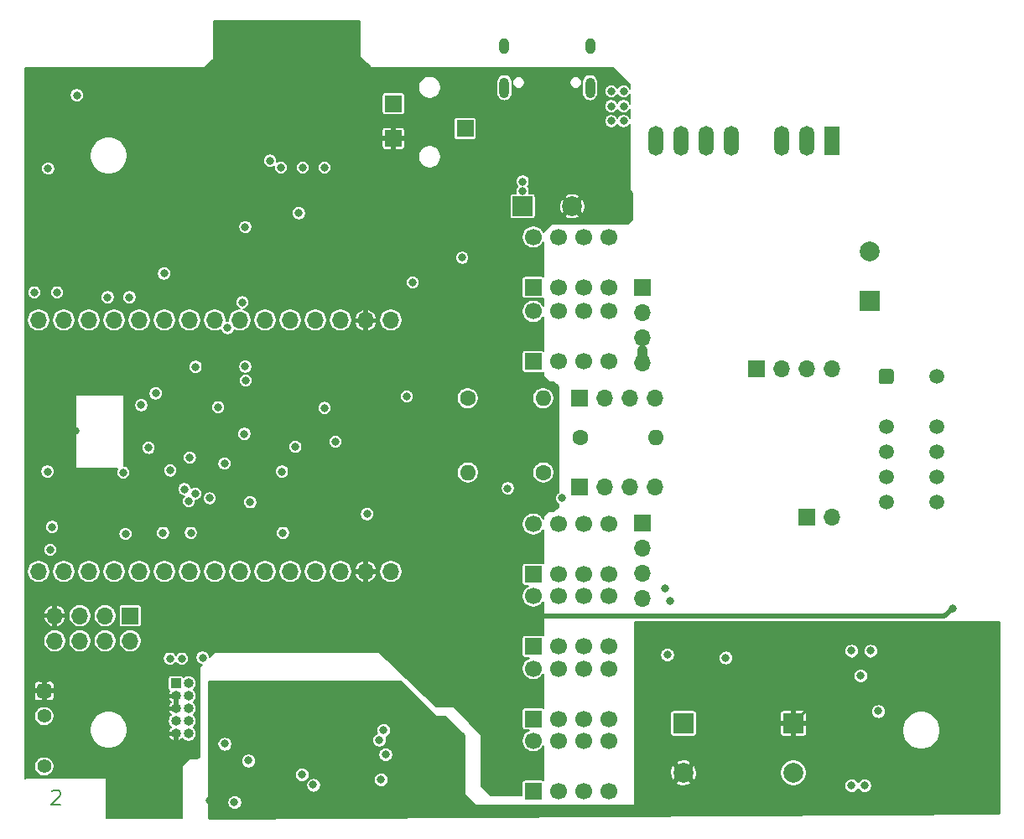
<source format=gbr>
%TF.GenerationSoftware,KiCad,Pcbnew,5.1.9-73d0e3b20d~88~ubuntu18.04.1*%
%TF.CreationDate,2021-01-16T14:46:19+01:00*%
%TF.ProjectId,saba-fernbedienung,73616261-2d66-4657-926e-62656469656e,rev?*%
%TF.SameCoordinates,Original*%
%TF.FileFunction,Copper,L2,Inr*%
%TF.FilePolarity,Positive*%
%FSLAX46Y46*%
G04 Gerber Fmt 4.6, Leading zero omitted, Abs format (unit mm)*
G04 Created by KiCad (PCBNEW 5.1.9-73d0e3b20d~88~ubuntu18.04.1) date 2021-01-16 14:46:19*
%MOMM*%
%LPD*%
G01*
G04 APERTURE LIST*
%TA.AperFunction,NonConductor*%
%ADD10C,0.150000*%
%TD*%
%TA.AperFunction,ComponentPad*%
%ADD11C,2.000000*%
%TD*%
%TA.AperFunction,ComponentPad*%
%ADD12R,2.000000X2.000000*%
%TD*%
%TA.AperFunction,ComponentPad*%
%ADD13O,1.700000X1.700000*%
%TD*%
%TA.AperFunction,ComponentPad*%
%ADD14R,1.700000X1.700000*%
%TD*%
%TA.AperFunction,ComponentPad*%
%ADD15C,1.700000*%
%TD*%
%TA.AperFunction,ComponentPad*%
%ADD16O,1.000000X2.100000*%
%TD*%
%TA.AperFunction,ComponentPad*%
%ADD17O,1.000000X1.600000*%
%TD*%
%TA.AperFunction,ComponentPad*%
%ADD18O,1.500000X3.000000*%
%TD*%
%TA.AperFunction,ComponentPad*%
%ADD19R,1.500000X3.000000*%
%TD*%
%TA.AperFunction,ComponentPad*%
%ADD20C,1.400000*%
%TD*%
%TA.AperFunction,ComponentPad*%
%ADD21C,1.600000*%
%TD*%
%TA.AperFunction,ComponentPad*%
%ADD22O,1.600000X1.600000*%
%TD*%
%TA.AperFunction,ComponentPad*%
%ADD23C,1.500000*%
%TD*%
%TA.AperFunction,ComponentPad*%
%ADD24O,1.000000X1.000000*%
%TD*%
%TA.AperFunction,ComponentPad*%
%ADD25R,1.000000X1.000000*%
%TD*%
%TA.AperFunction,ViaPad*%
%ADD26C,0.800000*%
%TD*%
%TA.AperFunction,Conductor*%
%ADD27C,1.000000*%
%TD*%
%TA.AperFunction,Conductor*%
%ADD28C,0.250000*%
%TD*%
%TA.AperFunction,Conductor*%
%ADD29C,0.500000*%
%TD*%
%TA.AperFunction,Conductor*%
%ADD30C,0.254000*%
%TD*%
%TA.AperFunction,Conductor*%
%ADD31C,0.100000*%
%TD*%
%TA.AperFunction,Conductor*%
%ADD32C,0.200000*%
%TD*%
G04 APERTURE END LIST*
D10*
X103271428Y-136721428D02*
X103342857Y-136650000D01*
X103485714Y-136578571D01*
X103842857Y-136578571D01*
X103985714Y-136650000D01*
X104057142Y-136721428D01*
X104128571Y-136864285D01*
X104128571Y-137007142D01*
X104057142Y-137221428D01*
X103200000Y-138078571D01*
X104128571Y-138078571D01*
D11*
%TO.N,GND*%
%TO.C,C407*%
X155800000Y-77600000D03*
D12*
%TO.N,+5V*%
X150800000Y-77600000D03*
%TD*%
D13*
%TO.N,+5V*%
%TO.C,U201*%
X137490000Y-114500000D03*
%TO.N,GND*%
X134950000Y-114500000D03*
%TO.N,SABA_Suchlauf_R*%
X132410000Y-114500000D03*
%TO.N,SABA_Schnelllauf*%
X129870000Y-114500000D03*
%TO.N,SABA_Suchlauf_L*%
X127330000Y-114500000D03*
%TO.N,SABA_Laufrichtung*%
X124790000Y-114500000D03*
%TO.N,SABA_Netz*%
X122250000Y-114500000D03*
%TO.N,SPI_CS_LCD*%
X119710000Y-114500000D03*
%TO.N,SABA_Suchlauf_Langsam*%
X117170000Y-114500000D03*
%TO.N,SPI_DCS_VS1053*%
X114630000Y-114500000D03*
%TO.N,IR_RX*%
X112090000Y-114500000D03*
%TO.N,SABA_Suchlauf_Schnell*%
X109550000Y-114500000D03*
%TO.N,Net-(R204-Pad2)*%
X107010000Y-114500000D03*
%TO.N,SABA_HS*%
X104470000Y-114500000D03*
%TO.N,~RESET*%
X101930000Y-114500000D03*
%TO.N,LCD_A0*%
X101930000Y-89100000D03*
%TO.N,SPI_CS_SDCARD*%
X104470000Y-89100000D03*
%TO.N,N/C*%
X107010000Y-89100000D03*
X109550000Y-89100000D03*
%TO.N,SPI_MOSI*%
X112090000Y-89100000D03*
%TO.N,SPI_MISO*%
X114630000Y-89100000D03*
%TO.N,SPI_SCK*%
X117170000Y-89100000D03*
%TO.N,SPI_CS_VS1053*%
X119710000Y-89100000D03*
%TO.N,Net-(R203-Pad2)*%
X122250000Y-89100000D03*
%TO.N,SABA_Mute*%
X124790000Y-89100000D03*
%TO.N,VS1053_DREQ*%
X127330000Y-89100000D03*
%TO.N,SABA_Laut*%
X129870000Y-89100000D03*
%TO.N,SABA_Leise*%
X132410000Y-89100000D03*
%TO.N,GND*%
X134950000Y-89150800D03*
%TO.N,+3V3*%
X137488000Y-89100800D03*
%TD*%
D14*
%TO.N,SPI_CS_LCD*%
%TO.C,J312*%
X111180000Y-118960000D03*
D13*
%TO.N,SPI_SCK*%
X111180000Y-121500000D03*
%TO.N,SPI_MOSI*%
X108640000Y-118960000D03*
%TO.N,~RESET*%
X108640000Y-121500000D03*
%TO.N,LCD_BL*%
X106100000Y-118960000D03*
%TO.N,+5V*%
X106100000Y-121500000D03*
%TO.N,GND*%
X103560000Y-118960000D03*
%TO.N,LCD_A0*%
X103560000Y-121500000D03*
%TD*%
D12*
%TO.N,SABA_GND_AC*%
%TO.C,C418*%
X178100000Y-129800000D03*
D11*
%TO.N,-24V*%
X178100000Y-134800000D03*
%TD*%
D14*
%TO.N,+5V*%
%TO.C,K606*%
X151880000Y-114800000D03*
D15*
%TO.N,SABA_Suchlauf*%
X154420000Y-114800000D03*
%TO.N,/Fernbedienung/Suchlauf*%
X156960000Y-114800000D03*
%TO.N,N/C*%
X159500000Y-114800000D03*
%TO.N,SABA_Suchlauf*%
X159500000Y-109720000D03*
%TO.N,SABA_GND_AC*%
X156960000Y-109720000D03*
%TO.N,N/C*%
X154420000Y-109720000D03*
%TO.N,/Fernbedienung/Relais_Mute*%
X151880000Y-109720000D03*
%TD*%
D14*
%TO.N,+5V*%
%TO.C,K605*%
X151880000Y-136680000D03*
D15*
%TO.N,N/C*%
X154420000Y-136680000D03*
%TO.N,Net-(K605-Pad3)*%
X156960000Y-136680000D03*
%TO.N,Net-(K604-Pad5)*%
X159500000Y-136680000D03*
%TO.N,/Fernbedienung/Suchlauf*%
X159500000Y-131600000D03*
%TO.N,Net-(K605-Pad6)*%
X156960000Y-131600000D03*
%TO.N,N/C*%
X154420000Y-131600000D03*
%TO.N,/Fernbedienung/Relais_Suchlauf_L*%
X151880000Y-131600000D03*
%TD*%
D14*
%TO.N,+5V*%
%TO.C,K604*%
X151880000Y-129380000D03*
D15*
%TO.N,N/C*%
X154420000Y-129380000D03*
%TO.N,/Fernbedienung/Suchlauf*%
X156960000Y-129380000D03*
%TO.N,Net-(K602-Pad4)*%
X159500000Y-129380000D03*
%TO.N,Net-(K604-Pad5)*%
X159500000Y-124300000D03*
%TO.N,/Fernbedienung/Suchlauf*%
X156960000Y-124300000D03*
%TO.N,N/C*%
X154420000Y-124300000D03*
%TO.N,/Fernbedienung/Relais_Schnelllauf*%
X151880000Y-124300000D03*
%TD*%
D14*
%TO.N,+5V*%
%TO.C,K603*%
X151880000Y-85800000D03*
D15*
%TO.N,/Fernbedienung/Relais_Laut*%
X154420000Y-85800000D03*
%TO.N,Net-(D602-Pad2)*%
X156960000Y-85800000D03*
%TO.N,N/C*%
X159500000Y-85800000D03*
%TO.N,SABA_~15V_AC*%
X159500000Y-80720000D03*
%TO.N,SABA_Lautstaerke*%
X156960000Y-80720000D03*
%TO.N,N/C*%
X154420000Y-80720000D03*
%TO.N,Net-(D604-Pad2)*%
X151880000Y-80720000D03*
%TD*%
D14*
%TO.N,+5V*%
%TO.C,K602*%
X151880000Y-122080000D03*
D15*
%TO.N,N/C*%
X154420000Y-122080000D03*
%TO.N,Net-(K602-Pad3)*%
X156960000Y-122080000D03*
%TO.N,Net-(K602-Pad4)*%
X159500000Y-122080000D03*
%TO.N,/Fernbedienung/Suchlauf*%
X159500000Y-117000000D03*
%TO.N,Net-(K602-Pad6)*%
X156960000Y-117000000D03*
%TO.N,N/C*%
X154420000Y-117000000D03*
%TO.N,/Fernbedienung/Relais_Suchlauf_R*%
X151880000Y-117000000D03*
%TD*%
D14*
%TO.N,+5V*%
%TO.C,K601*%
X151880000Y-93300000D03*
D15*
%TO.N,/Fernbedienung/Relais_Leise*%
X154420000Y-93300000D03*
%TO.N,Net-(D604-Pad2)*%
X156960000Y-93300000D03*
%TO.N,N/C*%
X159500000Y-93300000D03*
%TO.N,SABA_15V_AC*%
X159500000Y-88220000D03*
%TO.N,SABA_Lautstaerke*%
X156960000Y-88220000D03*
%TO.N,N/C*%
X154420000Y-88220000D03*
%TO.N,Net-(D602-Pad2)*%
X151880000Y-88220000D03*
%TD*%
D14*
%TO.N,SABA_N2*%
%TO.C,J306*%
X179500000Y-109000000D03*
D13*
X182040000Y-109000000D03*
%TD*%
D16*
%TO.N,Net-(J313-PadS1)*%
%TO.C,J313*%
X148960000Y-65630000D03*
X157600000Y-65630000D03*
D17*
X157600000Y-61450000D03*
X148960000Y-61450000D03*
%TD*%
D18*
%TO.N,N/C*%
%TO.C,U401*%
X164220000Y-71000000D03*
%TO.N,GND*%
X166760000Y-71000000D03*
%TO.N,N/C*%
X176920000Y-71000000D03*
%TO.N,+5V*%
X169300000Y-71000000D03*
%TO.N,N/C*%
X171840000Y-71000000D03*
%TO.N,Net-(C401-Pad1)*%
X179460000Y-71000000D03*
D19*
%TO.N,Net-(C402-Pad2)*%
X182000000Y-71000000D03*
%TD*%
%TO.N,GND*%
%TO.C,U301*%
%TA.AperFunction,ComponentPad*%
G36*
G01*
X102049200Y-125860000D02*
X102950800Y-125860000D01*
G75*
G02*
X103200000Y-126109200I0J-249200D01*
G01*
X103200000Y-127010800D01*
G75*
G02*
X102950800Y-127260000I-249200J0D01*
G01*
X102049200Y-127260000D01*
G75*
G02*
X101800000Y-127010800I0J249200D01*
G01*
X101800000Y-126109200D01*
G75*
G02*
X102049200Y-125860000I249200J0D01*
G01*
G37*
%TD.AperFunction*%
D20*
%TO.N,Net-(C304-Pad1)*%
X102500000Y-129100000D03*
%TO.N,IR_RX*%
X102500000Y-134180000D03*
%TD*%
D21*
%TO.N,SABA_HS2*%
%TO.C,R618*%
X152900000Y-104500000D03*
D22*
%TO.N,Net-(D609-Pad1)*%
X145280000Y-104500000D03*
%TD*%
%TO.N,SABA_~15V_AC*%
%TO.C,R617*%
X164250000Y-101000000D03*
D21*
%TO.N,Net-(K605-Pad3)*%
X156630000Y-101000000D03*
%TD*%
D22*
%TO.N,SABA_15V_AC*%
%TO.C,R603*%
X152870000Y-97000000D03*
D21*
%TO.N,Net-(K602-Pad3)*%
X145250000Y-97000000D03*
%TD*%
D23*
%TO.N,Net-(D607-Pad2)*%
%TO.C,K607*%
X192580000Y-94800000D03*
%TO.N,Net-(D607-Pad1)*%
X192580000Y-99880000D03*
%TO.N,+5V*%
X192580000Y-102420000D03*
%TO.N,Net-(D608-Pad1)*%
X192580000Y-104960000D03*
%TO.N,Net-(D607-Pad2)*%
X192580000Y-107500000D03*
%TO.N,Net-(D608-Pad1)*%
X187500000Y-107500000D03*
%TO.N,SABA_N2*%
X187500000Y-104960000D03*
%TO.N,SABA_230V_AC*%
X187500000Y-102420000D03*
%TO.N,SABA_N1*%
X187500000Y-99880000D03*
%TO.N,Net-(D607-Pad1)*%
%TA.AperFunction,ComponentPad*%
G36*
G01*
X186750000Y-95299500D02*
X186750000Y-94300500D01*
G75*
G02*
X187000500Y-94050000I250500J0D01*
G01*
X187999500Y-94050000D01*
G75*
G02*
X188250000Y-94300500I0J-250500D01*
G01*
X188250000Y-95299500D01*
G75*
G02*
X187999500Y-95550000I-250500J0D01*
G01*
X187000500Y-95550000D01*
G75*
G02*
X186750000Y-95299500I0J250500D01*
G01*
G37*
%TD.AperFunction*%
%TD*%
D13*
%TO.N,N/C*%
%TO.C,J311*%
X162900000Y-117220000D03*
X162900000Y-114680000D03*
X162900000Y-112140000D03*
D14*
X162900000Y-109600000D03*
%TD*%
%TO.N,Net-(D301-Pad2)*%
%TO.C,J310*%
X145000000Y-69750000D03*
%TD*%
%TO.N,Net-(D301-Pad1)*%
%TO.C,J309*%
X137750000Y-67250000D03*
%TD*%
%TO.N,GND*%
%TO.C,J308*%
X137750000Y-70750000D03*
%TD*%
%TO.N,SABA_N1*%
%TO.C,J307*%
X174400000Y-94000000D03*
D13*
X176940000Y-94000000D03*
%TO.N,SABA_230V_AC*%
X179480000Y-94000000D03*
X182020000Y-94000000D03*
%TD*%
D14*
%TO.N,SABA_Lautstaerke*%
%TO.C,J304*%
X156500000Y-106000000D03*
D13*
%TO.N,SABA_Suchlauf*%
X159040000Y-106000000D03*
%TO.N,SABA_HS2*%
X161580000Y-106000000D03*
%TO.N,SABA_HS3*%
X164120000Y-106000000D03*
%TD*%
D14*
%TO.N,SABA_6\u002C3V_AC*%
%TO.C,J302*%
X162900000Y-85800000D03*
D13*
X162900000Y-88340000D03*
%TO.N,Earth*%
X162900000Y-90880000D03*
X162900000Y-93420000D03*
%TD*%
D14*
%TO.N,SABA_15V_AC*%
%TO.C,J301*%
X156500000Y-97000000D03*
D13*
%TO.N,SABA_GND_AC*%
X159040000Y-97000000D03*
X161580000Y-97000000D03*
%TO.N,SABA_~15V_AC*%
X164120000Y-97000000D03*
%TD*%
D24*
%TO.N,~RESET*%
%TO.C,J201*%
X117070000Y-130880000D03*
%TO.N,GND*%
X115800000Y-130880000D03*
%TO.N,Net-(J201-Pad8)*%
X117070000Y-129610000D03*
%TO.N,N/C*%
X115800000Y-129610000D03*
%TO.N,Net-(J201-Pad6)*%
X117070000Y-128340000D03*
%TO.N,GND*%
X115800000Y-128340000D03*
%TO.N,Net-(J201-Pad4)*%
X117070000Y-127070000D03*
%TO.N,GND*%
X115800000Y-127070000D03*
%TO.N,Net-(J201-Pad2)*%
X117070000Y-125800000D03*
D25*
%TO.N,+3V3*%
X115800000Y-125800000D03*
%TD*%
D12*
%TO.N,+24V*%
%TO.C,C410*%
X167000000Y-129800000D03*
D11*
%TO.N,SABA_GND_AC*%
X167000000Y-134800000D03*
%TD*%
D12*
%TO.N,Net-(C402-Pad1)*%
%TO.C,C403*%
X185800000Y-87200000D03*
D11*
%TO.N,Net-(C402-Pad2)*%
X185800000Y-82200000D03*
%TD*%
D26*
%TO.N,+3V3*%
X128200000Y-78300000D03*
X113030000Y-102005000D03*
X120700000Y-103600000D03*
X110480000Y-104505000D03*
X116650153Y-106175153D03*
X112300000Y-97700000D03*
X103300000Y-110000000D03*
X110700000Y-110700000D03*
X117300000Y-110600000D03*
X126600000Y-110600000D03*
X135100000Y-108700000D03*
X121000000Y-89900004D03*
%TO.N,+5V*%
X150800000Y-76100000D03*
X150800000Y-75100000D03*
X115200000Y-123300008D03*
X116400000Y-123300000D03*
X161000000Y-69000000D03*
X161000000Y-67500000D03*
X161000000Y-66000000D03*
X159750000Y-66000000D03*
X159750000Y-67500000D03*
X159750000Y-69000000D03*
X144700000Y-82800000D03*
X102900000Y-73800000D03*
X105800000Y-66400000D03*
%TO.N,SABA_GND_AC*%
X171400000Y-126950000D03*
X123099998Y-132100000D03*
X121800000Y-134000000D03*
X123200000Y-127999996D03*
X133000000Y-126600000D03*
X129594965Y-133629996D03*
X119200000Y-137600000D03*
X139300000Y-135750000D03*
X136500000Y-134400000D03*
X136750000Y-128600000D03*
X186700000Y-127300000D03*
%TO.N,+24V*%
X123100000Y-133600000D03*
X121700000Y-137800000D03*
X120700000Y-131900000D03*
X136500000Y-135500000D03*
X136300000Y-131500000D03*
X171300000Y-123200000D03*
X184900000Y-125000000D03*
%TO.N,+1V8*%
X122800000Y-93800000D03*
X117780000Y-93830000D03*
X123300000Y-107500000D03*
X101500000Y-86300000D03*
X103800000Y-86300000D03*
X115225000Y-104300000D03*
%TO.N,+3.3VA*%
X127855000Y-101905000D03*
X108900000Y-86800000D03*
X111100000Y-86800000D03*
X130800000Y-97979981D03*
X126500000Y-104400000D03*
%TO.N,Net-(C503-Pad1)*%
X185300000Y-136100000D03*
X186700004Y-128600000D03*
%TO.N,/Suchlauf Messung/Phase*%
X136750000Y-130500000D03*
X129650000Y-136050000D03*
%TO.N,/Suchlauf Messung/Amplitude*%
X128500000Y-135000000D03*
X136950000Y-132950000D03*
%TO.N,+5VA*%
X139700000Y-85300000D03*
X122800000Y-79700000D03*
%TO.N,SABA_15V_AC*%
X165700000Y-117500000D03*
X165200000Y-116200000D03*
%TO.N,Net-(D504-Pad1)*%
X184000000Y-122500000D03*
X165400000Y-122900000D03*
%TO.N,SABA_HS3*%
X149300000Y-106100000D03*
%TO.N,~RESET*%
X122840789Y-95218334D03*
%TO.N,Net-(J201-Pad6)*%
X118500000Y-123200000D03*
%TO.N,SPI_MISO*%
X130799998Y-73700000D03*
X119200000Y-107100000D03*
%TO.N,SPI_SCK*%
X117744524Y-106635401D03*
X122500000Y-87300000D03*
X128600000Y-73700000D03*
%TO.N,SPI_MOSI*%
X117100000Y-107400000D03*
X114600000Y-84400000D03*
X126400000Y-73700000D03*
%TO.N,SPI_CS_SDCARD*%
X125300000Y-73000000D03*
%TO.N,LCD_BL*%
X103105001Y-112305001D03*
%TO.N,Net-(K605-Pad6)*%
X154800000Y-107100000D03*
%TO.N,Net-(R203-Pad2)*%
X102825010Y-104400000D03*
%TO.N,Net-(R501-Pad1)*%
X185900000Y-122500000D03*
X183999998Y-136100000D03*
%TO.N,SABA_Mute*%
X139110010Y-96810010D03*
%TO.N,Net-(R716-Pad2)*%
X131900000Y-101400010D03*
X122700000Y-100600000D03*
%TO.N,SPI_DCS_VS1053*%
X113750000Y-96500000D03*
X114500000Y-110600000D03*
%TO.N,SPI_CS_VS1053*%
X117200000Y-103000000D03*
%TO.N,VS1053_DREQ*%
X120063967Y-97900000D03*
%TO.N,GND*%
X131100000Y-105700000D03*
X147100000Y-90300000D03*
X149400000Y-115900000D03*
X145700000Y-120300000D03*
X144900000Y-123800000D03*
X146300000Y-126500000D03*
X125350000Y-121000000D03*
X129650000Y-120450000D03*
X108600000Y-111050000D03*
X138337340Y-107237340D03*
X152200000Y-71600000D03*
X150000000Y-68000000D03*
X156500000Y-68000000D03*
X156300000Y-70700000D03*
X158250000Y-76750000D03*
X159750000Y-76750000D03*
X158250000Y-78250000D03*
X159750000Y-78250000D03*
X161250000Y-76750000D03*
X161250000Y-78250000D03*
X146600000Y-78600000D03*
X128600000Y-79300000D03*
X135000000Y-75800000D03*
X130600000Y-86600000D03*
X127000084Y-82400000D03*
X121600000Y-86300000D03*
X138700000Y-84500000D03*
X113850000Y-79100000D03*
X106450000Y-79100000D03*
X103550000Y-74950000D03*
X102950000Y-72550000D03*
X114100000Y-86250000D03*
X129212660Y-113012660D03*
X121812660Y-120412660D03*
X124030000Y-104855000D03*
X129800000Y-102300000D03*
X120030000Y-92260000D03*
X115880000Y-96555000D03*
X130500000Y-100774990D03*
X129500000Y-92000000D03*
X122400000Y-91900000D03*
X117180000Y-101955000D03*
X134300000Y-99900000D03*
X116400000Y-104300000D03*
X131300000Y-99100000D03*
X128500000Y-107500000D03*
X114500000Y-107300000D03*
X117180000Y-99455000D03*
X112200000Y-96500000D03*
X121230000Y-97905000D03*
X115650000Y-92200000D03*
X122730000Y-98455000D03*
X105630000Y-100255000D03*
X122480000Y-103355000D03*
X128330000Y-103605000D03*
X127630000Y-99505000D03*
X126200000Y-107500000D03*
X112980000Y-103005000D03*
X112980000Y-105905000D03*
X122730000Y-101705000D03*
X113100000Y-98400000D03*
X123980000Y-96555000D03*
X119300000Y-108200000D03*
X118400000Y-92000000D03*
X106800000Y-86250062D03*
X105100000Y-92700000D03*
X121799992Y-81900000D03*
X122199996Y-78200000D03*
X129600000Y-94700000D03*
X135500000Y-92000000D03*
X135500000Y-94750000D03*
X135500000Y-105750000D03*
X137500000Y-100000000D03*
X115600000Y-113200000D03*
X194200000Y-118200000D03*
X117800000Y-79400000D03*
%TD*%
D27*
%TO.N,Earth*%
X162900000Y-93420000D02*
X162900000Y-92150000D01*
D28*
%TO.N,SABA_GND_AC*%
X178700000Y-129200000D02*
X178700000Y-129500000D01*
X186700000Y-127300000D02*
X180600000Y-127300000D01*
X180600000Y-127300000D02*
X178700000Y-129200000D01*
D29*
%TO.N,GND*%
X194200000Y-118200000D02*
X193400000Y-119000000D01*
X193400000Y-119000000D02*
X152100000Y-119000000D01*
%TD*%
D30*
%TO.N,SABA_GND_AC*%
X193400000Y-119630033D02*
X193430794Y-119627000D01*
X198873000Y-119627000D01*
X198873000Y-138873791D01*
X119127000Y-139372203D01*
X119127000Y-137723472D01*
X120923000Y-137723472D01*
X120923000Y-137876528D01*
X120952859Y-138026643D01*
X121011431Y-138168048D01*
X121096464Y-138295309D01*
X121204691Y-138403536D01*
X121331952Y-138488569D01*
X121473357Y-138547141D01*
X121623472Y-138577000D01*
X121776528Y-138577000D01*
X121926643Y-138547141D01*
X122068048Y-138488569D01*
X122195309Y-138403536D01*
X122303536Y-138295309D01*
X122388569Y-138168048D01*
X122447141Y-138026643D01*
X122477000Y-137876528D01*
X122477000Y-137723472D01*
X122447141Y-137573357D01*
X122388569Y-137431952D01*
X122303536Y-137304691D01*
X122195309Y-137196464D01*
X122068048Y-137111431D01*
X121926643Y-137052859D01*
X121776528Y-137023000D01*
X121623472Y-137023000D01*
X121473357Y-137052859D01*
X121331952Y-137111431D01*
X121204691Y-137196464D01*
X121096464Y-137304691D01*
X121011431Y-137431952D01*
X120952859Y-137573357D01*
X120923000Y-137723472D01*
X119127000Y-137723472D01*
X119127000Y-135973472D01*
X128873000Y-135973472D01*
X128873000Y-136126528D01*
X128902859Y-136276643D01*
X128961431Y-136418048D01*
X129046464Y-136545309D01*
X129154691Y-136653536D01*
X129281952Y-136738569D01*
X129423357Y-136797141D01*
X129573472Y-136827000D01*
X129726528Y-136827000D01*
X129876643Y-136797141D01*
X130018048Y-136738569D01*
X130145309Y-136653536D01*
X130253536Y-136545309D01*
X130338569Y-136418048D01*
X130397141Y-136276643D01*
X130427000Y-136126528D01*
X130427000Y-135973472D01*
X130397141Y-135823357D01*
X130338569Y-135681952D01*
X130253536Y-135554691D01*
X130145309Y-135446464D01*
X130110900Y-135423472D01*
X135723000Y-135423472D01*
X135723000Y-135576528D01*
X135752859Y-135726643D01*
X135811431Y-135868048D01*
X135896464Y-135995309D01*
X136004691Y-136103536D01*
X136131952Y-136188569D01*
X136273357Y-136247141D01*
X136423472Y-136277000D01*
X136576528Y-136277000D01*
X136726643Y-136247141D01*
X136868048Y-136188569D01*
X136995309Y-136103536D01*
X137103536Y-135995309D01*
X137188569Y-135868048D01*
X137247141Y-135726643D01*
X137277000Y-135576528D01*
X137277000Y-135423472D01*
X137247141Y-135273357D01*
X137188569Y-135131952D01*
X137103536Y-135004691D01*
X136995309Y-134896464D01*
X136868048Y-134811431D01*
X136726643Y-134752859D01*
X136576528Y-134723000D01*
X136423472Y-134723000D01*
X136273357Y-134752859D01*
X136131952Y-134811431D01*
X136004691Y-134896464D01*
X135896464Y-135004691D01*
X135811431Y-135131952D01*
X135752859Y-135273357D01*
X135723000Y-135423472D01*
X130110900Y-135423472D01*
X130018048Y-135361431D01*
X129876643Y-135302859D01*
X129726528Y-135273000D01*
X129573472Y-135273000D01*
X129423357Y-135302859D01*
X129281952Y-135361431D01*
X129154691Y-135446464D01*
X129046464Y-135554691D01*
X128961431Y-135681952D01*
X128902859Y-135823357D01*
X128873000Y-135973472D01*
X119127000Y-135973472D01*
X119127000Y-134923472D01*
X127723000Y-134923472D01*
X127723000Y-135076528D01*
X127752859Y-135226643D01*
X127811431Y-135368048D01*
X127896464Y-135495309D01*
X128004691Y-135603536D01*
X128131952Y-135688569D01*
X128273357Y-135747141D01*
X128423472Y-135777000D01*
X128576528Y-135777000D01*
X128726643Y-135747141D01*
X128868048Y-135688569D01*
X128995309Y-135603536D01*
X129103536Y-135495309D01*
X129188569Y-135368048D01*
X129247141Y-135226643D01*
X129277000Y-135076528D01*
X129277000Y-134923472D01*
X129247141Y-134773357D01*
X129188569Y-134631952D01*
X129103536Y-134504691D01*
X128995309Y-134396464D01*
X128868048Y-134311431D01*
X128726643Y-134252859D01*
X128576528Y-134223000D01*
X128423472Y-134223000D01*
X128273357Y-134252859D01*
X128131952Y-134311431D01*
X128004691Y-134396464D01*
X127896464Y-134504691D01*
X127811431Y-134631952D01*
X127752859Y-134773357D01*
X127723000Y-134923472D01*
X119127000Y-134923472D01*
X119127000Y-133523472D01*
X122323000Y-133523472D01*
X122323000Y-133676528D01*
X122352859Y-133826643D01*
X122411431Y-133968048D01*
X122496464Y-134095309D01*
X122604691Y-134203536D01*
X122731952Y-134288569D01*
X122873357Y-134347141D01*
X123023472Y-134377000D01*
X123176528Y-134377000D01*
X123326643Y-134347141D01*
X123468048Y-134288569D01*
X123595309Y-134203536D01*
X123703536Y-134095309D01*
X123788569Y-133968048D01*
X123847141Y-133826643D01*
X123877000Y-133676528D01*
X123877000Y-133523472D01*
X123847141Y-133373357D01*
X123788569Y-133231952D01*
X123703536Y-133104691D01*
X123595309Y-132996464D01*
X123468048Y-132911431D01*
X123376408Y-132873472D01*
X136173000Y-132873472D01*
X136173000Y-133026528D01*
X136202859Y-133176643D01*
X136261431Y-133318048D01*
X136346464Y-133445309D01*
X136454691Y-133553536D01*
X136581952Y-133638569D01*
X136723357Y-133697141D01*
X136873472Y-133727000D01*
X137026528Y-133727000D01*
X137176643Y-133697141D01*
X137318048Y-133638569D01*
X137445309Y-133553536D01*
X137553536Y-133445309D01*
X137638569Y-133318048D01*
X137697141Y-133176643D01*
X137727000Y-133026528D01*
X137727000Y-132873472D01*
X137697141Y-132723357D01*
X137638569Y-132581952D01*
X137553536Y-132454691D01*
X137445309Y-132346464D01*
X137318048Y-132261431D01*
X137176643Y-132202859D01*
X137026528Y-132173000D01*
X136873472Y-132173000D01*
X136723357Y-132202859D01*
X136581952Y-132261431D01*
X136454691Y-132346464D01*
X136346464Y-132454691D01*
X136261431Y-132581952D01*
X136202859Y-132723357D01*
X136173000Y-132873472D01*
X123376408Y-132873472D01*
X123326643Y-132852859D01*
X123176528Y-132823000D01*
X123023472Y-132823000D01*
X122873357Y-132852859D01*
X122731952Y-132911431D01*
X122604691Y-132996464D01*
X122496464Y-133104691D01*
X122411431Y-133231952D01*
X122352859Y-133373357D01*
X122323000Y-133523472D01*
X119127000Y-133523472D01*
X119127000Y-131823472D01*
X119923000Y-131823472D01*
X119923000Y-131976528D01*
X119952859Y-132126643D01*
X120011431Y-132268048D01*
X120096464Y-132395309D01*
X120204691Y-132503536D01*
X120331952Y-132588569D01*
X120473357Y-132647141D01*
X120623472Y-132677000D01*
X120776528Y-132677000D01*
X120926643Y-132647141D01*
X121068048Y-132588569D01*
X121195309Y-132503536D01*
X121303536Y-132395309D01*
X121388569Y-132268048D01*
X121447141Y-132126643D01*
X121477000Y-131976528D01*
X121477000Y-131823472D01*
X121447141Y-131673357D01*
X121388569Y-131531952D01*
X121316086Y-131423472D01*
X135523000Y-131423472D01*
X135523000Y-131576528D01*
X135552859Y-131726643D01*
X135611431Y-131868048D01*
X135696464Y-131995309D01*
X135804691Y-132103536D01*
X135931952Y-132188569D01*
X136073357Y-132247141D01*
X136223472Y-132277000D01*
X136376528Y-132277000D01*
X136526643Y-132247141D01*
X136668048Y-132188569D01*
X136795309Y-132103536D01*
X136903536Y-131995309D01*
X136988569Y-131868048D01*
X137047141Y-131726643D01*
X137077000Y-131576528D01*
X137077000Y-131423472D01*
X137047141Y-131273357D01*
X137027548Y-131226055D01*
X137118048Y-131188569D01*
X137245309Y-131103536D01*
X137353536Y-130995309D01*
X137438569Y-130868048D01*
X137497141Y-130726643D01*
X137527000Y-130576528D01*
X137527000Y-130423472D01*
X137497141Y-130273357D01*
X137438569Y-130131952D01*
X137353536Y-130004691D01*
X137245309Y-129896464D01*
X137118048Y-129811431D01*
X136976643Y-129752859D01*
X136826528Y-129723000D01*
X136673472Y-129723000D01*
X136523357Y-129752859D01*
X136381952Y-129811431D01*
X136254691Y-129896464D01*
X136146464Y-130004691D01*
X136061431Y-130131952D01*
X136002859Y-130273357D01*
X135973000Y-130423472D01*
X135973000Y-130576528D01*
X136002859Y-130726643D01*
X136022452Y-130773945D01*
X135931952Y-130811431D01*
X135804691Y-130896464D01*
X135696464Y-131004691D01*
X135611431Y-131131952D01*
X135552859Y-131273357D01*
X135523000Y-131423472D01*
X121316086Y-131423472D01*
X121303536Y-131404691D01*
X121195309Y-131296464D01*
X121068048Y-131211431D01*
X120926643Y-131152859D01*
X120776528Y-131123000D01*
X120623472Y-131123000D01*
X120473357Y-131152859D01*
X120331952Y-131211431D01*
X120204691Y-131296464D01*
X120096464Y-131404691D01*
X120011431Y-131531952D01*
X119952859Y-131673357D01*
X119923000Y-131823472D01*
X119127000Y-131823472D01*
X119127000Y-125627000D01*
X138447394Y-125627000D01*
X141910197Y-129089803D01*
X141929443Y-129105597D01*
X141951399Y-129117333D01*
X141975224Y-129124560D01*
X142000000Y-129127000D01*
X142947394Y-129127000D01*
X144873000Y-131052606D01*
X144873000Y-137000000D01*
X144875440Y-137024776D01*
X144882667Y-137048601D01*
X144894403Y-137070557D01*
X144910197Y-137089803D01*
X145910197Y-138089803D01*
X145929443Y-138105597D01*
X145951399Y-138117333D01*
X145975224Y-138124560D01*
X146000000Y-138127000D01*
X162000000Y-138127000D01*
X162024776Y-138124560D01*
X162048601Y-138117333D01*
X162070557Y-138105597D01*
X162089803Y-138089803D01*
X162105597Y-138070557D01*
X162117333Y-138048601D01*
X162124560Y-138024776D01*
X162127000Y-138000000D01*
X162127000Y-135797122D01*
X166182483Y-135797122D01*
X166292881Y-135989330D01*
X166538495Y-136104430D01*
X166801845Y-136169400D01*
X167072809Y-136181745D01*
X167340975Y-136140991D01*
X167596038Y-136048703D01*
X167707119Y-135989330D01*
X167817517Y-135797122D01*
X167000000Y-134979605D01*
X166182483Y-135797122D01*
X162127000Y-135797122D01*
X162127000Y-134872809D01*
X165618255Y-134872809D01*
X165659009Y-135140975D01*
X165751297Y-135396038D01*
X165810670Y-135507119D01*
X166002878Y-135617517D01*
X166820395Y-134800000D01*
X167179605Y-134800000D01*
X167997122Y-135617517D01*
X168189330Y-135507119D01*
X168304430Y-135261505D01*
X168369400Y-134998155D01*
X168381745Y-134727191D01*
X168372199Y-134664377D01*
X176723000Y-134664377D01*
X176723000Y-134935623D01*
X176775917Y-135201656D01*
X176879718Y-135452254D01*
X177030414Y-135677787D01*
X177222213Y-135869586D01*
X177447746Y-136020282D01*
X177698344Y-136124083D01*
X177964377Y-136177000D01*
X178235623Y-136177000D01*
X178501656Y-136124083D01*
X178744552Y-136023472D01*
X183222998Y-136023472D01*
X183222998Y-136176528D01*
X183252857Y-136326643D01*
X183311429Y-136468048D01*
X183396462Y-136595309D01*
X183504689Y-136703536D01*
X183631950Y-136788569D01*
X183773355Y-136847141D01*
X183923470Y-136877000D01*
X184076526Y-136877000D01*
X184226641Y-136847141D01*
X184368046Y-136788569D01*
X184495307Y-136703536D01*
X184603534Y-136595309D01*
X184649999Y-136525769D01*
X184696464Y-136595309D01*
X184804691Y-136703536D01*
X184931952Y-136788569D01*
X185073357Y-136847141D01*
X185223472Y-136877000D01*
X185376528Y-136877000D01*
X185526643Y-136847141D01*
X185668048Y-136788569D01*
X185795309Y-136703536D01*
X185903536Y-136595309D01*
X185988569Y-136468048D01*
X186047141Y-136326643D01*
X186077000Y-136176528D01*
X186077000Y-136023472D01*
X186047141Y-135873357D01*
X185988569Y-135731952D01*
X185903536Y-135604691D01*
X185795309Y-135496464D01*
X185668048Y-135411431D01*
X185526643Y-135352859D01*
X185376528Y-135323000D01*
X185223472Y-135323000D01*
X185073357Y-135352859D01*
X184931952Y-135411431D01*
X184804691Y-135496464D01*
X184696464Y-135604691D01*
X184649999Y-135674231D01*
X184603534Y-135604691D01*
X184495307Y-135496464D01*
X184368046Y-135411431D01*
X184226641Y-135352859D01*
X184076526Y-135323000D01*
X183923470Y-135323000D01*
X183773355Y-135352859D01*
X183631950Y-135411431D01*
X183504689Y-135496464D01*
X183396462Y-135604691D01*
X183311429Y-135731952D01*
X183252857Y-135873357D01*
X183222998Y-136023472D01*
X178744552Y-136023472D01*
X178752254Y-136020282D01*
X178977787Y-135869586D01*
X179169586Y-135677787D01*
X179320282Y-135452254D01*
X179424083Y-135201656D01*
X179477000Y-134935623D01*
X179477000Y-134664377D01*
X179424083Y-134398344D01*
X179320282Y-134147746D01*
X179169586Y-133922213D01*
X178977787Y-133730414D01*
X178752254Y-133579718D01*
X178501656Y-133475917D01*
X178235623Y-133423000D01*
X177964377Y-133423000D01*
X177698344Y-133475917D01*
X177447746Y-133579718D01*
X177222213Y-133730414D01*
X177030414Y-133922213D01*
X176879718Y-134147746D01*
X176775917Y-134398344D01*
X176723000Y-134664377D01*
X168372199Y-134664377D01*
X168340991Y-134459025D01*
X168248703Y-134203962D01*
X168189330Y-134092881D01*
X167997122Y-133982483D01*
X167179605Y-134800000D01*
X166820395Y-134800000D01*
X166002878Y-133982483D01*
X165810670Y-134092881D01*
X165695570Y-134338495D01*
X165630600Y-134601845D01*
X165618255Y-134872809D01*
X162127000Y-134872809D01*
X162127000Y-133802878D01*
X166182483Y-133802878D01*
X167000000Y-134620395D01*
X167817517Y-133802878D01*
X167707119Y-133610670D01*
X167461505Y-133495570D01*
X167198155Y-133430600D01*
X166927191Y-133418255D01*
X166659025Y-133459009D01*
X166403962Y-133551297D01*
X166292881Y-133610670D01*
X166182483Y-133802878D01*
X162127000Y-133802878D01*
X162127000Y-128800000D01*
X165621176Y-128800000D01*
X165621176Y-130800000D01*
X165628455Y-130873905D01*
X165650012Y-130944970D01*
X165685019Y-131010463D01*
X165732131Y-131067869D01*
X165789537Y-131114981D01*
X165855030Y-131149988D01*
X165926095Y-131171545D01*
X166000000Y-131178824D01*
X168000000Y-131178824D01*
X168073905Y-131171545D01*
X168144970Y-131149988D01*
X168210463Y-131114981D01*
X168267869Y-131067869D01*
X168314981Y-131010463D01*
X168349988Y-130944970D01*
X168371545Y-130873905D01*
X168378824Y-130800000D01*
X176721176Y-130800000D01*
X176728455Y-130873905D01*
X176750012Y-130944970D01*
X176785019Y-131010463D01*
X176832131Y-131067869D01*
X176889537Y-131114981D01*
X176955030Y-131149988D01*
X177026095Y-131171545D01*
X177100000Y-131178824D01*
X177878750Y-131177000D01*
X177973000Y-131082750D01*
X177973000Y-129927000D01*
X178227000Y-129927000D01*
X178227000Y-131082750D01*
X178321250Y-131177000D01*
X179100000Y-131178824D01*
X179173905Y-131171545D01*
X179244970Y-131149988D01*
X179310463Y-131114981D01*
X179367869Y-131067869D01*
X179414981Y-131010463D01*
X179449988Y-130944970D01*
X179471545Y-130873905D01*
X179478824Y-130800000D01*
X179477666Y-130305282D01*
X189023000Y-130305282D01*
X189023000Y-130694718D01*
X189098975Y-131076670D01*
X189248005Y-131436461D01*
X189464364Y-131760264D01*
X189739736Y-132035636D01*
X190063539Y-132251995D01*
X190423330Y-132401025D01*
X190805282Y-132477000D01*
X191194718Y-132477000D01*
X191576670Y-132401025D01*
X191936461Y-132251995D01*
X192260264Y-132035636D01*
X192535636Y-131760264D01*
X192751995Y-131436461D01*
X192901025Y-131076670D01*
X192977000Y-130694718D01*
X192977000Y-130305282D01*
X192901025Y-129923330D01*
X192751995Y-129563539D01*
X192535636Y-129239736D01*
X192260264Y-128964364D01*
X191936461Y-128748005D01*
X191576670Y-128598975D01*
X191194718Y-128523000D01*
X190805282Y-128523000D01*
X190423330Y-128598975D01*
X190063539Y-128748005D01*
X189739736Y-128964364D01*
X189464364Y-129239736D01*
X189248005Y-129563539D01*
X189098975Y-129923330D01*
X189023000Y-130305282D01*
X179477666Y-130305282D01*
X179477000Y-130021250D01*
X179382750Y-129927000D01*
X178227000Y-129927000D01*
X177973000Y-129927000D01*
X176817250Y-129927000D01*
X176723000Y-130021250D01*
X176721176Y-130800000D01*
X168378824Y-130800000D01*
X168378824Y-128800000D01*
X176721176Y-128800000D01*
X176723000Y-129578750D01*
X176817250Y-129673000D01*
X177973000Y-129673000D01*
X177973000Y-128517250D01*
X178227000Y-128517250D01*
X178227000Y-129673000D01*
X179382750Y-129673000D01*
X179477000Y-129578750D01*
X179478824Y-128800000D01*
X179471545Y-128726095D01*
X179449988Y-128655030D01*
X179414981Y-128589537D01*
X179367869Y-128532131D01*
X179357319Y-128523472D01*
X185923004Y-128523472D01*
X185923004Y-128676528D01*
X185952863Y-128826643D01*
X186011435Y-128968048D01*
X186096468Y-129095309D01*
X186204695Y-129203536D01*
X186331956Y-129288569D01*
X186473361Y-129347141D01*
X186623476Y-129377000D01*
X186776532Y-129377000D01*
X186926647Y-129347141D01*
X187068052Y-129288569D01*
X187195313Y-129203536D01*
X187303540Y-129095309D01*
X187388573Y-128968048D01*
X187447145Y-128826643D01*
X187477004Y-128676528D01*
X187477004Y-128523472D01*
X187447145Y-128373357D01*
X187388573Y-128231952D01*
X187303540Y-128104691D01*
X187195313Y-127996464D01*
X187068052Y-127911431D01*
X186926647Y-127852859D01*
X186776532Y-127823000D01*
X186623476Y-127823000D01*
X186473361Y-127852859D01*
X186331956Y-127911431D01*
X186204695Y-127996464D01*
X186096468Y-128104691D01*
X186011435Y-128231952D01*
X185952863Y-128373357D01*
X185923004Y-128523472D01*
X179357319Y-128523472D01*
X179310463Y-128485019D01*
X179244970Y-128450012D01*
X179173905Y-128428455D01*
X179100000Y-128421176D01*
X178321250Y-128423000D01*
X178227000Y-128517250D01*
X177973000Y-128517250D01*
X177878750Y-128423000D01*
X177100000Y-128421176D01*
X177026095Y-128428455D01*
X176955030Y-128450012D01*
X176889537Y-128485019D01*
X176832131Y-128532131D01*
X176785019Y-128589537D01*
X176750012Y-128655030D01*
X176728455Y-128726095D01*
X176721176Y-128800000D01*
X168378824Y-128800000D01*
X168371545Y-128726095D01*
X168349988Y-128655030D01*
X168314981Y-128589537D01*
X168267869Y-128532131D01*
X168210463Y-128485019D01*
X168144970Y-128450012D01*
X168073905Y-128428455D01*
X168000000Y-128421176D01*
X166000000Y-128421176D01*
X165926095Y-128428455D01*
X165855030Y-128450012D01*
X165789537Y-128485019D01*
X165732131Y-128532131D01*
X165685019Y-128589537D01*
X165650012Y-128655030D01*
X165628455Y-128726095D01*
X165621176Y-128800000D01*
X162127000Y-128800000D01*
X162127000Y-124923472D01*
X184123000Y-124923472D01*
X184123000Y-125076528D01*
X184152859Y-125226643D01*
X184211431Y-125368048D01*
X184296464Y-125495309D01*
X184404691Y-125603536D01*
X184531952Y-125688569D01*
X184673357Y-125747141D01*
X184823472Y-125777000D01*
X184976528Y-125777000D01*
X185126643Y-125747141D01*
X185268048Y-125688569D01*
X185395309Y-125603536D01*
X185503536Y-125495309D01*
X185588569Y-125368048D01*
X185647141Y-125226643D01*
X185677000Y-125076528D01*
X185677000Y-124923472D01*
X185647141Y-124773357D01*
X185588569Y-124631952D01*
X185503536Y-124504691D01*
X185395309Y-124396464D01*
X185268048Y-124311431D01*
X185126643Y-124252859D01*
X184976528Y-124223000D01*
X184823472Y-124223000D01*
X184673357Y-124252859D01*
X184531952Y-124311431D01*
X184404691Y-124396464D01*
X184296464Y-124504691D01*
X184211431Y-124631952D01*
X184152859Y-124773357D01*
X184123000Y-124923472D01*
X162127000Y-124923472D01*
X162127000Y-122823472D01*
X164623000Y-122823472D01*
X164623000Y-122976528D01*
X164652859Y-123126643D01*
X164711431Y-123268048D01*
X164796464Y-123395309D01*
X164904691Y-123503536D01*
X165031952Y-123588569D01*
X165173357Y-123647141D01*
X165323472Y-123677000D01*
X165476528Y-123677000D01*
X165626643Y-123647141D01*
X165768048Y-123588569D01*
X165895309Y-123503536D01*
X166003536Y-123395309D01*
X166088569Y-123268048D01*
X166147141Y-123126643D01*
X166147771Y-123123472D01*
X170523000Y-123123472D01*
X170523000Y-123276528D01*
X170552859Y-123426643D01*
X170611431Y-123568048D01*
X170696464Y-123695309D01*
X170804691Y-123803536D01*
X170931952Y-123888569D01*
X171073357Y-123947141D01*
X171223472Y-123977000D01*
X171376528Y-123977000D01*
X171526643Y-123947141D01*
X171668048Y-123888569D01*
X171795309Y-123803536D01*
X171903536Y-123695309D01*
X171988569Y-123568048D01*
X172047141Y-123426643D01*
X172077000Y-123276528D01*
X172077000Y-123123472D01*
X172047141Y-122973357D01*
X171988569Y-122831952D01*
X171903536Y-122704691D01*
X171795309Y-122596464D01*
X171668048Y-122511431D01*
X171526643Y-122452859D01*
X171378901Y-122423472D01*
X183223000Y-122423472D01*
X183223000Y-122576528D01*
X183252859Y-122726643D01*
X183311431Y-122868048D01*
X183396464Y-122995309D01*
X183504691Y-123103536D01*
X183631952Y-123188569D01*
X183773357Y-123247141D01*
X183923472Y-123277000D01*
X184076528Y-123277000D01*
X184226643Y-123247141D01*
X184368048Y-123188569D01*
X184495309Y-123103536D01*
X184603536Y-122995309D01*
X184688569Y-122868048D01*
X184747141Y-122726643D01*
X184777000Y-122576528D01*
X184777000Y-122423472D01*
X185123000Y-122423472D01*
X185123000Y-122576528D01*
X185152859Y-122726643D01*
X185211431Y-122868048D01*
X185296464Y-122995309D01*
X185404691Y-123103536D01*
X185531952Y-123188569D01*
X185673357Y-123247141D01*
X185823472Y-123277000D01*
X185976528Y-123277000D01*
X186126643Y-123247141D01*
X186268048Y-123188569D01*
X186395309Y-123103536D01*
X186503536Y-122995309D01*
X186588569Y-122868048D01*
X186647141Y-122726643D01*
X186677000Y-122576528D01*
X186677000Y-122423472D01*
X186647141Y-122273357D01*
X186588569Y-122131952D01*
X186503536Y-122004691D01*
X186395309Y-121896464D01*
X186268048Y-121811431D01*
X186126643Y-121752859D01*
X185976528Y-121723000D01*
X185823472Y-121723000D01*
X185673357Y-121752859D01*
X185531952Y-121811431D01*
X185404691Y-121896464D01*
X185296464Y-122004691D01*
X185211431Y-122131952D01*
X185152859Y-122273357D01*
X185123000Y-122423472D01*
X184777000Y-122423472D01*
X184747141Y-122273357D01*
X184688569Y-122131952D01*
X184603536Y-122004691D01*
X184495309Y-121896464D01*
X184368048Y-121811431D01*
X184226643Y-121752859D01*
X184076528Y-121723000D01*
X183923472Y-121723000D01*
X183773357Y-121752859D01*
X183631952Y-121811431D01*
X183504691Y-121896464D01*
X183396464Y-122004691D01*
X183311431Y-122131952D01*
X183252859Y-122273357D01*
X183223000Y-122423472D01*
X171378901Y-122423472D01*
X171376528Y-122423000D01*
X171223472Y-122423000D01*
X171073357Y-122452859D01*
X170931952Y-122511431D01*
X170804691Y-122596464D01*
X170696464Y-122704691D01*
X170611431Y-122831952D01*
X170552859Y-122973357D01*
X170523000Y-123123472D01*
X166147771Y-123123472D01*
X166177000Y-122976528D01*
X166177000Y-122823472D01*
X166147141Y-122673357D01*
X166088569Y-122531952D01*
X166003536Y-122404691D01*
X165895309Y-122296464D01*
X165768048Y-122211431D01*
X165626643Y-122152859D01*
X165476528Y-122123000D01*
X165323472Y-122123000D01*
X165173357Y-122152859D01*
X165031952Y-122211431D01*
X164904691Y-122296464D01*
X164796464Y-122404691D01*
X164711431Y-122531952D01*
X164652859Y-122673357D01*
X164623000Y-122823472D01*
X162127000Y-122823472D01*
X162127000Y-119627000D01*
X193369206Y-119627000D01*
X193400000Y-119630033D01*
%TA.AperFunction,Conductor*%
D31*
G36*
X193400000Y-119630033D02*
G01*
X193430794Y-119627000D01*
X198873000Y-119627000D01*
X198873000Y-138873791D01*
X119127000Y-139372203D01*
X119127000Y-137723472D01*
X120923000Y-137723472D01*
X120923000Y-137876528D01*
X120952859Y-138026643D01*
X121011431Y-138168048D01*
X121096464Y-138295309D01*
X121204691Y-138403536D01*
X121331952Y-138488569D01*
X121473357Y-138547141D01*
X121623472Y-138577000D01*
X121776528Y-138577000D01*
X121926643Y-138547141D01*
X122068048Y-138488569D01*
X122195309Y-138403536D01*
X122303536Y-138295309D01*
X122388569Y-138168048D01*
X122447141Y-138026643D01*
X122477000Y-137876528D01*
X122477000Y-137723472D01*
X122447141Y-137573357D01*
X122388569Y-137431952D01*
X122303536Y-137304691D01*
X122195309Y-137196464D01*
X122068048Y-137111431D01*
X121926643Y-137052859D01*
X121776528Y-137023000D01*
X121623472Y-137023000D01*
X121473357Y-137052859D01*
X121331952Y-137111431D01*
X121204691Y-137196464D01*
X121096464Y-137304691D01*
X121011431Y-137431952D01*
X120952859Y-137573357D01*
X120923000Y-137723472D01*
X119127000Y-137723472D01*
X119127000Y-135973472D01*
X128873000Y-135973472D01*
X128873000Y-136126528D01*
X128902859Y-136276643D01*
X128961431Y-136418048D01*
X129046464Y-136545309D01*
X129154691Y-136653536D01*
X129281952Y-136738569D01*
X129423357Y-136797141D01*
X129573472Y-136827000D01*
X129726528Y-136827000D01*
X129876643Y-136797141D01*
X130018048Y-136738569D01*
X130145309Y-136653536D01*
X130253536Y-136545309D01*
X130338569Y-136418048D01*
X130397141Y-136276643D01*
X130427000Y-136126528D01*
X130427000Y-135973472D01*
X130397141Y-135823357D01*
X130338569Y-135681952D01*
X130253536Y-135554691D01*
X130145309Y-135446464D01*
X130110900Y-135423472D01*
X135723000Y-135423472D01*
X135723000Y-135576528D01*
X135752859Y-135726643D01*
X135811431Y-135868048D01*
X135896464Y-135995309D01*
X136004691Y-136103536D01*
X136131952Y-136188569D01*
X136273357Y-136247141D01*
X136423472Y-136277000D01*
X136576528Y-136277000D01*
X136726643Y-136247141D01*
X136868048Y-136188569D01*
X136995309Y-136103536D01*
X137103536Y-135995309D01*
X137188569Y-135868048D01*
X137247141Y-135726643D01*
X137277000Y-135576528D01*
X137277000Y-135423472D01*
X137247141Y-135273357D01*
X137188569Y-135131952D01*
X137103536Y-135004691D01*
X136995309Y-134896464D01*
X136868048Y-134811431D01*
X136726643Y-134752859D01*
X136576528Y-134723000D01*
X136423472Y-134723000D01*
X136273357Y-134752859D01*
X136131952Y-134811431D01*
X136004691Y-134896464D01*
X135896464Y-135004691D01*
X135811431Y-135131952D01*
X135752859Y-135273357D01*
X135723000Y-135423472D01*
X130110900Y-135423472D01*
X130018048Y-135361431D01*
X129876643Y-135302859D01*
X129726528Y-135273000D01*
X129573472Y-135273000D01*
X129423357Y-135302859D01*
X129281952Y-135361431D01*
X129154691Y-135446464D01*
X129046464Y-135554691D01*
X128961431Y-135681952D01*
X128902859Y-135823357D01*
X128873000Y-135973472D01*
X119127000Y-135973472D01*
X119127000Y-134923472D01*
X127723000Y-134923472D01*
X127723000Y-135076528D01*
X127752859Y-135226643D01*
X127811431Y-135368048D01*
X127896464Y-135495309D01*
X128004691Y-135603536D01*
X128131952Y-135688569D01*
X128273357Y-135747141D01*
X128423472Y-135777000D01*
X128576528Y-135777000D01*
X128726643Y-135747141D01*
X128868048Y-135688569D01*
X128995309Y-135603536D01*
X129103536Y-135495309D01*
X129188569Y-135368048D01*
X129247141Y-135226643D01*
X129277000Y-135076528D01*
X129277000Y-134923472D01*
X129247141Y-134773357D01*
X129188569Y-134631952D01*
X129103536Y-134504691D01*
X128995309Y-134396464D01*
X128868048Y-134311431D01*
X128726643Y-134252859D01*
X128576528Y-134223000D01*
X128423472Y-134223000D01*
X128273357Y-134252859D01*
X128131952Y-134311431D01*
X128004691Y-134396464D01*
X127896464Y-134504691D01*
X127811431Y-134631952D01*
X127752859Y-134773357D01*
X127723000Y-134923472D01*
X119127000Y-134923472D01*
X119127000Y-133523472D01*
X122323000Y-133523472D01*
X122323000Y-133676528D01*
X122352859Y-133826643D01*
X122411431Y-133968048D01*
X122496464Y-134095309D01*
X122604691Y-134203536D01*
X122731952Y-134288569D01*
X122873357Y-134347141D01*
X123023472Y-134377000D01*
X123176528Y-134377000D01*
X123326643Y-134347141D01*
X123468048Y-134288569D01*
X123595309Y-134203536D01*
X123703536Y-134095309D01*
X123788569Y-133968048D01*
X123847141Y-133826643D01*
X123877000Y-133676528D01*
X123877000Y-133523472D01*
X123847141Y-133373357D01*
X123788569Y-133231952D01*
X123703536Y-133104691D01*
X123595309Y-132996464D01*
X123468048Y-132911431D01*
X123376408Y-132873472D01*
X136173000Y-132873472D01*
X136173000Y-133026528D01*
X136202859Y-133176643D01*
X136261431Y-133318048D01*
X136346464Y-133445309D01*
X136454691Y-133553536D01*
X136581952Y-133638569D01*
X136723357Y-133697141D01*
X136873472Y-133727000D01*
X137026528Y-133727000D01*
X137176643Y-133697141D01*
X137318048Y-133638569D01*
X137445309Y-133553536D01*
X137553536Y-133445309D01*
X137638569Y-133318048D01*
X137697141Y-133176643D01*
X137727000Y-133026528D01*
X137727000Y-132873472D01*
X137697141Y-132723357D01*
X137638569Y-132581952D01*
X137553536Y-132454691D01*
X137445309Y-132346464D01*
X137318048Y-132261431D01*
X137176643Y-132202859D01*
X137026528Y-132173000D01*
X136873472Y-132173000D01*
X136723357Y-132202859D01*
X136581952Y-132261431D01*
X136454691Y-132346464D01*
X136346464Y-132454691D01*
X136261431Y-132581952D01*
X136202859Y-132723357D01*
X136173000Y-132873472D01*
X123376408Y-132873472D01*
X123326643Y-132852859D01*
X123176528Y-132823000D01*
X123023472Y-132823000D01*
X122873357Y-132852859D01*
X122731952Y-132911431D01*
X122604691Y-132996464D01*
X122496464Y-133104691D01*
X122411431Y-133231952D01*
X122352859Y-133373357D01*
X122323000Y-133523472D01*
X119127000Y-133523472D01*
X119127000Y-131823472D01*
X119923000Y-131823472D01*
X119923000Y-131976528D01*
X119952859Y-132126643D01*
X120011431Y-132268048D01*
X120096464Y-132395309D01*
X120204691Y-132503536D01*
X120331952Y-132588569D01*
X120473357Y-132647141D01*
X120623472Y-132677000D01*
X120776528Y-132677000D01*
X120926643Y-132647141D01*
X121068048Y-132588569D01*
X121195309Y-132503536D01*
X121303536Y-132395309D01*
X121388569Y-132268048D01*
X121447141Y-132126643D01*
X121477000Y-131976528D01*
X121477000Y-131823472D01*
X121447141Y-131673357D01*
X121388569Y-131531952D01*
X121316086Y-131423472D01*
X135523000Y-131423472D01*
X135523000Y-131576528D01*
X135552859Y-131726643D01*
X135611431Y-131868048D01*
X135696464Y-131995309D01*
X135804691Y-132103536D01*
X135931952Y-132188569D01*
X136073357Y-132247141D01*
X136223472Y-132277000D01*
X136376528Y-132277000D01*
X136526643Y-132247141D01*
X136668048Y-132188569D01*
X136795309Y-132103536D01*
X136903536Y-131995309D01*
X136988569Y-131868048D01*
X137047141Y-131726643D01*
X137077000Y-131576528D01*
X137077000Y-131423472D01*
X137047141Y-131273357D01*
X137027548Y-131226055D01*
X137118048Y-131188569D01*
X137245309Y-131103536D01*
X137353536Y-130995309D01*
X137438569Y-130868048D01*
X137497141Y-130726643D01*
X137527000Y-130576528D01*
X137527000Y-130423472D01*
X137497141Y-130273357D01*
X137438569Y-130131952D01*
X137353536Y-130004691D01*
X137245309Y-129896464D01*
X137118048Y-129811431D01*
X136976643Y-129752859D01*
X136826528Y-129723000D01*
X136673472Y-129723000D01*
X136523357Y-129752859D01*
X136381952Y-129811431D01*
X136254691Y-129896464D01*
X136146464Y-130004691D01*
X136061431Y-130131952D01*
X136002859Y-130273357D01*
X135973000Y-130423472D01*
X135973000Y-130576528D01*
X136002859Y-130726643D01*
X136022452Y-130773945D01*
X135931952Y-130811431D01*
X135804691Y-130896464D01*
X135696464Y-131004691D01*
X135611431Y-131131952D01*
X135552859Y-131273357D01*
X135523000Y-131423472D01*
X121316086Y-131423472D01*
X121303536Y-131404691D01*
X121195309Y-131296464D01*
X121068048Y-131211431D01*
X120926643Y-131152859D01*
X120776528Y-131123000D01*
X120623472Y-131123000D01*
X120473357Y-131152859D01*
X120331952Y-131211431D01*
X120204691Y-131296464D01*
X120096464Y-131404691D01*
X120011431Y-131531952D01*
X119952859Y-131673357D01*
X119923000Y-131823472D01*
X119127000Y-131823472D01*
X119127000Y-125627000D01*
X138447394Y-125627000D01*
X141910197Y-129089803D01*
X141929443Y-129105597D01*
X141951399Y-129117333D01*
X141975224Y-129124560D01*
X142000000Y-129127000D01*
X142947394Y-129127000D01*
X144873000Y-131052606D01*
X144873000Y-137000000D01*
X144875440Y-137024776D01*
X144882667Y-137048601D01*
X144894403Y-137070557D01*
X144910197Y-137089803D01*
X145910197Y-138089803D01*
X145929443Y-138105597D01*
X145951399Y-138117333D01*
X145975224Y-138124560D01*
X146000000Y-138127000D01*
X162000000Y-138127000D01*
X162024776Y-138124560D01*
X162048601Y-138117333D01*
X162070557Y-138105597D01*
X162089803Y-138089803D01*
X162105597Y-138070557D01*
X162117333Y-138048601D01*
X162124560Y-138024776D01*
X162127000Y-138000000D01*
X162127000Y-135797122D01*
X166182483Y-135797122D01*
X166292881Y-135989330D01*
X166538495Y-136104430D01*
X166801845Y-136169400D01*
X167072809Y-136181745D01*
X167340975Y-136140991D01*
X167596038Y-136048703D01*
X167707119Y-135989330D01*
X167817517Y-135797122D01*
X167000000Y-134979605D01*
X166182483Y-135797122D01*
X162127000Y-135797122D01*
X162127000Y-134872809D01*
X165618255Y-134872809D01*
X165659009Y-135140975D01*
X165751297Y-135396038D01*
X165810670Y-135507119D01*
X166002878Y-135617517D01*
X166820395Y-134800000D01*
X167179605Y-134800000D01*
X167997122Y-135617517D01*
X168189330Y-135507119D01*
X168304430Y-135261505D01*
X168369400Y-134998155D01*
X168381745Y-134727191D01*
X168372199Y-134664377D01*
X176723000Y-134664377D01*
X176723000Y-134935623D01*
X176775917Y-135201656D01*
X176879718Y-135452254D01*
X177030414Y-135677787D01*
X177222213Y-135869586D01*
X177447746Y-136020282D01*
X177698344Y-136124083D01*
X177964377Y-136177000D01*
X178235623Y-136177000D01*
X178501656Y-136124083D01*
X178744552Y-136023472D01*
X183222998Y-136023472D01*
X183222998Y-136176528D01*
X183252857Y-136326643D01*
X183311429Y-136468048D01*
X183396462Y-136595309D01*
X183504689Y-136703536D01*
X183631950Y-136788569D01*
X183773355Y-136847141D01*
X183923470Y-136877000D01*
X184076526Y-136877000D01*
X184226641Y-136847141D01*
X184368046Y-136788569D01*
X184495307Y-136703536D01*
X184603534Y-136595309D01*
X184649999Y-136525769D01*
X184696464Y-136595309D01*
X184804691Y-136703536D01*
X184931952Y-136788569D01*
X185073357Y-136847141D01*
X185223472Y-136877000D01*
X185376528Y-136877000D01*
X185526643Y-136847141D01*
X185668048Y-136788569D01*
X185795309Y-136703536D01*
X185903536Y-136595309D01*
X185988569Y-136468048D01*
X186047141Y-136326643D01*
X186077000Y-136176528D01*
X186077000Y-136023472D01*
X186047141Y-135873357D01*
X185988569Y-135731952D01*
X185903536Y-135604691D01*
X185795309Y-135496464D01*
X185668048Y-135411431D01*
X185526643Y-135352859D01*
X185376528Y-135323000D01*
X185223472Y-135323000D01*
X185073357Y-135352859D01*
X184931952Y-135411431D01*
X184804691Y-135496464D01*
X184696464Y-135604691D01*
X184649999Y-135674231D01*
X184603534Y-135604691D01*
X184495307Y-135496464D01*
X184368046Y-135411431D01*
X184226641Y-135352859D01*
X184076526Y-135323000D01*
X183923470Y-135323000D01*
X183773355Y-135352859D01*
X183631950Y-135411431D01*
X183504689Y-135496464D01*
X183396462Y-135604691D01*
X183311429Y-135731952D01*
X183252857Y-135873357D01*
X183222998Y-136023472D01*
X178744552Y-136023472D01*
X178752254Y-136020282D01*
X178977787Y-135869586D01*
X179169586Y-135677787D01*
X179320282Y-135452254D01*
X179424083Y-135201656D01*
X179477000Y-134935623D01*
X179477000Y-134664377D01*
X179424083Y-134398344D01*
X179320282Y-134147746D01*
X179169586Y-133922213D01*
X178977787Y-133730414D01*
X178752254Y-133579718D01*
X178501656Y-133475917D01*
X178235623Y-133423000D01*
X177964377Y-133423000D01*
X177698344Y-133475917D01*
X177447746Y-133579718D01*
X177222213Y-133730414D01*
X177030414Y-133922213D01*
X176879718Y-134147746D01*
X176775917Y-134398344D01*
X176723000Y-134664377D01*
X168372199Y-134664377D01*
X168340991Y-134459025D01*
X168248703Y-134203962D01*
X168189330Y-134092881D01*
X167997122Y-133982483D01*
X167179605Y-134800000D01*
X166820395Y-134800000D01*
X166002878Y-133982483D01*
X165810670Y-134092881D01*
X165695570Y-134338495D01*
X165630600Y-134601845D01*
X165618255Y-134872809D01*
X162127000Y-134872809D01*
X162127000Y-133802878D01*
X166182483Y-133802878D01*
X167000000Y-134620395D01*
X167817517Y-133802878D01*
X167707119Y-133610670D01*
X167461505Y-133495570D01*
X167198155Y-133430600D01*
X166927191Y-133418255D01*
X166659025Y-133459009D01*
X166403962Y-133551297D01*
X166292881Y-133610670D01*
X166182483Y-133802878D01*
X162127000Y-133802878D01*
X162127000Y-128800000D01*
X165621176Y-128800000D01*
X165621176Y-130800000D01*
X165628455Y-130873905D01*
X165650012Y-130944970D01*
X165685019Y-131010463D01*
X165732131Y-131067869D01*
X165789537Y-131114981D01*
X165855030Y-131149988D01*
X165926095Y-131171545D01*
X166000000Y-131178824D01*
X168000000Y-131178824D01*
X168073905Y-131171545D01*
X168144970Y-131149988D01*
X168210463Y-131114981D01*
X168267869Y-131067869D01*
X168314981Y-131010463D01*
X168349988Y-130944970D01*
X168371545Y-130873905D01*
X168378824Y-130800000D01*
X176721176Y-130800000D01*
X176728455Y-130873905D01*
X176750012Y-130944970D01*
X176785019Y-131010463D01*
X176832131Y-131067869D01*
X176889537Y-131114981D01*
X176955030Y-131149988D01*
X177026095Y-131171545D01*
X177100000Y-131178824D01*
X177878750Y-131177000D01*
X177973000Y-131082750D01*
X177973000Y-129927000D01*
X178227000Y-129927000D01*
X178227000Y-131082750D01*
X178321250Y-131177000D01*
X179100000Y-131178824D01*
X179173905Y-131171545D01*
X179244970Y-131149988D01*
X179310463Y-131114981D01*
X179367869Y-131067869D01*
X179414981Y-131010463D01*
X179449988Y-130944970D01*
X179471545Y-130873905D01*
X179478824Y-130800000D01*
X179477666Y-130305282D01*
X189023000Y-130305282D01*
X189023000Y-130694718D01*
X189098975Y-131076670D01*
X189248005Y-131436461D01*
X189464364Y-131760264D01*
X189739736Y-132035636D01*
X190063539Y-132251995D01*
X190423330Y-132401025D01*
X190805282Y-132477000D01*
X191194718Y-132477000D01*
X191576670Y-132401025D01*
X191936461Y-132251995D01*
X192260264Y-132035636D01*
X192535636Y-131760264D01*
X192751995Y-131436461D01*
X192901025Y-131076670D01*
X192977000Y-130694718D01*
X192977000Y-130305282D01*
X192901025Y-129923330D01*
X192751995Y-129563539D01*
X192535636Y-129239736D01*
X192260264Y-128964364D01*
X191936461Y-128748005D01*
X191576670Y-128598975D01*
X191194718Y-128523000D01*
X190805282Y-128523000D01*
X190423330Y-128598975D01*
X190063539Y-128748005D01*
X189739736Y-128964364D01*
X189464364Y-129239736D01*
X189248005Y-129563539D01*
X189098975Y-129923330D01*
X189023000Y-130305282D01*
X179477666Y-130305282D01*
X179477000Y-130021250D01*
X179382750Y-129927000D01*
X178227000Y-129927000D01*
X177973000Y-129927000D01*
X176817250Y-129927000D01*
X176723000Y-130021250D01*
X176721176Y-130800000D01*
X168378824Y-130800000D01*
X168378824Y-128800000D01*
X176721176Y-128800000D01*
X176723000Y-129578750D01*
X176817250Y-129673000D01*
X177973000Y-129673000D01*
X177973000Y-128517250D01*
X178227000Y-128517250D01*
X178227000Y-129673000D01*
X179382750Y-129673000D01*
X179477000Y-129578750D01*
X179478824Y-128800000D01*
X179471545Y-128726095D01*
X179449988Y-128655030D01*
X179414981Y-128589537D01*
X179367869Y-128532131D01*
X179357319Y-128523472D01*
X185923004Y-128523472D01*
X185923004Y-128676528D01*
X185952863Y-128826643D01*
X186011435Y-128968048D01*
X186096468Y-129095309D01*
X186204695Y-129203536D01*
X186331956Y-129288569D01*
X186473361Y-129347141D01*
X186623476Y-129377000D01*
X186776532Y-129377000D01*
X186926647Y-129347141D01*
X187068052Y-129288569D01*
X187195313Y-129203536D01*
X187303540Y-129095309D01*
X187388573Y-128968048D01*
X187447145Y-128826643D01*
X187477004Y-128676528D01*
X187477004Y-128523472D01*
X187447145Y-128373357D01*
X187388573Y-128231952D01*
X187303540Y-128104691D01*
X187195313Y-127996464D01*
X187068052Y-127911431D01*
X186926647Y-127852859D01*
X186776532Y-127823000D01*
X186623476Y-127823000D01*
X186473361Y-127852859D01*
X186331956Y-127911431D01*
X186204695Y-127996464D01*
X186096468Y-128104691D01*
X186011435Y-128231952D01*
X185952863Y-128373357D01*
X185923004Y-128523472D01*
X179357319Y-128523472D01*
X179310463Y-128485019D01*
X179244970Y-128450012D01*
X179173905Y-128428455D01*
X179100000Y-128421176D01*
X178321250Y-128423000D01*
X178227000Y-128517250D01*
X177973000Y-128517250D01*
X177878750Y-128423000D01*
X177100000Y-128421176D01*
X177026095Y-128428455D01*
X176955030Y-128450012D01*
X176889537Y-128485019D01*
X176832131Y-128532131D01*
X176785019Y-128589537D01*
X176750012Y-128655030D01*
X176728455Y-128726095D01*
X176721176Y-128800000D01*
X168378824Y-128800000D01*
X168371545Y-128726095D01*
X168349988Y-128655030D01*
X168314981Y-128589537D01*
X168267869Y-128532131D01*
X168210463Y-128485019D01*
X168144970Y-128450012D01*
X168073905Y-128428455D01*
X168000000Y-128421176D01*
X166000000Y-128421176D01*
X165926095Y-128428455D01*
X165855030Y-128450012D01*
X165789537Y-128485019D01*
X165732131Y-128532131D01*
X165685019Y-128589537D01*
X165650012Y-128655030D01*
X165628455Y-128726095D01*
X165621176Y-128800000D01*
X162127000Y-128800000D01*
X162127000Y-124923472D01*
X184123000Y-124923472D01*
X184123000Y-125076528D01*
X184152859Y-125226643D01*
X184211431Y-125368048D01*
X184296464Y-125495309D01*
X184404691Y-125603536D01*
X184531952Y-125688569D01*
X184673357Y-125747141D01*
X184823472Y-125777000D01*
X184976528Y-125777000D01*
X185126643Y-125747141D01*
X185268048Y-125688569D01*
X185395309Y-125603536D01*
X185503536Y-125495309D01*
X185588569Y-125368048D01*
X185647141Y-125226643D01*
X185677000Y-125076528D01*
X185677000Y-124923472D01*
X185647141Y-124773357D01*
X185588569Y-124631952D01*
X185503536Y-124504691D01*
X185395309Y-124396464D01*
X185268048Y-124311431D01*
X185126643Y-124252859D01*
X184976528Y-124223000D01*
X184823472Y-124223000D01*
X184673357Y-124252859D01*
X184531952Y-124311431D01*
X184404691Y-124396464D01*
X184296464Y-124504691D01*
X184211431Y-124631952D01*
X184152859Y-124773357D01*
X184123000Y-124923472D01*
X162127000Y-124923472D01*
X162127000Y-122823472D01*
X164623000Y-122823472D01*
X164623000Y-122976528D01*
X164652859Y-123126643D01*
X164711431Y-123268048D01*
X164796464Y-123395309D01*
X164904691Y-123503536D01*
X165031952Y-123588569D01*
X165173357Y-123647141D01*
X165323472Y-123677000D01*
X165476528Y-123677000D01*
X165626643Y-123647141D01*
X165768048Y-123588569D01*
X165895309Y-123503536D01*
X166003536Y-123395309D01*
X166088569Y-123268048D01*
X166147141Y-123126643D01*
X166147771Y-123123472D01*
X170523000Y-123123472D01*
X170523000Y-123276528D01*
X170552859Y-123426643D01*
X170611431Y-123568048D01*
X170696464Y-123695309D01*
X170804691Y-123803536D01*
X170931952Y-123888569D01*
X171073357Y-123947141D01*
X171223472Y-123977000D01*
X171376528Y-123977000D01*
X171526643Y-123947141D01*
X171668048Y-123888569D01*
X171795309Y-123803536D01*
X171903536Y-123695309D01*
X171988569Y-123568048D01*
X172047141Y-123426643D01*
X172077000Y-123276528D01*
X172077000Y-123123472D01*
X172047141Y-122973357D01*
X171988569Y-122831952D01*
X171903536Y-122704691D01*
X171795309Y-122596464D01*
X171668048Y-122511431D01*
X171526643Y-122452859D01*
X171378901Y-122423472D01*
X183223000Y-122423472D01*
X183223000Y-122576528D01*
X183252859Y-122726643D01*
X183311431Y-122868048D01*
X183396464Y-122995309D01*
X183504691Y-123103536D01*
X183631952Y-123188569D01*
X183773357Y-123247141D01*
X183923472Y-123277000D01*
X184076528Y-123277000D01*
X184226643Y-123247141D01*
X184368048Y-123188569D01*
X184495309Y-123103536D01*
X184603536Y-122995309D01*
X184688569Y-122868048D01*
X184747141Y-122726643D01*
X184777000Y-122576528D01*
X184777000Y-122423472D01*
X185123000Y-122423472D01*
X185123000Y-122576528D01*
X185152859Y-122726643D01*
X185211431Y-122868048D01*
X185296464Y-122995309D01*
X185404691Y-123103536D01*
X185531952Y-123188569D01*
X185673357Y-123247141D01*
X185823472Y-123277000D01*
X185976528Y-123277000D01*
X186126643Y-123247141D01*
X186268048Y-123188569D01*
X186395309Y-123103536D01*
X186503536Y-122995309D01*
X186588569Y-122868048D01*
X186647141Y-122726643D01*
X186677000Y-122576528D01*
X186677000Y-122423472D01*
X186647141Y-122273357D01*
X186588569Y-122131952D01*
X186503536Y-122004691D01*
X186395309Y-121896464D01*
X186268048Y-121811431D01*
X186126643Y-121752859D01*
X185976528Y-121723000D01*
X185823472Y-121723000D01*
X185673357Y-121752859D01*
X185531952Y-121811431D01*
X185404691Y-121896464D01*
X185296464Y-122004691D01*
X185211431Y-122131952D01*
X185152859Y-122273357D01*
X185123000Y-122423472D01*
X184777000Y-122423472D01*
X184747141Y-122273357D01*
X184688569Y-122131952D01*
X184603536Y-122004691D01*
X184495309Y-121896464D01*
X184368048Y-121811431D01*
X184226643Y-121752859D01*
X184076528Y-121723000D01*
X183923472Y-121723000D01*
X183773357Y-121752859D01*
X183631952Y-121811431D01*
X183504691Y-121896464D01*
X183396464Y-122004691D01*
X183311431Y-122131952D01*
X183252859Y-122273357D01*
X183223000Y-122423472D01*
X171378901Y-122423472D01*
X171376528Y-122423000D01*
X171223472Y-122423000D01*
X171073357Y-122452859D01*
X170931952Y-122511431D01*
X170804691Y-122596464D01*
X170696464Y-122704691D01*
X170611431Y-122831952D01*
X170552859Y-122973357D01*
X170523000Y-123123472D01*
X166147771Y-123123472D01*
X166177000Y-122976528D01*
X166177000Y-122823472D01*
X166147141Y-122673357D01*
X166088569Y-122531952D01*
X166003536Y-122404691D01*
X165895309Y-122296464D01*
X165768048Y-122211431D01*
X165626643Y-122152859D01*
X165476528Y-122123000D01*
X165323472Y-122123000D01*
X165173357Y-122152859D01*
X165031952Y-122211431D01*
X164904691Y-122296464D01*
X164796464Y-122404691D01*
X164711431Y-122531952D01*
X164652859Y-122673357D01*
X164623000Y-122823472D01*
X162127000Y-122823472D01*
X162127000Y-119627000D01*
X193369206Y-119627000D01*
X193400000Y-119630033D01*
G37*
%TD.AperFunction*%
%TD*%
D32*
%TO.N,GND*%
X134400000Y-62500000D02*
X134401921Y-62519509D01*
X134407612Y-62538268D01*
X134416853Y-62555557D01*
X134429289Y-62570711D01*
X135429289Y-63570711D01*
X135444443Y-63583147D01*
X135461732Y-63592388D01*
X135480491Y-63598079D01*
X135500000Y-63600000D01*
X159958578Y-63600000D01*
X161650000Y-65291422D01*
X161650000Y-65740052D01*
X161620332Y-65668426D01*
X161543726Y-65553776D01*
X161446224Y-65456274D01*
X161331574Y-65379668D01*
X161204182Y-65326901D01*
X161068944Y-65300000D01*
X160931056Y-65300000D01*
X160795818Y-65326901D01*
X160668426Y-65379668D01*
X160553776Y-65456274D01*
X160456274Y-65553776D01*
X160379668Y-65668426D01*
X160375000Y-65679696D01*
X160370332Y-65668426D01*
X160293726Y-65553776D01*
X160196224Y-65456274D01*
X160081574Y-65379668D01*
X159954182Y-65326901D01*
X159818944Y-65300000D01*
X159681056Y-65300000D01*
X159545818Y-65326901D01*
X159418426Y-65379668D01*
X159303776Y-65456274D01*
X159206274Y-65553776D01*
X159129668Y-65668426D01*
X159076901Y-65795818D01*
X159050000Y-65931056D01*
X159050000Y-66068944D01*
X159076901Y-66204182D01*
X159129668Y-66331574D01*
X159206274Y-66446224D01*
X159303776Y-66543726D01*
X159418426Y-66620332D01*
X159545818Y-66673099D01*
X159681056Y-66700000D01*
X159818944Y-66700000D01*
X159954182Y-66673099D01*
X160081574Y-66620332D01*
X160196224Y-66543726D01*
X160293726Y-66446224D01*
X160370332Y-66331574D01*
X160375000Y-66320304D01*
X160379668Y-66331574D01*
X160456274Y-66446224D01*
X160553776Y-66543726D01*
X160668426Y-66620332D01*
X160795818Y-66673099D01*
X160931056Y-66700000D01*
X161068944Y-66700000D01*
X161204182Y-66673099D01*
X161331574Y-66620332D01*
X161446224Y-66543726D01*
X161543726Y-66446224D01*
X161620332Y-66331574D01*
X161650000Y-66259948D01*
X161650000Y-67240052D01*
X161620332Y-67168426D01*
X161543726Y-67053776D01*
X161446224Y-66956274D01*
X161331574Y-66879668D01*
X161204182Y-66826901D01*
X161068944Y-66800000D01*
X160931056Y-66800000D01*
X160795818Y-66826901D01*
X160668426Y-66879668D01*
X160553776Y-66956274D01*
X160456274Y-67053776D01*
X160379668Y-67168426D01*
X160375000Y-67179696D01*
X160370332Y-67168426D01*
X160293726Y-67053776D01*
X160196224Y-66956274D01*
X160081574Y-66879668D01*
X159954182Y-66826901D01*
X159818944Y-66800000D01*
X159681056Y-66800000D01*
X159545818Y-66826901D01*
X159418426Y-66879668D01*
X159303776Y-66956274D01*
X159206274Y-67053776D01*
X159129668Y-67168426D01*
X159076901Y-67295818D01*
X159050000Y-67431056D01*
X159050000Y-67568944D01*
X159076901Y-67704182D01*
X159129668Y-67831574D01*
X159206274Y-67946224D01*
X159303776Y-68043726D01*
X159418426Y-68120332D01*
X159545818Y-68173099D01*
X159681056Y-68200000D01*
X159818944Y-68200000D01*
X159954182Y-68173099D01*
X160081574Y-68120332D01*
X160196224Y-68043726D01*
X160293726Y-67946224D01*
X160370332Y-67831574D01*
X160375000Y-67820304D01*
X160379668Y-67831574D01*
X160456274Y-67946224D01*
X160553776Y-68043726D01*
X160668426Y-68120332D01*
X160795818Y-68173099D01*
X160931056Y-68200000D01*
X161068944Y-68200000D01*
X161204182Y-68173099D01*
X161331574Y-68120332D01*
X161446224Y-68043726D01*
X161543726Y-67946224D01*
X161620332Y-67831574D01*
X161650000Y-67759948D01*
X161650000Y-68740052D01*
X161620332Y-68668426D01*
X161543726Y-68553776D01*
X161446224Y-68456274D01*
X161331574Y-68379668D01*
X161204182Y-68326901D01*
X161068944Y-68300000D01*
X160931056Y-68300000D01*
X160795818Y-68326901D01*
X160668426Y-68379668D01*
X160553776Y-68456274D01*
X160456274Y-68553776D01*
X160379668Y-68668426D01*
X160375000Y-68679696D01*
X160370332Y-68668426D01*
X160293726Y-68553776D01*
X160196224Y-68456274D01*
X160081574Y-68379668D01*
X159954182Y-68326901D01*
X159818944Y-68300000D01*
X159681056Y-68300000D01*
X159545818Y-68326901D01*
X159418426Y-68379668D01*
X159303776Y-68456274D01*
X159206274Y-68553776D01*
X159129668Y-68668426D01*
X159076901Y-68795818D01*
X159050000Y-68931056D01*
X159050000Y-69068944D01*
X159076901Y-69204182D01*
X159129668Y-69331574D01*
X159206274Y-69446224D01*
X159303776Y-69543726D01*
X159418426Y-69620332D01*
X159545818Y-69673099D01*
X159681056Y-69700000D01*
X159818944Y-69700000D01*
X159954182Y-69673099D01*
X160081574Y-69620332D01*
X160196224Y-69543726D01*
X160293726Y-69446224D01*
X160370332Y-69331574D01*
X160375000Y-69320304D01*
X160379668Y-69331574D01*
X160456274Y-69446224D01*
X160553776Y-69543726D01*
X160668426Y-69620332D01*
X160795818Y-69673099D01*
X160931056Y-69700000D01*
X161068944Y-69700000D01*
X161204182Y-69673099D01*
X161331574Y-69620332D01*
X161446224Y-69543726D01*
X161543726Y-69446224D01*
X161620332Y-69331574D01*
X161650000Y-69259948D01*
X161650000Y-76000000D01*
X161651921Y-76019509D01*
X161657612Y-76038268D01*
X161666853Y-76055557D01*
X161679289Y-76070711D01*
X161900000Y-76291422D01*
X161900000Y-78958578D01*
X161458578Y-79400000D01*
X153750000Y-79400000D01*
X153730491Y-79401921D01*
X153711732Y-79407612D01*
X153694443Y-79416853D01*
X153679289Y-79429289D01*
X152929289Y-80179289D01*
X152916853Y-80194443D01*
X152911334Y-80204768D01*
X152899116Y-80175271D01*
X152773263Y-79986918D01*
X152613082Y-79826737D01*
X152424729Y-79700884D01*
X152215443Y-79614194D01*
X151993265Y-79570000D01*
X151766735Y-79570000D01*
X151544557Y-79614194D01*
X151335271Y-79700884D01*
X151146918Y-79826737D01*
X150986737Y-79986918D01*
X150860884Y-80175271D01*
X150774194Y-80384557D01*
X150730000Y-80606735D01*
X150730000Y-80833265D01*
X150774194Y-81055443D01*
X150860884Y-81264729D01*
X150986737Y-81453082D01*
X151146918Y-81613263D01*
X151335271Y-81739116D01*
X151544557Y-81825806D01*
X151766735Y-81870000D01*
X151993265Y-81870000D01*
X152215443Y-81825806D01*
X152424729Y-81739116D01*
X152613082Y-81613263D01*
X152773263Y-81453082D01*
X152899116Y-81264729D01*
X152900000Y-81262595D01*
X152900000Y-84701424D01*
X152897477Y-84699353D01*
X152845360Y-84671496D01*
X152788810Y-84654341D01*
X152730000Y-84648549D01*
X151030000Y-84648549D01*
X150971190Y-84654341D01*
X150914640Y-84671496D01*
X150862523Y-84699353D01*
X150816842Y-84736842D01*
X150779353Y-84782523D01*
X150751496Y-84834640D01*
X150734341Y-84891190D01*
X150728549Y-84950000D01*
X150728549Y-86650000D01*
X150734341Y-86708810D01*
X150751496Y-86765360D01*
X150779353Y-86817477D01*
X150816842Y-86863158D01*
X150862523Y-86900647D01*
X150914640Y-86928504D01*
X150971190Y-86945659D01*
X151030000Y-86951451D01*
X152730000Y-86951451D01*
X152788810Y-86945659D01*
X152845360Y-86928504D01*
X152897477Y-86900647D01*
X152900000Y-86898576D01*
X152900000Y-87677405D01*
X152899116Y-87675271D01*
X152773263Y-87486918D01*
X152613082Y-87326737D01*
X152424729Y-87200884D01*
X152215443Y-87114194D01*
X151993265Y-87070000D01*
X151766735Y-87070000D01*
X151544557Y-87114194D01*
X151335271Y-87200884D01*
X151146918Y-87326737D01*
X150986737Y-87486918D01*
X150860884Y-87675271D01*
X150774194Y-87884557D01*
X150730000Y-88106735D01*
X150730000Y-88333265D01*
X150774194Y-88555443D01*
X150860884Y-88764729D01*
X150986737Y-88953082D01*
X151146918Y-89113263D01*
X151335271Y-89239116D01*
X151544557Y-89325806D01*
X151766735Y-89370000D01*
X151993265Y-89370000D01*
X152215443Y-89325806D01*
X152424729Y-89239116D01*
X152613082Y-89113263D01*
X152773263Y-88953082D01*
X152899116Y-88764729D01*
X152900000Y-88762595D01*
X152900000Y-92201424D01*
X152897477Y-92199353D01*
X152845360Y-92171496D01*
X152788810Y-92154341D01*
X152730000Y-92148549D01*
X151030000Y-92148549D01*
X150971190Y-92154341D01*
X150914640Y-92171496D01*
X150862523Y-92199353D01*
X150816842Y-92236842D01*
X150779353Y-92282523D01*
X150751496Y-92334640D01*
X150734341Y-92391190D01*
X150728549Y-92450000D01*
X150728549Y-94150000D01*
X150734341Y-94208810D01*
X150751496Y-94265360D01*
X150779353Y-94317477D01*
X150816842Y-94363158D01*
X150862523Y-94400647D01*
X150914640Y-94428504D01*
X150971190Y-94445659D01*
X151030000Y-94451451D01*
X152730000Y-94451451D01*
X152788810Y-94445659D01*
X152845360Y-94428504D01*
X152897477Y-94400647D01*
X152900000Y-94398576D01*
X152900000Y-94750000D01*
X152901921Y-94769509D01*
X152907612Y-94788268D01*
X152916853Y-94805557D01*
X152929289Y-94820711D01*
X153429289Y-95320711D01*
X153444443Y-95333147D01*
X153461732Y-95342388D01*
X153480491Y-95348079D01*
X153500000Y-95350000D01*
X153958578Y-95350000D01*
X154400000Y-95791422D01*
X154400000Y-106525388D01*
X154353776Y-106556274D01*
X154256274Y-106653776D01*
X154179668Y-106768426D01*
X154126901Y-106895818D01*
X154100000Y-107031056D01*
X154100000Y-107168944D01*
X154126901Y-107304182D01*
X154179668Y-107431574D01*
X154256274Y-107546224D01*
X154353776Y-107643726D01*
X154400000Y-107674612D01*
X154400000Y-107958578D01*
X153958578Y-108400000D01*
X153500000Y-108400000D01*
X153480491Y-108401921D01*
X153461732Y-108407612D01*
X153444443Y-108416853D01*
X153429289Y-108429289D01*
X152929289Y-108929289D01*
X152916853Y-108944443D01*
X152907612Y-108961732D01*
X152901921Y-108980491D01*
X152900000Y-109000000D01*
X152900000Y-109177405D01*
X152899116Y-109175271D01*
X152773263Y-108986918D01*
X152613082Y-108826737D01*
X152424729Y-108700884D01*
X152215443Y-108614194D01*
X151993265Y-108570000D01*
X151766735Y-108570000D01*
X151544557Y-108614194D01*
X151335271Y-108700884D01*
X151146918Y-108826737D01*
X150986737Y-108986918D01*
X150860884Y-109175271D01*
X150774194Y-109384557D01*
X150730000Y-109606735D01*
X150730000Y-109833265D01*
X150774194Y-110055443D01*
X150860884Y-110264729D01*
X150986737Y-110453082D01*
X151146918Y-110613263D01*
X151335271Y-110739116D01*
X151544557Y-110825806D01*
X151766735Y-110870000D01*
X151993265Y-110870000D01*
X152215443Y-110825806D01*
X152424729Y-110739116D01*
X152613082Y-110613263D01*
X152773263Y-110453082D01*
X152899116Y-110264729D01*
X152900000Y-110262595D01*
X152900000Y-113701424D01*
X152897477Y-113699353D01*
X152845360Y-113671496D01*
X152788810Y-113654341D01*
X152730000Y-113648549D01*
X151030000Y-113648549D01*
X150971190Y-113654341D01*
X150914640Y-113671496D01*
X150862523Y-113699353D01*
X150816842Y-113736842D01*
X150779353Y-113782523D01*
X150751496Y-113834640D01*
X150734341Y-113891190D01*
X150728549Y-113950000D01*
X150728549Y-115650000D01*
X150734341Y-115708810D01*
X150751496Y-115765360D01*
X150779353Y-115817477D01*
X150816842Y-115863158D01*
X150862523Y-115900647D01*
X150914640Y-115928504D01*
X150971190Y-115945659D01*
X151030000Y-115951451D01*
X151406328Y-115951451D01*
X151335271Y-115980884D01*
X151146918Y-116106737D01*
X150986737Y-116266918D01*
X150860884Y-116455271D01*
X150774194Y-116664557D01*
X150730000Y-116886735D01*
X150730000Y-117113265D01*
X150774194Y-117335443D01*
X150860884Y-117544729D01*
X150986737Y-117733082D01*
X151146918Y-117893263D01*
X151335271Y-118019116D01*
X151544557Y-118105806D01*
X151766735Y-118150000D01*
X151993265Y-118150000D01*
X152215443Y-118105806D01*
X152424729Y-118019116D01*
X152613082Y-117893263D01*
X152773263Y-117733082D01*
X152899116Y-117544729D01*
X152900000Y-117542595D01*
X152900000Y-120981424D01*
X152897477Y-120979353D01*
X152845360Y-120951496D01*
X152788810Y-120934341D01*
X152730000Y-120928549D01*
X151030000Y-120928549D01*
X150971190Y-120934341D01*
X150914640Y-120951496D01*
X150862523Y-120979353D01*
X150816842Y-121016842D01*
X150779353Y-121062523D01*
X150751496Y-121114640D01*
X150734341Y-121171190D01*
X150728549Y-121230000D01*
X150728549Y-122930000D01*
X150734341Y-122988810D01*
X150751496Y-123045360D01*
X150779353Y-123097477D01*
X150816842Y-123143158D01*
X150862523Y-123180647D01*
X150914640Y-123208504D01*
X150971190Y-123225659D01*
X151030000Y-123231451D01*
X151454612Y-123231451D01*
X151335271Y-123280884D01*
X151146918Y-123406737D01*
X150986737Y-123566918D01*
X150860884Y-123755271D01*
X150774194Y-123964557D01*
X150730000Y-124186735D01*
X150730000Y-124413265D01*
X150774194Y-124635443D01*
X150860884Y-124844729D01*
X150986737Y-125033082D01*
X151146918Y-125193263D01*
X151335271Y-125319116D01*
X151544557Y-125405806D01*
X151766735Y-125450000D01*
X151993265Y-125450000D01*
X152215443Y-125405806D01*
X152424729Y-125319116D01*
X152613082Y-125193263D01*
X152773263Y-125033082D01*
X152899116Y-124844729D01*
X152900000Y-124842595D01*
X152900000Y-128281424D01*
X152897477Y-128279353D01*
X152845360Y-128251496D01*
X152788810Y-128234341D01*
X152730000Y-128228549D01*
X151030000Y-128228549D01*
X150971190Y-128234341D01*
X150914640Y-128251496D01*
X150862523Y-128279353D01*
X150816842Y-128316842D01*
X150779353Y-128362523D01*
X150751496Y-128414640D01*
X150734341Y-128471190D01*
X150728549Y-128530000D01*
X150728549Y-130230000D01*
X150734341Y-130288810D01*
X150751496Y-130345360D01*
X150779353Y-130397477D01*
X150816842Y-130443158D01*
X150862523Y-130480647D01*
X150914640Y-130508504D01*
X150971190Y-130525659D01*
X151030000Y-130531451D01*
X151454612Y-130531451D01*
X151335271Y-130580884D01*
X151146918Y-130706737D01*
X150986737Y-130866918D01*
X150860884Y-131055271D01*
X150774194Y-131264557D01*
X150730000Y-131486735D01*
X150730000Y-131713265D01*
X150774194Y-131935443D01*
X150860884Y-132144729D01*
X150986737Y-132333082D01*
X151146918Y-132493263D01*
X151335271Y-132619116D01*
X151544557Y-132705806D01*
X151766735Y-132750000D01*
X151993265Y-132750000D01*
X152215443Y-132705806D01*
X152424729Y-132619116D01*
X152613082Y-132493263D01*
X152773263Y-132333082D01*
X152899116Y-132144729D01*
X152900000Y-132142595D01*
X152900000Y-135581424D01*
X152897477Y-135579353D01*
X152845360Y-135551496D01*
X152788810Y-135534341D01*
X152730000Y-135528549D01*
X151030000Y-135528549D01*
X150971190Y-135534341D01*
X150914640Y-135551496D01*
X150862523Y-135579353D01*
X150816842Y-135616842D01*
X150779353Y-135662523D01*
X150751496Y-135714640D01*
X150734341Y-135771190D01*
X150728549Y-135830000D01*
X150728549Y-137150000D01*
X147541422Y-137150000D01*
X146600000Y-136208578D01*
X146600000Y-131000000D01*
X146598079Y-130980491D01*
X146592388Y-130961732D01*
X146583147Y-130944443D01*
X146570711Y-130929289D01*
X143820711Y-128179289D01*
X143805557Y-128166853D01*
X143788268Y-128157612D01*
X143769509Y-128151921D01*
X143750000Y-128150000D01*
X142040125Y-128150000D01*
X136319122Y-122677736D01*
X136303696Y-122665639D01*
X136286206Y-122656785D01*
X136267325Y-122651512D01*
X136250000Y-122650000D01*
X119750000Y-122650000D01*
X119730491Y-122651921D01*
X119711732Y-122657612D01*
X119694443Y-122666853D01*
X119679289Y-122679289D01*
X119200000Y-123158578D01*
X119200000Y-123131056D01*
X119173099Y-122995818D01*
X119120332Y-122868426D01*
X119043726Y-122753776D01*
X118946224Y-122656274D01*
X118831574Y-122579668D01*
X118704182Y-122526901D01*
X118568944Y-122500000D01*
X118431056Y-122500000D01*
X118295818Y-122526901D01*
X118168426Y-122579668D01*
X118053776Y-122656274D01*
X117956274Y-122753776D01*
X117879668Y-122868426D01*
X117826901Y-122995818D01*
X117800000Y-123131056D01*
X117800000Y-123268944D01*
X117826901Y-123404182D01*
X117879668Y-123531574D01*
X117956274Y-123646224D01*
X118053776Y-123743726D01*
X118168426Y-123820332D01*
X118295818Y-123873099D01*
X118431056Y-123900000D01*
X118458578Y-123900000D01*
X118179289Y-124179289D01*
X118166853Y-124194443D01*
X118157612Y-124211732D01*
X118151921Y-124230491D01*
X118150000Y-124250000D01*
X118150000Y-133208578D01*
X117958578Y-133400000D01*
X117250000Y-133400000D01*
X117230491Y-133401921D01*
X117211732Y-133407612D01*
X117194443Y-133416853D01*
X117179289Y-133429289D01*
X116429289Y-134179289D01*
X116416853Y-134194443D01*
X116407612Y-134211732D01*
X116401921Y-134230491D01*
X116400000Y-134250000D01*
X116400000Y-139400000D01*
X108800000Y-139400000D01*
X108800000Y-135400000D01*
X108798079Y-135380491D01*
X108792388Y-135361732D01*
X108783147Y-135344443D01*
X108770711Y-135329289D01*
X108755557Y-135316853D01*
X108738268Y-135307612D01*
X108719509Y-135301921D01*
X108700000Y-135300000D01*
X100700000Y-135300000D01*
X100680491Y-135301921D01*
X100661732Y-135307612D01*
X100644443Y-135316853D01*
X100629289Y-135329289D01*
X100616853Y-135344443D01*
X100607612Y-135361732D01*
X100601921Y-135380491D01*
X100600000Y-135400000D01*
X100600000Y-134081509D01*
X101500000Y-134081509D01*
X101500000Y-134278491D01*
X101538429Y-134471689D01*
X101613811Y-134653678D01*
X101723249Y-134817463D01*
X101862537Y-134956751D01*
X102026322Y-135066189D01*
X102208311Y-135141571D01*
X102401509Y-135180000D01*
X102598491Y-135180000D01*
X102791689Y-135141571D01*
X102973678Y-135066189D01*
X103137463Y-134956751D01*
X103276751Y-134817463D01*
X103386189Y-134653678D01*
X103461571Y-134471689D01*
X103500000Y-134278491D01*
X103500000Y-134081509D01*
X103461571Y-133888311D01*
X103386189Y-133706322D01*
X103276751Y-133542537D01*
X103137463Y-133403249D01*
X102973678Y-133293811D01*
X102791689Y-133218429D01*
X102598491Y-133180000D01*
X102401509Y-133180000D01*
X102208311Y-133218429D01*
X102026322Y-133293811D01*
X101862537Y-133403249D01*
X101723249Y-133542537D01*
X101613811Y-133706322D01*
X101538429Y-133888311D01*
X101500000Y-134081509D01*
X100600000Y-134081509D01*
X100600000Y-130312866D01*
X107100000Y-130312866D01*
X107100000Y-130687134D01*
X107173016Y-131054209D01*
X107316242Y-131399987D01*
X107524174Y-131711179D01*
X107788821Y-131975826D01*
X108100013Y-132183758D01*
X108445791Y-132326984D01*
X108812866Y-132400000D01*
X109187134Y-132400000D01*
X109554209Y-132326984D01*
X109899987Y-132183758D01*
X110211179Y-131975826D01*
X110475826Y-131711179D01*
X110683758Y-131399987D01*
X110785271Y-131154911D01*
X115048718Y-131154911D01*
X115074363Y-131216851D01*
X115154022Y-131351943D01*
X115258506Y-131468899D01*
X115383799Y-131563224D01*
X115525087Y-131631293D01*
X115646000Y-131590049D01*
X115646000Y-131034000D01*
X115091545Y-131034000D01*
X115048718Y-131154911D01*
X110785271Y-131154911D01*
X110826984Y-131054209D01*
X110900000Y-130687134D01*
X110900000Y-130312866D01*
X110826984Y-129945791D01*
X110683758Y-129600013D01*
X110475826Y-129288821D01*
X110211179Y-129024174D01*
X109899987Y-128816242D01*
X109554209Y-128673016D01*
X109187134Y-128600000D01*
X108812866Y-128600000D01*
X108445791Y-128673016D01*
X108100013Y-128816242D01*
X107788821Y-129024174D01*
X107524174Y-129288821D01*
X107316242Y-129600013D01*
X107173016Y-129945791D01*
X107100000Y-130312866D01*
X100600000Y-130312866D01*
X100600000Y-129001509D01*
X101500000Y-129001509D01*
X101500000Y-129198491D01*
X101538429Y-129391689D01*
X101613811Y-129573678D01*
X101723249Y-129737463D01*
X101862537Y-129876751D01*
X102026322Y-129986189D01*
X102208311Y-130061571D01*
X102401509Y-130100000D01*
X102598491Y-130100000D01*
X102791689Y-130061571D01*
X102973678Y-129986189D01*
X103137463Y-129876751D01*
X103276751Y-129737463D01*
X103386189Y-129573678D01*
X103461571Y-129391689D01*
X103500000Y-129198491D01*
X103500000Y-129001509D01*
X103461571Y-128808311D01*
X103386189Y-128626322D01*
X103276751Y-128462537D01*
X103137463Y-128323249D01*
X102973678Y-128213811D01*
X102791689Y-128138429D01*
X102598491Y-128100000D01*
X102401509Y-128100000D01*
X102208311Y-128138429D01*
X102026322Y-128213811D01*
X101862537Y-128323249D01*
X101723249Y-128462537D01*
X101613811Y-128626322D01*
X101538429Y-128808311D01*
X101500000Y-129001509D01*
X100600000Y-129001509D01*
X100600000Y-127260000D01*
X101498548Y-127260000D01*
X101504340Y-127318810D01*
X101521495Y-127375361D01*
X101549352Y-127427478D01*
X101586841Y-127473159D01*
X101632522Y-127510648D01*
X101684639Y-127538505D01*
X101741190Y-127555660D01*
X101800000Y-127561452D01*
X102271000Y-127560000D01*
X102346000Y-127485000D01*
X102346000Y-126714000D01*
X102654000Y-126714000D01*
X102654000Y-127485000D01*
X102729000Y-127560000D01*
X103200000Y-127561452D01*
X103258810Y-127555660D01*
X103315361Y-127538505D01*
X103367478Y-127510648D01*
X103413159Y-127473159D01*
X103450648Y-127427478D01*
X103478505Y-127375361D01*
X103487742Y-127344911D01*
X115048718Y-127344911D01*
X115074363Y-127406851D01*
X115154022Y-127541943D01*
X115258506Y-127658899D01*
X115319742Y-127705000D01*
X115258506Y-127751101D01*
X115154022Y-127868057D01*
X115074363Y-128003149D01*
X115048718Y-128065089D01*
X115091545Y-128186000D01*
X115646000Y-128186000D01*
X115646000Y-127224000D01*
X115091545Y-127224000D01*
X115048718Y-127344911D01*
X103487742Y-127344911D01*
X103495660Y-127318810D01*
X103501452Y-127260000D01*
X103500000Y-126789000D01*
X103425000Y-126714000D01*
X102654000Y-126714000D01*
X102346000Y-126714000D01*
X101575000Y-126714000D01*
X101500000Y-126789000D01*
X101498548Y-127260000D01*
X100600000Y-127260000D01*
X100600000Y-125860000D01*
X101498548Y-125860000D01*
X101500000Y-126331000D01*
X101575000Y-126406000D01*
X102346000Y-126406000D01*
X102346000Y-125635000D01*
X102654000Y-125635000D01*
X102654000Y-126406000D01*
X103425000Y-126406000D01*
X103500000Y-126331000D01*
X103501452Y-125860000D01*
X103495660Y-125801190D01*
X103478505Y-125744639D01*
X103450648Y-125692522D01*
X103413159Y-125646841D01*
X103367478Y-125609352D01*
X103315361Y-125581495D01*
X103258810Y-125564340D01*
X103200000Y-125558548D01*
X102729000Y-125560000D01*
X102654000Y-125635000D01*
X102346000Y-125635000D01*
X102271000Y-125560000D01*
X101800000Y-125558548D01*
X101741190Y-125564340D01*
X101684639Y-125581495D01*
X101632522Y-125609352D01*
X101586841Y-125646841D01*
X101549352Y-125692522D01*
X101521495Y-125744639D01*
X101504340Y-125801190D01*
X101498548Y-125860000D01*
X100600000Y-125860000D01*
X100600000Y-125300000D01*
X114998549Y-125300000D01*
X114998549Y-126300000D01*
X115004341Y-126358810D01*
X115021496Y-126415360D01*
X115049353Y-126467477D01*
X115086842Y-126513158D01*
X115132523Y-126550647D01*
X115175740Y-126573747D01*
X115154022Y-126598057D01*
X115074363Y-126733149D01*
X115048718Y-126795089D01*
X115091545Y-126916000D01*
X115646000Y-126916000D01*
X115646000Y-126896000D01*
X115954000Y-126896000D01*
X115954000Y-126916000D01*
X115974000Y-126916000D01*
X115974000Y-127224000D01*
X115954000Y-127224000D01*
X115954000Y-128186000D01*
X115974000Y-128186000D01*
X115974000Y-128494000D01*
X115954000Y-128494000D01*
X115954000Y-128514000D01*
X115646000Y-128514000D01*
X115646000Y-128494000D01*
X115091545Y-128494000D01*
X115048718Y-128614911D01*
X115074363Y-128676851D01*
X115154022Y-128811943D01*
X115258506Y-128928899D01*
X115315341Y-128971687D01*
X115290030Y-128988599D01*
X115178599Y-129100030D01*
X115091049Y-129231058D01*
X115030743Y-129376649D01*
X115000000Y-129531207D01*
X115000000Y-129688793D01*
X115030743Y-129843351D01*
X115091049Y-129988942D01*
X115178599Y-130119970D01*
X115290030Y-130231401D01*
X115315341Y-130248313D01*
X115258506Y-130291101D01*
X115154022Y-130408057D01*
X115074363Y-130543149D01*
X115048718Y-130605089D01*
X115091545Y-130726000D01*
X115646000Y-130726000D01*
X115646000Y-130706000D01*
X115954000Y-130706000D01*
X115954000Y-130726000D01*
X115974000Y-130726000D01*
X115974000Y-131034000D01*
X115954000Y-131034000D01*
X115954000Y-131590049D01*
X116074913Y-131631293D01*
X116216201Y-131563224D01*
X116341494Y-131468899D01*
X116432941Y-131366536D01*
X116448599Y-131389970D01*
X116560030Y-131501401D01*
X116691058Y-131588951D01*
X116836649Y-131649257D01*
X116991207Y-131680000D01*
X117148793Y-131680000D01*
X117303351Y-131649257D01*
X117448942Y-131588951D01*
X117579970Y-131501401D01*
X117691401Y-131389970D01*
X117778951Y-131258942D01*
X117839257Y-131113351D01*
X117870000Y-130958793D01*
X117870000Y-130801207D01*
X117839257Y-130646649D01*
X117778951Y-130501058D01*
X117691401Y-130370030D01*
X117579970Y-130258599D01*
X117559618Y-130245000D01*
X117579970Y-130231401D01*
X117691401Y-130119970D01*
X117778951Y-129988942D01*
X117839257Y-129843351D01*
X117870000Y-129688793D01*
X117870000Y-129531207D01*
X117839257Y-129376649D01*
X117778951Y-129231058D01*
X117691401Y-129100030D01*
X117579970Y-128988599D01*
X117559618Y-128975000D01*
X117579970Y-128961401D01*
X117691401Y-128849970D01*
X117778951Y-128718942D01*
X117839257Y-128573351D01*
X117870000Y-128418793D01*
X117870000Y-128261207D01*
X117839257Y-128106649D01*
X117778951Y-127961058D01*
X117691401Y-127830030D01*
X117579970Y-127718599D01*
X117559618Y-127705000D01*
X117579970Y-127691401D01*
X117691401Y-127579970D01*
X117778951Y-127448942D01*
X117839257Y-127303351D01*
X117870000Y-127148793D01*
X117870000Y-126991207D01*
X117839257Y-126836649D01*
X117778951Y-126691058D01*
X117691401Y-126560030D01*
X117579970Y-126448599D01*
X117559618Y-126435000D01*
X117579970Y-126421401D01*
X117691401Y-126309970D01*
X117778951Y-126178942D01*
X117839257Y-126033351D01*
X117870000Y-125878793D01*
X117870000Y-125721207D01*
X117839257Y-125566649D01*
X117778951Y-125421058D01*
X117691401Y-125290030D01*
X117579970Y-125178599D01*
X117448942Y-125091049D01*
X117303351Y-125030743D01*
X117148793Y-125000000D01*
X116991207Y-125000000D01*
X116836649Y-125030743D01*
X116691058Y-125091049D01*
X116571263Y-125171093D01*
X116550647Y-125132523D01*
X116513158Y-125086842D01*
X116467477Y-125049353D01*
X116415360Y-125021496D01*
X116358810Y-125004341D01*
X116300000Y-124998549D01*
X115300000Y-124998549D01*
X115241190Y-125004341D01*
X115184640Y-125021496D01*
X115132523Y-125049353D01*
X115086842Y-125086842D01*
X115049353Y-125132523D01*
X115021496Y-125184640D01*
X115004341Y-125241190D01*
X114998549Y-125300000D01*
X100600000Y-125300000D01*
X100600000Y-123231064D01*
X114500000Y-123231064D01*
X114500000Y-123368952D01*
X114526901Y-123504190D01*
X114579668Y-123631582D01*
X114656274Y-123746232D01*
X114753776Y-123843734D01*
X114868426Y-123920340D01*
X114995818Y-123973107D01*
X115131056Y-124000008D01*
X115268944Y-124000008D01*
X115404182Y-123973107D01*
X115531574Y-123920340D01*
X115646224Y-123843734D01*
X115743726Y-123746232D01*
X115800003Y-123662007D01*
X115856274Y-123746224D01*
X115953776Y-123843726D01*
X116068426Y-123920332D01*
X116195818Y-123973099D01*
X116331056Y-124000000D01*
X116468944Y-124000000D01*
X116604182Y-123973099D01*
X116731574Y-123920332D01*
X116846224Y-123843726D01*
X116943726Y-123746224D01*
X117020332Y-123631574D01*
X117073099Y-123504182D01*
X117100000Y-123368944D01*
X117100000Y-123231056D01*
X117073099Y-123095818D01*
X117020332Y-122968426D01*
X116943726Y-122853776D01*
X116846224Y-122756274D01*
X116731574Y-122679668D01*
X116604182Y-122626901D01*
X116468944Y-122600000D01*
X116331056Y-122600000D01*
X116195818Y-122626901D01*
X116068426Y-122679668D01*
X115953776Y-122756274D01*
X115856274Y-122853776D01*
X115799997Y-122938001D01*
X115743726Y-122853784D01*
X115646224Y-122756282D01*
X115531574Y-122679676D01*
X115404182Y-122626909D01*
X115268944Y-122600008D01*
X115131056Y-122600008D01*
X114995818Y-122626909D01*
X114868426Y-122679676D01*
X114753776Y-122756282D01*
X114656274Y-122853784D01*
X114579668Y-122968434D01*
X114526901Y-123095826D01*
X114500000Y-123231064D01*
X100600000Y-123231064D01*
X100600000Y-121386735D01*
X102410000Y-121386735D01*
X102410000Y-121613265D01*
X102454194Y-121835443D01*
X102540884Y-122044729D01*
X102666737Y-122233082D01*
X102826918Y-122393263D01*
X103015271Y-122519116D01*
X103224557Y-122605806D01*
X103446735Y-122650000D01*
X103673265Y-122650000D01*
X103895443Y-122605806D01*
X104104729Y-122519116D01*
X104293082Y-122393263D01*
X104453263Y-122233082D01*
X104579116Y-122044729D01*
X104665806Y-121835443D01*
X104710000Y-121613265D01*
X104710000Y-121386735D01*
X104950000Y-121386735D01*
X104950000Y-121613265D01*
X104994194Y-121835443D01*
X105080884Y-122044729D01*
X105206737Y-122233082D01*
X105366918Y-122393263D01*
X105555271Y-122519116D01*
X105764557Y-122605806D01*
X105986735Y-122650000D01*
X106213265Y-122650000D01*
X106435443Y-122605806D01*
X106644729Y-122519116D01*
X106833082Y-122393263D01*
X106993263Y-122233082D01*
X107119116Y-122044729D01*
X107205806Y-121835443D01*
X107250000Y-121613265D01*
X107250000Y-121386735D01*
X107490000Y-121386735D01*
X107490000Y-121613265D01*
X107534194Y-121835443D01*
X107620884Y-122044729D01*
X107746737Y-122233082D01*
X107906918Y-122393263D01*
X108095271Y-122519116D01*
X108304557Y-122605806D01*
X108526735Y-122650000D01*
X108753265Y-122650000D01*
X108975443Y-122605806D01*
X109184729Y-122519116D01*
X109373082Y-122393263D01*
X109533263Y-122233082D01*
X109659116Y-122044729D01*
X109745806Y-121835443D01*
X109790000Y-121613265D01*
X109790000Y-121386735D01*
X110030000Y-121386735D01*
X110030000Y-121613265D01*
X110074194Y-121835443D01*
X110160884Y-122044729D01*
X110286737Y-122233082D01*
X110446918Y-122393263D01*
X110635271Y-122519116D01*
X110844557Y-122605806D01*
X111066735Y-122650000D01*
X111293265Y-122650000D01*
X111515443Y-122605806D01*
X111724729Y-122519116D01*
X111913082Y-122393263D01*
X112073263Y-122233082D01*
X112199116Y-122044729D01*
X112285806Y-121835443D01*
X112330000Y-121613265D01*
X112330000Y-121386735D01*
X112285806Y-121164557D01*
X112199116Y-120955271D01*
X112073263Y-120766918D01*
X111913082Y-120606737D01*
X111724729Y-120480884D01*
X111515443Y-120394194D01*
X111293265Y-120350000D01*
X111066735Y-120350000D01*
X110844557Y-120394194D01*
X110635271Y-120480884D01*
X110446918Y-120606737D01*
X110286737Y-120766918D01*
X110160884Y-120955271D01*
X110074194Y-121164557D01*
X110030000Y-121386735D01*
X109790000Y-121386735D01*
X109745806Y-121164557D01*
X109659116Y-120955271D01*
X109533263Y-120766918D01*
X109373082Y-120606737D01*
X109184729Y-120480884D01*
X108975443Y-120394194D01*
X108753265Y-120350000D01*
X108526735Y-120350000D01*
X108304557Y-120394194D01*
X108095271Y-120480884D01*
X107906918Y-120606737D01*
X107746737Y-120766918D01*
X107620884Y-120955271D01*
X107534194Y-121164557D01*
X107490000Y-121386735D01*
X107250000Y-121386735D01*
X107205806Y-121164557D01*
X107119116Y-120955271D01*
X106993263Y-120766918D01*
X106833082Y-120606737D01*
X106644729Y-120480884D01*
X106435443Y-120394194D01*
X106213265Y-120350000D01*
X105986735Y-120350000D01*
X105764557Y-120394194D01*
X105555271Y-120480884D01*
X105366918Y-120606737D01*
X105206737Y-120766918D01*
X105080884Y-120955271D01*
X104994194Y-121164557D01*
X104950000Y-121386735D01*
X104710000Y-121386735D01*
X104665806Y-121164557D01*
X104579116Y-120955271D01*
X104453263Y-120766918D01*
X104293082Y-120606737D01*
X104104729Y-120480884D01*
X103895443Y-120394194D01*
X103673265Y-120350000D01*
X103446735Y-120350000D01*
X103224557Y-120394194D01*
X103015271Y-120480884D01*
X102826918Y-120606737D01*
X102666737Y-120766918D01*
X102540884Y-120955271D01*
X102454194Y-121164557D01*
X102410000Y-121386735D01*
X100600000Y-121386735D01*
X100600000Y-119290385D01*
X102458472Y-119290385D01*
X102544092Y-119498934D01*
X102668753Y-119686772D01*
X102827664Y-119846681D01*
X103014719Y-119972515D01*
X103222728Y-120059439D01*
X103229617Y-120061520D01*
X103406000Y-120023912D01*
X103406000Y-119114000D01*
X103714000Y-119114000D01*
X103714000Y-120023912D01*
X103890383Y-120061520D01*
X103897272Y-120059439D01*
X104105281Y-119972515D01*
X104292336Y-119846681D01*
X104451247Y-119686772D01*
X104575908Y-119498934D01*
X104661528Y-119290385D01*
X104624650Y-119114000D01*
X103714000Y-119114000D01*
X103406000Y-119114000D01*
X102495350Y-119114000D01*
X102458472Y-119290385D01*
X100600000Y-119290385D01*
X100600000Y-118846735D01*
X104950000Y-118846735D01*
X104950000Y-119073265D01*
X104994194Y-119295443D01*
X105080884Y-119504729D01*
X105206737Y-119693082D01*
X105366918Y-119853263D01*
X105555271Y-119979116D01*
X105764557Y-120065806D01*
X105986735Y-120110000D01*
X106213265Y-120110000D01*
X106435443Y-120065806D01*
X106644729Y-119979116D01*
X106833082Y-119853263D01*
X106993263Y-119693082D01*
X107119116Y-119504729D01*
X107205806Y-119295443D01*
X107250000Y-119073265D01*
X107250000Y-118846735D01*
X107490000Y-118846735D01*
X107490000Y-119073265D01*
X107534194Y-119295443D01*
X107620884Y-119504729D01*
X107746737Y-119693082D01*
X107906918Y-119853263D01*
X108095271Y-119979116D01*
X108304557Y-120065806D01*
X108526735Y-120110000D01*
X108753265Y-120110000D01*
X108975443Y-120065806D01*
X109184729Y-119979116D01*
X109373082Y-119853263D01*
X109533263Y-119693082D01*
X109659116Y-119504729D01*
X109745806Y-119295443D01*
X109790000Y-119073265D01*
X109790000Y-118846735D01*
X109745806Y-118624557D01*
X109659116Y-118415271D01*
X109533263Y-118226918D01*
X109416345Y-118110000D01*
X110028549Y-118110000D01*
X110028549Y-119810000D01*
X110034341Y-119868810D01*
X110051496Y-119925360D01*
X110079353Y-119977477D01*
X110116842Y-120023158D01*
X110162523Y-120060647D01*
X110214640Y-120088504D01*
X110271190Y-120105659D01*
X110330000Y-120111451D01*
X112030000Y-120111451D01*
X112088810Y-120105659D01*
X112145360Y-120088504D01*
X112197477Y-120060647D01*
X112243158Y-120023158D01*
X112280647Y-119977477D01*
X112308504Y-119925360D01*
X112325659Y-119868810D01*
X112331451Y-119810000D01*
X112331451Y-118110000D01*
X112325659Y-118051190D01*
X112308504Y-117994640D01*
X112280647Y-117942523D01*
X112243158Y-117896842D01*
X112197477Y-117859353D01*
X112145360Y-117831496D01*
X112088810Y-117814341D01*
X112030000Y-117808549D01*
X110330000Y-117808549D01*
X110271190Y-117814341D01*
X110214640Y-117831496D01*
X110162523Y-117859353D01*
X110116842Y-117896842D01*
X110079353Y-117942523D01*
X110051496Y-117994640D01*
X110034341Y-118051190D01*
X110028549Y-118110000D01*
X109416345Y-118110000D01*
X109373082Y-118066737D01*
X109184729Y-117940884D01*
X108975443Y-117854194D01*
X108753265Y-117810000D01*
X108526735Y-117810000D01*
X108304557Y-117854194D01*
X108095271Y-117940884D01*
X107906918Y-118066737D01*
X107746737Y-118226918D01*
X107620884Y-118415271D01*
X107534194Y-118624557D01*
X107490000Y-118846735D01*
X107250000Y-118846735D01*
X107205806Y-118624557D01*
X107119116Y-118415271D01*
X106993263Y-118226918D01*
X106833082Y-118066737D01*
X106644729Y-117940884D01*
X106435443Y-117854194D01*
X106213265Y-117810000D01*
X105986735Y-117810000D01*
X105764557Y-117854194D01*
X105555271Y-117940884D01*
X105366918Y-118066737D01*
X105206737Y-118226918D01*
X105080884Y-118415271D01*
X104994194Y-118624557D01*
X104950000Y-118846735D01*
X100600000Y-118846735D01*
X100600000Y-118629615D01*
X102458472Y-118629615D01*
X102495350Y-118806000D01*
X103406000Y-118806000D01*
X103406000Y-117896088D01*
X103714000Y-117896088D01*
X103714000Y-118806000D01*
X104624650Y-118806000D01*
X104661528Y-118629615D01*
X104575908Y-118421066D01*
X104451247Y-118233228D01*
X104292336Y-118073319D01*
X104105281Y-117947485D01*
X103897272Y-117860561D01*
X103890383Y-117858480D01*
X103714000Y-117896088D01*
X103406000Y-117896088D01*
X103229617Y-117858480D01*
X103222728Y-117860561D01*
X103014719Y-117947485D01*
X102827664Y-118073319D01*
X102668753Y-118233228D01*
X102544092Y-118421066D01*
X102458472Y-118629615D01*
X100600000Y-118629615D01*
X100600000Y-114386735D01*
X100780000Y-114386735D01*
X100780000Y-114613265D01*
X100824194Y-114835443D01*
X100910884Y-115044729D01*
X101036737Y-115233082D01*
X101196918Y-115393263D01*
X101385271Y-115519116D01*
X101594557Y-115605806D01*
X101816735Y-115650000D01*
X102043265Y-115650000D01*
X102265443Y-115605806D01*
X102474729Y-115519116D01*
X102663082Y-115393263D01*
X102823263Y-115233082D01*
X102949116Y-115044729D01*
X103035806Y-114835443D01*
X103080000Y-114613265D01*
X103080000Y-114386735D01*
X103320000Y-114386735D01*
X103320000Y-114613265D01*
X103364194Y-114835443D01*
X103450884Y-115044729D01*
X103576737Y-115233082D01*
X103736918Y-115393263D01*
X103925271Y-115519116D01*
X104134557Y-115605806D01*
X104356735Y-115650000D01*
X104583265Y-115650000D01*
X104805443Y-115605806D01*
X105014729Y-115519116D01*
X105203082Y-115393263D01*
X105363263Y-115233082D01*
X105489116Y-115044729D01*
X105575806Y-114835443D01*
X105620000Y-114613265D01*
X105620000Y-114386735D01*
X105860000Y-114386735D01*
X105860000Y-114613265D01*
X105904194Y-114835443D01*
X105990884Y-115044729D01*
X106116737Y-115233082D01*
X106276918Y-115393263D01*
X106465271Y-115519116D01*
X106674557Y-115605806D01*
X106896735Y-115650000D01*
X107123265Y-115650000D01*
X107345443Y-115605806D01*
X107554729Y-115519116D01*
X107743082Y-115393263D01*
X107903263Y-115233082D01*
X108029116Y-115044729D01*
X108115806Y-114835443D01*
X108160000Y-114613265D01*
X108160000Y-114386735D01*
X108400000Y-114386735D01*
X108400000Y-114613265D01*
X108444194Y-114835443D01*
X108530884Y-115044729D01*
X108656737Y-115233082D01*
X108816918Y-115393263D01*
X109005271Y-115519116D01*
X109214557Y-115605806D01*
X109436735Y-115650000D01*
X109663265Y-115650000D01*
X109885443Y-115605806D01*
X110094729Y-115519116D01*
X110283082Y-115393263D01*
X110443263Y-115233082D01*
X110569116Y-115044729D01*
X110655806Y-114835443D01*
X110700000Y-114613265D01*
X110700000Y-114386735D01*
X110940000Y-114386735D01*
X110940000Y-114613265D01*
X110984194Y-114835443D01*
X111070884Y-115044729D01*
X111196737Y-115233082D01*
X111356918Y-115393263D01*
X111545271Y-115519116D01*
X111754557Y-115605806D01*
X111976735Y-115650000D01*
X112203265Y-115650000D01*
X112425443Y-115605806D01*
X112634729Y-115519116D01*
X112823082Y-115393263D01*
X112983263Y-115233082D01*
X113109116Y-115044729D01*
X113195806Y-114835443D01*
X113240000Y-114613265D01*
X113240000Y-114386735D01*
X113480000Y-114386735D01*
X113480000Y-114613265D01*
X113524194Y-114835443D01*
X113610884Y-115044729D01*
X113736737Y-115233082D01*
X113896918Y-115393263D01*
X114085271Y-115519116D01*
X114294557Y-115605806D01*
X114516735Y-115650000D01*
X114743265Y-115650000D01*
X114965443Y-115605806D01*
X115174729Y-115519116D01*
X115363082Y-115393263D01*
X115523263Y-115233082D01*
X115649116Y-115044729D01*
X115735806Y-114835443D01*
X115780000Y-114613265D01*
X115780000Y-114386735D01*
X116020000Y-114386735D01*
X116020000Y-114613265D01*
X116064194Y-114835443D01*
X116150884Y-115044729D01*
X116276737Y-115233082D01*
X116436918Y-115393263D01*
X116625271Y-115519116D01*
X116834557Y-115605806D01*
X117056735Y-115650000D01*
X117283265Y-115650000D01*
X117505443Y-115605806D01*
X117714729Y-115519116D01*
X117903082Y-115393263D01*
X118063263Y-115233082D01*
X118189116Y-115044729D01*
X118275806Y-114835443D01*
X118320000Y-114613265D01*
X118320000Y-114386735D01*
X118560000Y-114386735D01*
X118560000Y-114613265D01*
X118604194Y-114835443D01*
X118690884Y-115044729D01*
X118816737Y-115233082D01*
X118976918Y-115393263D01*
X119165271Y-115519116D01*
X119374557Y-115605806D01*
X119596735Y-115650000D01*
X119823265Y-115650000D01*
X120045443Y-115605806D01*
X120254729Y-115519116D01*
X120443082Y-115393263D01*
X120603263Y-115233082D01*
X120729116Y-115044729D01*
X120815806Y-114835443D01*
X120860000Y-114613265D01*
X120860000Y-114386735D01*
X121100000Y-114386735D01*
X121100000Y-114613265D01*
X121144194Y-114835443D01*
X121230884Y-115044729D01*
X121356737Y-115233082D01*
X121516918Y-115393263D01*
X121705271Y-115519116D01*
X121914557Y-115605806D01*
X122136735Y-115650000D01*
X122363265Y-115650000D01*
X122585443Y-115605806D01*
X122794729Y-115519116D01*
X122983082Y-115393263D01*
X123143263Y-115233082D01*
X123269116Y-115044729D01*
X123355806Y-114835443D01*
X123400000Y-114613265D01*
X123400000Y-114386735D01*
X123640000Y-114386735D01*
X123640000Y-114613265D01*
X123684194Y-114835443D01*
X123770884Y-115044729D01*
X123896737Y-115233082D01*
X124056918Y-115393263D01*
X124245271Y-115519116D01*
X124454557Y-115605806D01*
X124676735Y-115650000D01*
X124903265Y-115650000D01*
X125125443Y-115605806D01*
X125334729Y-115519116D01*
X125523082Y-115393263D01*
X125683263Y-115233082D01*
X125809116Y-115044729D01*
X125895806Y-114835443D01*
X125940000Y-114613265D01*
X125940000Y-114386735D01*
X126180000Y-114386735D01*
X126180000Y-114613265D01*
X126224194Y-114835443D01*
X126310884Y-115044729D01*
X126436737Y-115233082D01*
X126596918Y-115393263D01*
X126785271Y-115519116D01*
X126994557Y-115605806D01*
X127216735Y-115650000D01*
X127443265Y-115650000D01*
X127665443Y-115605806D01*
X127874729Y-115519116D01*
X128063082Y-115393263D01*
X128223263Y-115233082D01*
X128349116Y-115044729D01*
X128435806Y-114835443D01*
X128480000Y-114613265D01*
X128480000Y-114386735D01*
X128720000Y-114386735D01*
X128720000Y-114613265D01*
X128764194Y-114835443D01*
X128850884Y-115044729D01*
X128976737Y-115233082D01*
X129136918Y-115393263D01*
X129325271Y-115519116D01*
X129534557Y-115605806D01*
X129756735Y-115650000D01*
X129983265Y-115650000D01*
X130205443Y-115605806D01*
X130414729Y-115519116D01*
X130603082Y-115393263D01*
X130763263Y-115233082D01*
X130889116Y-115044729D01*
X130975806Y-114835443D01*
X131020000Y-114613265D01*
X131020000Y-114386735D01*
X131260000Y-114386735D01*
X131260000Y-114613265D01*
X131304194Y-114835443D01*
X131390884Y-115044729D01*
X131516737Y-115233082D01*
X131676918Y-115393263D01*
X131865271Y-115519116D01*
X132074557Y-115605806D01*
X132296735Y-115650000D01*
X132523265Y-115650000D01*
X132745443Y-115605806D01*
X132954729Y-115519116D01*
X133143082Y-115393263D01*
X133303263Y-115233082D01*
X133429116Y-115044729D01*
X133515806Y-114835443D01*
X133516812Y-114830385D01*
X133848472Y-114830385D01*
X133934092Y-115038934D01*
X134058753Y-115226772D01*
X134217664Y-115386681D01*
X134404719Y-115512515D01*
X134612728Y-115599439D01*
X134619617Y-115601520D01*
X134796000Y-115563912D01*
X134796000Y-114654000D01*
X135104000Y-114654000D01*
X135104000Y-115563912D01*
X135280383Y-115601520D01*
X135287272Y-115599439D01*
X135495281Y-115512515D01*
X135682336Y-115386681D01*
X135841247Y-115226772D01*
X135965908Y-115038934D01*
X136051528Y-114830385D01*
X136014650Y-114654000D01*
X135104000Y-114654000D01*
X134796000Y-114654000D01*
X133885350Y-114654000D01*
X133848472Y-114830385D01*
X133516812Y-114830385D01*
X133560000Y-114613265D01*
X133560000Y-114386735D01*
X136340000Y-114386735D01*
X136340000Y-114613265D01*
X136384194Y-114835443D01*
X136470884Y-115044729D01*
X136596737Y-115233082D01*
X136756918Y-115393263D01*
X136945271Y-115519116D01*
X137154557Y-115605806D01*
X137376735Y-115650000D01*
X137603265Y-115650000D01*
X137825443Y-115605806D01*
X138034729Y-115519116D01*
X138223082Y-115393263D01*
X138383263Y-115233082D01*
X138509116Y-115044729D01*
X138595806Y-114835443D01*
X138640000Y-114613265D01*
X138640000Y-114386735D01*
X138595806Y-114164557D01*
X138509116Y-113955271D01*
X138383263Y-113766918D01*
X138223082Y-113606737D01*
X138034729Y-113480884D01*
X137825443Y-113394194D01*
X137603265Y-113350000D01*
X137376735Y-113350000D01*
X137154557Y-113394194D01*
X136945271Y-113480884D01*
X136756918Y-113606737D01*
X136596737Y-113766918D01*
X136470884Y-113955271D01*
X136384194Y-114164557D01*
X136340000Y-114386735D01*
X133560000Y-114386735D01*
X133516813Y-114169615D01*
X133848472Y-114169615D01*
X133885350Y-114346000D01*
X134796000Y-114346000D01*
X134796000Y-113436088D01*
X135104000Y-113436088D01*
X135104000Y-114346000D01*
X136014650Y-114346000D01*
X136051528Y-114169615D01*
X135965908Y-113961066D01*
X135841247Y-113773228D01*
X135682336Y-113613319D01*
X135495281Y-113487485D01*
X135287272Y-113400561D01*
X135280383Y-113398480D01*
X135104000Y-113436088D01*
X134796000Y-113436088D01*
X134619617Y-113398480D01*
X134612728Y-113400561D01*
X134404719Y-113487485D01*
X134217664Y-113613319D01*
X134058753Y-113773228D01*
X133934092Y-113961066D01*
X133848472Y-114169615D01*
X133516813Y-114169615D01*
X133515806Y-114164557D01*
X133429116Y-113955271D01*
X133303263Y-113766918D01*
X133143082Y-113606737D01*
X132954729Y-113480884D01*
X132745443Y-113394194D01*
X132523265Y-113350000D01*
X132296735Y-113350000D01*
X132074557Y-113394194D01*
X131865271Y-113480884D01*
X131676918Y-113606737D01*
X131516737Y-113766918D01*
X131390884Y-113955271D01*
X131304194Y-114164557D01*
X131260000Y-114386735D01*
X131020000Y-114386735D01*
X130975806Y-114164557D01*
X130889116Y-113955271D01*
X130763263Y-113766918D01*
X130603082Y-113606737D01*
X130414729Y-113480884D01*
X130205443Y-113394194D01*
X129983265Y-113350000D01*
X129756735Y-113350000D01*
X129534557Y-113394194D01*
X129325271Y-113480884D01*
X129136918Y-113606737D01*
X128976737Y-113766918D01*
X128850884Y-113955271D01*
X128764194Y-114164557D01*
X128720000Y-114386735D01*
X128480000Y-114386735D01*
X128435806Y-114164557D01*
X128349116Y-113955271D01*
X128223263Y-113766918D01*
X128063082Y-113606737D01*
X127874729Y-113480884D01*
X127665443Y-113394194D01*
X127443265Y-113350000D01*
X127216735Y-113350000D01*
X126994557Y-113394194D01*
X126785271Y-113480884D01*
X126596918Y-113606737D01*
X126436737Y-113766918D01*
X126310884Y-113955271D01*
X126224194Y-114164557D01*
X126180000Y-114386735D01*
X125940000Y-114386735D01*
X125895806Y-114164557D01*
X125809116Y-113955271D01*
X125683263Y-113766918D01*
X125523082Y-113606737D01*
X125334729Y-113480884D01*
X125125443Y-113394194D01*
X124903265Y-113350000D01*
X124676735Y-113350000D01*
X124454557Y-113394194D01*
X124245271Y-113480884D01*
X124056918Y-113606737D01*
X123896737Y-113766918D01*
X123770884Y-113955271D01*
X123684194Y-114164557D01*
X123640000Y-114386735D01*
X123400000Y-114386735D01*
X123355806Y-114164557D01*
X123269116Y-113955271D01*
X123143263Y-113766918D01*
X122983082Y-113606737D01*
X122794729Y-113480884D01*
X122585443Y-113394194D01*
X122363265Y-113350000D01*
X122136735Y-113350000D01*
X121914557Y-113394194D01*
X121705271Y-113480884D01*
X121516918Y-113606737D01*
X121356737Y-113766918D01*
X121230884Y-113955271D01*
X121144194Y-114164557D01*
X121100000Y-114386735D01*
X120860000Y-114386735D01*
X120815806Y-114164557D01*
X120729116Y-113955271D01*
X120603263Y-113766918D01*
X120443082Y-113606737D01*
X120254729Y-113480884D01*
X120045443Y-113394194D01*
X119823265Y-113350000D01*
X119596735Y-113350000D01*
X119374557Y-113394194D01*
X119165271Y-113480884D01*
X118976918Y-113606737D01*
X118816737Y-113766918D01*
X118690884Y-113955271D01*
X118604194Y-114164557D01*
X118560000Y-114386735D01*
X118320000Y-114386735D01*
X118275806Y-114164557D01*
X118189116Y-113955271D01*
X118063263Y-113766918D01*
X117903082Y-113606737D01*
X117714729Y-113480884D01*
X117505443Y-113394194D01*
X117283265Y-113350000D01*
X117056735Y-113350000D01*
X116834557Y-113394194D01*
X116625271Y-113480884D01*
X116436918Y-113606737D01*
X116276737Y-113766918D01*
X116150884Y-113955271D01*
X116064194Y-114164557D01*
X116020000Y-114386735D01*
X115780000Y-114386735D01*
X115735806Y-114164557D01*
X115649116Y-113955271D01*
X115523263Y-113766918D01*
X115363082Y-113606737D01*
X115174729Y-113480884D01*
X114965443Y-113394194D01*
X114743265Y-113350000D01*
X114516735Y-113350000D01*
X114294557Y-113394194D01*
X114085271Y-113480884D01*
X113896918Y-113606737D01*
X113736737Y-113766918D01*
X113610884Y-113955271D01*
X113524194Y-114164557D01*
X113480000Y-114386735D01*
X113240000Y-114386735D01*
X113195806Y-114164557D01*
X113109116Y-113955271D01*
X112983263Y-113766918D01*
X112823082Y-113606737D01*
X112634729Y-113480884D01*
X112425443Y-113394194D01*
X112203265Y-113350000D01*
X111976735Y-113350000D01*
X111754557Y-113394194D01*
X111545271Y-113480884D01*
X111356918Y-113606737D01*
X111196737Y-113766918D01*
X111070884Y-113955271D01*
X110984194Y-114164557D01*
X110940000Y-114386735D01*
X110700000Y-114386735D01*
X110655806Y-114164557D01*
X110569116Y-113955271D01*
X110443263Y-113766918D01*
X110283082Y-113606737D01*
X110094729Y-113480884D01*
X109885443Y-113394194D01*
X109663265Y-113350000D01*
X109436735Y-113350000D01*
X109214557Y-113394194D01*
X109005271Y-113480884D01*
X108816918Y-113606737D01*
X108656737Y-113766918D01*
X108530884Y-113955271D01*
X108444194Y-114164557D01*
X108400000Y-114386735D01*
X108160000Y-114386735D01*
X108115806Y-114164557D01*
X108029116Y-113955271D01*
X107903263Y-113766918D01*
X107743082Y-113606737D01*
X107554729Y-113480884D01*
X107345443Y-113394194D01*
X107123265Y-113350000D01*
X106896735Y-113350000D01*
X106674557Y-113394194D01*
X106465271Y-113480884D01*
X106276918Y-113606737D01*
X106116737Y-113766918D01*
X105990884Y-113955271D01*
X105904194Y-114164557D01*
X105860000Y-114386735D01*
X105620000Y-114386735D01*
X105575806Y-114164557D01*
X105489116Y-113955271D01*
X105363263Y-113766918D01*
X105203082Y-113606737D01*
X105014729Y-113480884D01*
X104805443Y-113394194D01*
X104583265Y-113350000D01*
X104356735Y-113350000D01*
X104134557Y-113394194D01*
X103925271Y-113480884D01*
X103736918Y-113606737D01*
X103576737Y-113766918D01*
X103450884Y-113955271D01*
X103364194Y-114164557D01*
X103320000Y-114386735D01*
X103080000Y-114386735D01*
X103035806Y-114164557D01*
X102949116Y-113955271D01*
X102823263Y-113766918D01*
X102663082Y-113606737D01*
X102474729Y-113480884D01*
X102265443Y-113394194D01*
X102043265Y-113350000D01*
X101816735Y-113350000D01*
X101594557Y-113394194D01*
X101385271Y-113480884D01*
X101196918Y-113606737D01*
X101036737Y-113766918D01*
X100910884Y-113955271D01*
X100824194Y-114164557D01*
X100780000Y-114386735D01*
X100600000Y-114386735D01*
X100600000Y-112236057D01*
X102405001Y-112236057D01*
X102405001Y-112373945D01*
X102431902Y-112509183D01*
X102484669Y-112636575D01*
X102561275Y-112751225D01*
X102658777Y-112848727D01*
X102773427Y-112925333D01*
X102900819Y-112978100D01*
X103036057Y-113005001D01*
X103173945Y-113005001D01*
X103309183Y-112978100D01*
X103436575Y-112925333D01*
X103551225Y-112848727D01*
X103648727Y-112751225D01*
X103725333Y-112636575D01*
X103778100Y-112509183D01*
X103805001Y-112373945D01*
X103805001Y-112236057D01*
X103778100Y-112100819D01*
X103725333Y-111973427D01*
X103648727Y-111858777D01*
X103551225Y-111761275D01*
X103436575Y-111684669D01*
X103309183Y-111631902D01*
X103173945Y-111605001D01*
X103036057Y-111605001D01*
X102900819Y-111631902D01*
X102773427Y-111684669D01*
X102658777Y-111761275D01*
X102561275Y-111858777D01*
X102484669Y-111973427D01*
X102431902Y-112100819D01*
X102405001Y-112236057D01*
X100600000Y-112236057D01*
X100600000Y-109931056D01*
X102600000Y-109931056D01*
X102600000Y-110068944D01*
X102626901Y-110204182D01*
X102679668Y-110331574D01*
X102756274Y-110446224D01*
X102853776Y-110543726D01*
X102968426Y-110620332D01*
X103095818Y-110673099D01*
X103231056Y-110700000D01*
X103368944Y-110700000D01*
X103504182Y-110673099D01*
X103605683Y-110631056D01*
X110000000Y-110631056D01*
X110000000Y-110768944D01*
X110026901Y-110904182D01*
X110079668Y-111031574D01*
X110156274Y-111146224D01*
X110253776Y-111243726D01*
X110368426Y-111320332D01*
X110495818Y-111373099D01*
X110631056Y-111400000D01*
X110768944Y-111400000D01*
X110904182Y-111373099D01*
X111031574Y-111320332D01*
X111146224Y-111243726D01*
X111243726Y-111146224D01*
X111320332Y-111031574D01*
X111373099Y-110904182D01*
X111400000Y-110768944D01*
X111400000Y-110631056D01*
X111380109Y-110531056D01*
X113800000Y-110531056D01*
X113800000Y-110668944D01*
X113826901Y-110804182D01*
X113879668Y-110931574D01*
X113956274Y-111046224D01*
X114053776Y-111143726D01*
X114168426Y-111220332D01*
X114295818Y-111273099D01*
X114431056Y-111300000D01*
X114568944Y-111300000D01*
X114704182Y-111273099D01*
X114831574Y-111220332D01*
X114946224Y-111143726D01*
X115043726Y-111046224D01*
X115120332Y-110931574D01*
X115173099Y-110804182D01*
X115200000Y-110668944D01*
X115200000Y-110531056D01*
X116600000Y-110531056D01*
X116600000Y-110668944D01*
X116626901Y-110804182D01*
X116679668Y-110931574D01*
X116756274Y-111046224D01*
X116853776Y-111143726D01*
X116968426Y-111220332D01*
X117095818Y-111273099D01*
X117231056Y-111300000D01*
X117368944Y-111300000D01*
X117504182Y-111273099D01*
X117631574Y-111220332D01*
X117746224Y-111143726D01*
X117843726Y-111046224D01*
X117920332Y-110931574D01*
X117973099Y-110804182D01*
X118000000Y-110668944D01*
X118000000Y-110531056D01*
X125900000Y-110531056D01*
X125900000Y-110668944D01*
X125926901Y-110804182D01*
X125979668Y-110931574D01*
X126056274Y-111046224D01*
X126153776Y-111143726D01*
X126268426Y-111220332D01*
X126395818Y-111273099D01*
X126531056Y-111300000D01*
X126668944Y-111300000D01*
X126804182Y-111273099D01*
X126931574Y-111220332D01*
X127046224Y-111143726D01*
X127143726Y-111046224D01*
X127220332Y-110931574D01*
X127273099Y-110804182D01*
X127300000Y-110668944D01*
X127300000Y-110531056D01*
X127273099Y-110395818D01*
X127220332Y-110268426D01*
X127143726Y-110153776D01*
X127046224Y-110056274D01*
X126931574Y-109979668D01*
X126804182Y-109926901D01*
X126668944Y-109900000D01*
X126531056Y-109900000D01*
X126395818Y-109926901D01*
X126268426Y-109979668D01*
X126153776Y-110056274D01*
X126056274Y-110153776D01*
X125979668Y-110268426D01*
X125926901Y-110395818D01*
X125900000Y-110531056D01*
X118000000Y-110531056D01*
X117973099Y-110395818D01*
X117920332Y-110268426D01*
X117843726Y-110153776D01*
X117746224Y-110056274D01*
X117631574Y-109979668D01*
X117504182Y-109926901D01*
X117368944Y-109900000D01*
X117231056Y-109900000D01*
X117095818Y-109926901D01*
X116968426Y-109979668D01*
X116853776Y-110056274D01*
X116756274Y-110153776D01*
X116679668Y-110268426D01*
X116626901Y-110395818D01*
X116600000Y-110531056D01*
X115200000Y-110531056D01*
X115173099Y-110395818D01*
X115120332Y-110268426D01*
X115043726Y-110153776D01*
X114946224Y-110056274D01*
X114831574Y-109979668D01*
X114704182Y-109926901D01*
X114568944Y-109900000D01*
X114431056Y-109900000D01*
X114295818Y-109926901D01*
X114168426Y-109979668D01*
X114053776Y-110056274D01*
X113956274Y-110153776D01*
X113879668Y-110268426D01*
X113826901Y-110395818D01*
X113800000Y-110531056D01*
X111380109Y-110531056D01*
X111373099Y-110495818D01*
X111320332Y-110368426D01*
X111243726Y-110253776D01*
X111146224Y-110156274D01*
X111031574Y-110079668D01*
X110904182Y-110026901D01*
X110768944Y-110000000D01*
X110631056Y-110000000D01*
X110495818Y-110026901D01*
X110368426Y-110079668D01*
X110253776Y-110156274D01*
X110156274Y-110253776D01*
X110079668Y-110368426D01*
X110026901Y-110495818D01*
X110000000Y-110631056D01*
X103605683Y-110631056D01*
X103631574Y-110620332D01*
X103746224Y-110543726D01*
X103843726Y-110446224D01*
X103920332Y-110331574D01*
X103973099Y-110204182D01*
X104000000Y-110068944D01*
X104000000Y-109931056D01*
X103973099Y-109795818D01*
X103920332Y-109668426D01*
X103843726Y-109553776D01*
X103746224Y-109456274D01*
X103631574Y-109379668D01*
X103504182Y-109326901D01*
X103368944Y-109300000D01*
X103231056Y-109300000D01*
X103095818Y-109326901D01*
X102968426Y-109379668D01*
X102853776Y-109456274D01*
X102756274Y-109553776D01*
X102679668Y-109668426D01*
X102626901Y-109795818D01*
X102600000Y-109931056D01*
X100600000Y-109931056D01*
X100600000Y-108631056D01*
X134400000Y-108631056D01*
X134400000Y-108768944D01*
X134426901Y-108904182D01*
X134479668Y-109031574D01*
X134556274Y-109146224D01*
X134653776Y-109243726D01*
X134768426Y-109320332D01*
X134895818Y-109373099D01*
X135031056Y-109400000D01*
X135168944Y-109400000D01*
X135304182Y-109373099D01*
X135431574Y-109320332D01*
X135546224Y-109243726D01*
X135643726Y-109146224D01*
X135720332Y-109031574D01*
X135773099Y-108904182D01*
X135800000Y-108768944D01*
X135800000Y-108631056D01*
X135773099Y-108495818D01*
X135720332Y-108368426D01*
X135643726Y-108253776D01*
X135546224Y-108156274D01*
X135431574Y-108079668D01*
X135304182Y-108026901D01*
X135168944Y-108000000D01*
X135031056Y-108000000D01*
X134895818Y-108026901D01*
X134768426Y-108079668D01*
X134653776Y-108156274D01*
X134556274Y-108253776D01*
X134479668Y-108368426D01*
X134426901Y-108495818D01*
X134400000Y-108631056D01*
X100600000Y-108631056D01*
X100600000Y-106106209D01*
X115950153Y-106106209D01*
X115950153Y-106244097D01*
X115977054Y-106379335D01*
X116029821Y-106506727D01*
X116106427Y-106621377D01*
X116203929Y-106718879D01*
X116318579Y-106795485D01*
X116445971Y-106848252D01*
X116581209Y-106875153D01*
X116634897Y-106875153D01*
X116556274Y-106953776D01*
X116479668Y-107068426D01*
X116426901Y-107195818D01*
X116400000Y-107331056D01*
X116400000Y-107468944D01*
X116426901Y-107604182D01*
X116479668Y-107731574D01*
X116556274Y-107846224D01*
X116653776Y-107943726D01*
X116768426Y-108020332D01*
X116895818Y-108073099D01*
X117031056Y-108100000D01*
X117168944Y-108100000D01*
X117304182Y-108073099D01*
X117431574Y-108020332D01*
X117546224Y-107943726D01*
X117643726Y-107846224D01*
X117720332Y-107731574D01*
X117773099Y-107604182D01*
X117800000Y-107468944D01*
X117800000Y-107335401D01*
X117813468Y-107335401D01*
X117948706Y-107308500D01*
X118076098Y-107255733D01*
X118190748Y-107179127D01*
X118288250Y-107081625D01*
X118322038Y-107031056D01*
X118500000Y-107031056D01*
X118500000Y-107168944D01*
X118526901Y-107304182D01*
X118579668Y-107431574D01*
X118656274Y-107546224D01*
X118753776Y-107643726D01*
X118868426Y-107720332D01*
X118995818Y-107773099D01*
X119131056Y-107800000D01*
X119268944Y-107800000D01*
X119404182Y-107773099D01*
X119531574Y-107720332D01*
X119646224Y-107643726D01*
X119743726Y-107546224D01*
X119820332Y-107431574D01*
X119820546Y-107431056D01*
X122600000Y-107431056D01*
X122600000Y-107568944D01*
X122626901Y-107704182D01*
X122679668Y-107831574D01*
X122756274Y-107946224D01*
X122853776Y-108043726D01*
X122968426Y-108120332D01*
X123095818Y-108173099D01*
X123231056Y-108200000D01*
X123368944Y-108200000D01*
X123504182Y-108173099D01*
X123631574Y-108120332D01*
X123746224Y-108043726D01*
X123843726Y-107946224D01*
X123920332Y-107831574D01*
X123973099Y-107704182D01*
X124000000Y-107568944D01*
X124000000Y-107431056D01*
X123973099Y-107295818D01*
X123920332Y-107168426D01*
X123843726Y-107053776D01*
X123746224Y-106956274D01*
X123631574Y-106879668D01*
X123504182Y-106826901D01*
X123368944Y-106800000D01*
X123231056Y-106800000D01*
X123095818Y-106826901D01*
X122968426Y-106879668D01*
X122853776Y-106956274D01*
X122756274Y-107053776D01*
X122679668Y-107168426D01*
X122626901Y-107295818D01*
X122600000Y-107431056D01*
X119820546Y-107431056D01*
X119873099Y-107304182D01*
X119900000Y-107168944D01*
X119900000Y-107031056D01*
X119873099Y-106895818D01*
X119820332Y-106768426D01*
X119743726Y-106653776D01*
X119646224Y-106556274D01*
X119531574Y-106479668D01*
X119404182Y-106426901D01*
X119268944Y-106400000D01*
X119131056Y-106400000D01*
X118995818Y-106426901D01*
X118868426Y-106479668D01*
X118753776Y-106556274D01*
X118656274Y-106653776D01*
X118579668Y-106768426D01*
X118526901Y-106895818D01*
X118500000Y-107031056D01*
X118322038Y-107031056D01*
X118364856Y-106966975D01*
X118417623Y-106839583D01*
X118444524Y-106704345D01*
X118444524Y-106566457D01*
X118417623Y-106431219D01*
X118364856Y-106303827D01*
X118288250Y-106189177D01*
X118190748Y-106091675D01*
X118100025Y-106031056D01*
X148600000Y-106031056D01*
X148600000Y-106168944D01*
X148626901Y-106304182D01*
X148679668Y-106431574D01*
X148756274Y-106546224D01*
X148853776Y-106643726D01*
X148968426Y-106720332D01*
X149095818Y-106773099D01*
X149231056Y-106800000D01*
X149368944Y-106800000D01*
X149504182Y-106773099D01*
X149631574Y-106720332D01*
X149746224Y-106643726D01*
X149843726Y-106546224D01*
X149920332Y-106431574D01*
X149973099Y-106304182D01*
X150000000Y-106168944D01*
X150000000Y-106031056D01*
X149973099Y-105895818D01*
X149920332Y-105768426D01*
X149843726Y-105653776D01*
X149746224Y-105556274D01*
X149631574Y-105479668D01*
X149504182Y-105426901D01*
X149368944Y-105400000D01*
X149231056Y-105400000D01*
X149095818Y-105426901D01*
X148968426Y-105479668D01*
X148853776Y-105556274D01*
X148756274Y-105653776D01*
X148679668Y-105768426D01*
X148626901Y-105895818D01*
X148600000Y-106031056D01*
X118100025Y-106031056D01*
X118076098Y-106015069D01*
X117948706Y-105962302D01*
X117813468Y-105935401D01*
X117675580Y-105935401D01*
X117540342Y-105962302D01*
X117412950Y-106015069D01*
X117341518Y-106062798D01*
X117323252Y-105970971D01*
X117270485Y-105843579D01*
X117193879Y-105728929D01*
X117096377Y-105631427D01*
X116981727Y-105554821D01*
X116854335Y-105502054D01*
X116719097Y-105475153D01*
X116581209Y-105475153D01*
X116445971Y-105502054D01*
X116318579Y-105554821D01*
X116203929Y-105631427D01*
X116106427Y-105728929D01*
X116029821Y-105843579D01*
X115977054Y-105970971D01*
X115950153Y-106106209D01*
X100600000Y-106106209D01*
X100600000Y-104331056D01*
X102125010Y-104331056D01*
X102125010Y-104468944D01*
X102151911Y-104604182D01*
X102204678Y-104731574D01*
X102281284Y-104846224D01*
X102378786Y-104943726D01*
X102493436Y-105020332D01*
X102620828Y-105073099D01*
X102756066Y-105100000D01*
X102893954Y-105100000D01*
X103029192Y-105073099D01*
X103156584Y-105020332D01*
X103271234Y-104943726D01*
X103368736Y-104846224D01*
X103445342Y-104731574D01*
X103498109Y-104604182D01*
X103525010Y-104468944D01*
X103525010Y-104331056D01*
X103498109Y-104195818D01*
X103445342Y-104068426D01*
X103368736Y-103953776D01*
X103271234Y-103856274D01*
X103156584Y-103779668D01*
X103029192Y-103726901D01*
X102893954Y-103700000D01*
X102756066Y-103700000D01*
X102620828Y-103726901D01*
X102493436Y-103779668D01*
X102378786Y-103856274D01*
X102281284Y-103953776D01*
X102204678Y-104068426D01*
X102151911Y-104195818D01*
X102125010Y-104331056D01*
X100600000Y-104331056D01*
X100600000Y-96750000D01*
X105650000Y-96750000D01*
X105650000Y-104000000D01*
X105651921Y-104019509D01*
X105657612Y-104038268D01*
X105666853Y-104055557D01*
X105679289Y-104070711D01*
X105694443Y-104083147D01*
X105711732Y-104092388D01*
X105730491Y-104098079D01*
X105750000Y-104100000D01*
X109908729Y-104100000D01*
X109859668Y-104173426D01*
X109806901Y-104300818D01*
X109780000Y-104436056D01*
X109780000Y-104573944D01*
X109806901Y-104709182D01*
X109859668Y-104836574D01*
X109936274Y-104951224D01*
X110033776Y-105048726D01*
X110148426Y-105125332D01*
X110275818Y-105178099D01*
X110411056Y-105205000D01*
X110548944Y-105205000D01*
X110684182Y-105178099D01*
X110811574Y-105125332D01*
X110926224Y-105048726D01*
X111023726Y-104951224D01*
X111100332Y-104836574D01*
X111153099Y-104709182D01*
X111180000Y-104573944D01*
X111180000Y-104436056D01*
X111153099Y-104300818D01*
X111124203Y-104231056D01*
X114525000Y-104231056D01*
X114525000Y-104368944D01*
X114551901Y-104504182D01*
X114604668Y-104631574D01*
X114681274Y-104746224D01*
X114778776Y-104843726D01*
X114893426Y-104920332D01*
X115020818Y-104973099D01*
X115156056Y-105000000D01*
X115293944Y-105000000D01*
X115429182Y-104973099D01*
X115556574Y-104920332D01*
X115671224Y-104843726D01*
X115768726Y-104746224D01*
X115845332Y-104631574D01*
X115898099Y-104504182D01*
X115925000Y-104368944D01*
X115925000Y-104331056D01*
X125800000Y-104331056D01*
X125800000Y-104468944D01*
X125826901Y-104604182D01*
X125879668Y-104731574D01*
X125956274Y-104846224D01*
X126053776Y-104943726D01*
X126168426Y-105020332D01*
X126295818Y-105073099D01*
X126431056Y-105100000D01*
X126568944Y-105100000D01*
X126704182Y-105073099D01*
X126831574Y-105020332D01*
X126946224Y-104943726D01*
X127043726Y-104846224D01*
X127120332Y-104731574D01*
X127173099Y-104604182D01*
X127200000Y-104468944D01*
X127200000Y-104391659D01*
X144180000Y-104391659D01*
X144180000Y-104608341D01*
X144222273Y-104820858D01*
X144305193Y-105021045D01*
X144425575Y-105201209D01*
X144578791Y-105354425D01*
X144758955Y-105474807D01*
X144959142Y-105557727D01*
X145171659Y-105600000D01*
X145388341Y-105600000D01*
X145600858Y-105557727D01*
X145801045Y-105474807D01*
X145981209Y-105354425D01*
X146134425Y-105201209D01*
X146254807Y-105021045D01*
X146337727Y-104820858D01*
X146380000Y-104608341D01*
X146380000Y-104391659D01*
X151800000Y-104391659D01*
X151800000Y-104608341D01*
X151842273Y-104820858D01*
X151925193Y-105021045D01*
X152045575Y-105201209D01*
X152198791Y-105354425D01*
X152378955Y-105474807D01*
X152579142Y-105557727D01*
X152791659Y-105600000D01*
X153008341Y-105600000D01*
X153220858Y-105557727D01*
X153421045Y-105474807D01*
X153601209Y-105354425D01*
X153754425Y-105201209D01*
X153874807Y-105021045D01*
X153957727Y-104820858D01*
X154000000Y-104608341D01*
X154000000Y-104391659D01*
X153957727Y-104179142D01*
X153874807Y-103978955D01*
X153754425Y-103798791D01*
X153601209Y-103645575D01*
X153421045Y-103525193D01*
X153220858Y-103442273D01*
X153008341Y-103400000D01*
X152791659Y-103400000D01*
X152579142Y-103442273D01*
X152378955Y-103525193D01*
X152198791Y-103645575D01*
X152045575Y-103798791D01*
X151925193Y-103978955D01*
X151842273Y-104179142D01*
X151800000Y-104391659D01*
X146380000Y-104391659D01*
X146337727Y-104179142D01*
X146254807Y-103978955D01*
X146134425Y-103798791D01*
X145981209Y-103645575D01*
X145801045Y-103525193D01*
X145600858Y-103442273D01*
X145388341Y-103400000D01*
X145171659Y-103400000D01*
X144959142Y-103442273D01*
X144758955Y-103525193D01*
X144578791Y-103645575D01*
X144425575Y-103798791D01*
X144305193Y-103978955D01*
X144222273Y-104179142D01*
X144180000Y-104391659D01*
X127200000Y-104391659D01*
X127200000Y-104331056D01*
X127173099Y-104195818D01*
X127120332Y-104068426D01*
X127043726Y-103953776D01*
X126946224Y-103856274D01*
X126831574Y-103779668D01*
X126704182Y-103726901D01*
X126568944Y-103700000D01*
X126431056Y-103700000D01*
X126295818Y-103726901D01*
X126168426Y-103779668D01*
X126053776Y-103856274D01*
X125956274Y-103953776D01*
X125879668Y-104068426D01*
X125826901Y-104195818D01*
X125800000Y-104331056D01*
X115925000Y-104331056D01*
X115925000Y-104231056D01*
X115898099Y-104095818D01*
X115845332Y-103968426D01*
X115768726Y-103853776D01*
X115671224Y-103756274D01*
X115556574Y-103679668D01*
X115429182Y-103626901D01*
X115293944Y-103600000D01*
X115156056Y-103600000D01*
X115020818Y-103626901D01*
X114893426Y-103679668D01*
X114778776Y-103756274D01*
X114681274Y-103853776D01*
X114604668Y-103968426D01*
X114551901Y-104095818D01*
X114525000Y-104231056D01*
X111124203Y-104231056D01*
X111100332Y-104173426D01*
X111023726Y-104058776D01*
X110926224Y-103961274D01*
X110811574Y-103884668D01*
X110684182Y-103831901D01*
X110600000Y-103815156D01*
X110600000Y-102931056D01*
X116500000Y-102931056D01*
X116500000Y-103068944D01*
X116526901Y-103204182D01*
X116579668Y-103331574D01*
X116656274Y-103446224D01*
X116753776Y-103543726D01*
X116868426Y-103620332D01*
X116995818Y-103673099D01*
X117131056Y-103700000D01*
X117268944Y-103700000D01*
X117404182Y-103673099D01*
X117531574Y-103620332D01*
X117646224Y-103543726D01*
X117658894Y-103531056D01*
X120000000Y-103531056D01*
X120000000Y-103668944D01*
X120026901Y-103804182D01*
X120079668Y-103931574D01*
X120156274Y-104046224D01*
X120253776Y-104143726D01*
X120368426Y-104220332D01*
X120495818Y-104273099D01*
X120631056Y-104300000D01*
X120768944Y-104300000D01*
X120904182Y-104273099D01*
X121031574Y-104220332D01*
X121146224Y-104143726D01*
X121243726Y-104046224D01*
X121320332Y-103931574D01*
X121373099Y-103804182D01*
X121400000Y-103668944D01*
X121400000Y-103531056D01*
X121373099Y-103395818D01*
X121320332Y-103268426D01*
X121243726Y-103153776D01*
X121146224Y-103056274D01*
X121031574Y-102979668D01*
X120904182Y-102926901D01*
X120768944Y-102900000D01*
X120631056Y-102900000D01*
X120495818Y-102926901D01*
X120368426Y-102979668D01*
X120253776Y-103056274D01*
X120156274Y-103153776D01*
X120079668Y-103268426D01*
X120026901Y-103395818D01*
X120000000Y-103531056D01*
X117658894Y-103531056D01*
X117743726Y-103446224D01*
X117820332Y-103331574D01*
X117873099Y-103204182D01*
X117900000Y-103068944D01*
X117900000Y-102931056D01*
X117873099Y-102795818D01*
X117820332Y-102668426D01*
X117743726Y-102553776D01*
X117646224Y-102456274D01*
X117531574Y-102379668D01*
X117404182Y-102326901D01*
X117268944Y-102300000D01*
X117131056Y-102300000D01*
X116995818Y-102326901D01*
X116868426Y-102379668D01*
X116753776Y-102456274D01*
X116656274Y-102553776D01*
X116579668Y-102668426D01*
X116526901Y-102795818D01*
X116500000Y-102931056D01*
X110600000Y-102931056D01*
X110600000Y-101936056D01*
X112330000Y-101936056D01*
X112330000Y-102073944D01*
X112356901Y-102209182D01*
X112409668Y-102336574D01*
X112486274Y-102451224D01*
X112583776Y-102548726D01*
X112698426Y-102625332D01*
X112825818Y-102678099D01*
X112961056Y-102705000D01*
X113098944Y-102705000D01*
X113234182Y-102678099D01*
X113361574Y-102625332D01*
X113476224Y-102548726D01*
X113573726Y-102451224D01*
X113650332Y-102336574D01*
X113703099Y-102209182D01*
X113730000Y-102073944D01*
X113730000Y-101936056D01*
X113710109Y-101836056D01*
X127155000Y-101836056D01*
X127155000Y-101973944D01*
X127181901Y-102109182D01*
X127234668Y-102236574D01*
X127311274Y-102351224D01*
X127408776Y-102448726D01*
X127523426Y-102525332D01*
X127650818Y-102578099D01*
X127786056Y-102605000D01*
X127923944Y-102605000D01*
X128059182Y-102578099D01*
X128186574Y-102525332D01*
X128301224Y-102448726D01*
X128398726Y-102351224D01*
X128475332Y-102236574D01*
X128528099Y-102109182D01*
X128555000Y-101973944D01*
X128555000Y-101836056D01*
X128528099Y-101700818D01*
X128475332Y-101573426D01*
X128398726Y-101458776D01*
X128301224Y-101361274D01*
X128256015Y-101331066D01*
X131200000Y-101331066D01*
X131200000Y-101468954D01*
X131226901Y-101604192D01*
X131279668Y-101731584D01*
X131356274Y-101846234D01*
X131453776Y-101943736D01*
X131568426Y-102020342D01*
X131695818Y-102073109D01*
X131831056Y-102100010D01*
X131968944Y-102100010D01*
X132104182Y-102073109D01*
X132231574Y-102020342D01*
X132346224Y-101943736D01*
X132443726Y-101846234D01*
X132520332Y-101731584D01*
X132573099Y-101604192D01*
X132600000Y-101468954D01*
X132600000Y-101331066D01*
X132573099Y-101195828D01*
X132520332Y-101068436D01*
X132443726Y-100953786D01*
X132346224Y-100856284D01*
X132231574Y-100779678D01*
X132104182Y-100726911D01*
X131968944Y-100700010D01*
X131831056Y-100700010D01*
X131695818Y-100726911D01*
X131568426Y-100779678D01*
X131453776Y-100856284D01*
X131356274Y-100953786D01*
X131279668Y-101068436D01*
X131226901Y-101195828D01*
X131200000Y-101331066D01*
X128256015Y-101331066D01*
X128186574Y-101284668D01*
X128059182Y-101231901D01*
X127923944Y-101205000D01*
X127786056Y-101205000D01*
X127650818Y-101231901D01*
X127523426Y-101284668D01*
X127408776Y-101361274D01*
X127311274Y-101458776D01*
X127234668Y-101573426D01*
X127181901Y-101700818D01*
X127155000Y-101836056D01*
X113710109Y-101836056D01*
X113703099Y-101800818D01*
X113650332Y-101673426D01*
X113573726Y-101558776D01*
X113476224Y-101461274D01*
X113361574Y-101384668D01*
X113234182Y-101331901D01*
X113098944Y-101305000D01*
X112961056Y-101305000D01*
X112825818Y-101331901D01*
X112698426Y-101384668D01*
X112583776Y-101461274D01*
X112486274Y-101558776D01*
X112409668Y-101673426D01*
X112356901Y-101800818D01*
X112330000Y-101936056D01*
X110600000Y-101936056D01*
X110600000Y-100531056D01*
X122000000Y-100531056D01*
X122000000Y-100668944D01*
X122026901Y-100804182D01*
X122079668Y-100931574D01*
X122156274Y-101046224D01*
X122253776Y-101143726D01*
X122368426Y-101220332D01*
X122495818Y-101273099D01*
X122631056Y-101300000D01*
X122768944Y-101300000D01*
X122904182Y-101273099D01*
X123031574Y-101220332D01*
X123146224Y-101143726D01*
X123243726Y-101046224D01*
X123320332Y-100931574D01*
X123373099Y-100804182D01*
X123400000Y-100668944D01*
X123400000Y-100531056D01*
X123373099Y-100395818D01*
X123320332Y-100268426D01*
X123243726Y-100153776D01*
X123146224Y-100056274D01*
X123031574Y-99979668D01*
X122904182Y-99926901D01*
X122768944Y-99900000D01*
X122631056Y-99900000D01*
X122495818Y-99926901D01*
X122368426Y-99979668D01*
X122253776Y-100056274D01*
X122156274Y-100153776D01*
X122079668Y-100268426D01*
X122026901Y-100395818D01*
X122000000Y-100531056D01*
X110600000Y-100531056D01*
X110600000Y-97631056D01*
X111600000Y-97631056D01*
X111600000Y-97768944D01*
X111626901Y-97904182D01*
X111679668Y-98031574D01*
X111756274Y-98146224D01*
X111853776Y-98243726D01*
X111968426Y-98320332D01*
X112095818Y-98373099D01*
X112231056Y-98400000D01*
X112368944Y-98400000D01*
X112504182Y-98373099D01*
X112631574Y-98320332D01*
X112746224Y-98243726D01*
X112843726Y-98146224D01*
X112920332Y-98031574D01*
X112973099Y-97904182D01*
X112987644Y-97831056D01*
X119363967Y-97831056D01*
X119363967Y-97968944D01*
X119390868Y-98104182D01*
X119443635Y-98231574D01*
X119520241Y-98346224D01*
X119617743Y-98443726D01*
X119732393Y-98520332D01*
X119859785Y-98573099D01*
X119995023Y-98600000D01*
X120132911Y-98600000D01*
X120268149Y-98573099D01*
X120395541Y-98520332D01*
X120510191Y-98443726D01*
X120607693Y-98346224D01*
X120684299Y-98231574D01*
X120737066Y-98104182D01*
X120763967Y-97968944D01*
X120763967Y-97911037D01*
X130100000Y-97911037D01*
X130100000Y-98048925D01*
X130126901Y-98184163D01*
X130179668Y-98311555D01*
X130256274Y-98426205D01*
X130353776Y-98523707D01*
X130468426Y-98600313D01*
X130595818Y-98653080D01*
X130731056Y-98679981D01*
X130868944Y-98679981D01*
X131004182Y-98653080D01*
X131131574Y-98600313D01*
X131246224Y-98523707D01*
X131343726Y-98426205D01*
X131420332Y-98311555D01*
X131473099Y-98184163D01*
X131500000Y-98048925D01*
X131500000Y-97911037D01*
X131473099Y-97775799D01*
X131420332Y-97648407D01*
X131343726Y-97533757D01*
X131246224Y-97436255D01*
X131131574Y-97359649D01*
X131004182Y-97306882D01*
X130868944Y-97279981D01*
X130731056Y-97279981D01*
X130595818Y-97306882D01*
X130468426Y-97359649D01*
X130353776Y-97436255D01*
X130256274Y-97533757D01*
X130179668Y-97648407D01*
X130126901Y-97775799D01*
X130100000Y-97911037D01*
X120763967Y-97911037D01*
X120763967Y-97831056D01*
X120737066Y-97695818D01*
X120684299Y-97568426D01*
X120607693Y-97453776D01*
X120510191Y-97356274D01*
X120395541Y-97279668D01*
X120268149Y-97226901D01*
X120132911Y-97200000D01*
X119995023Y-97200000D01*
X119859785Y-97226901D01*
X119732393Y-97279668D01*
X119617743Y-97356274D01*
X119520241Y-97453776D01*
X119443635Y-97568426D01*
X119390868Y-97695818D01*
X119363967Y-97831056D01*
X112987644Y-97831056D01*
X113000000Y-97768944D01*
X113000000Y-97631056D01*
X112973099Y-97495818D01*
X112920332Y-97368426D01*
X112843726Y-97253776D01*
X112746224Y-97156274D01*
X112631574Y-97079668D01*
X112504182Y-97026901D01*
X112368944Y-97000000D01*
X112231056Y-97000000D01*
X112095818Y-97026901D01*
X111968426Y-97079668D01*
X111853776Y-97156274D01*
X111756274Y-97253776D01*
X111679668Y-97368426D01*
X111626901Y-97495818D01*
X111600000Y-97631056D01*
X110600000Y-97631056D01*
X110600000Y-96750000D01*
X110598079Y-96730491D01*
X110592388Y-96711732D01*
X110583147Y-96694443D01*
X110570711Y-96679289D01*
X110555557Y-96666853D01*
X110538268Y-96657612D01*
X110519509Y-96651921D01*
X110500000Y-96650000D01*
X105750000Y-96650000D01*
X105730491Y-96651921D01*
X105711732Y-96657612D01*
X105694443Y-96666853D01*
X105679289Y-96679289D01*
X105666853Y-96694443D01*
X105657612Y-96711732D01*
X105651921Y-96730491D01*
X105650000Y-96750000D01*
X100600000Y-96750000D01*
X100600000Y-96431056D01*
X113050000Y-96431056D01*
X113050000Y-96568944D01*
X113076901Y-96704182D01*
X113129668Y-96831574D01*
X113206274Y-96946224D01*
X113303776Y-97043726D01*
X113418426Y-97120332D01*
X113545818Y-97173099D01*
X113681056Y-97200000D01*
X113818944Y-97200000D01*
X113954182Y-97173099D01*
X114081574Y-97120332D01*
X114196224Y-97043726D01*
X114293726Y-96946224D01*
X114370332Y-96831574D01*
X114407821Y-96741066D01*
X138410010Y-96741066D01*
X138410010Y-96878954D01*
X138436911Y-97014192D01*
X138489678Y-97141584D01*
X138566284Y-97256234D01*
X138663786Y-97353736D01*
X138778436Y-97430342D01*
X138905828Y-97483109D01*
X139041066Y-97510010D01*
X139178954Y-97510010D01*
X139314192Y-97483109D01*
X139441584Y-97430342D01*
X139556234Y-97353736D01*
X139653736Y-97256234D01*
X139730342Y-97141584D01*
X139783109Y-97014192D01*
X139807482Y-96891659D01*
X144150000Y-96891659D01*
X144150000Y-97108341D01*
X144192273Y-97320858D01*
X144275193Y-97521045D01*
X144395575Y-97701209D01*
X144548791Y-97854425D01*
X144728955Y-97974807D01*
X144929142Y-98057727D01*
X145141659Y-98100000D01*
X145358341Y-98100000D01*
X145570858Y-98057727D01*
X145771045Y-97974807D01*
X145951209Y-97854425D01*
X146104425Y-97701209D01*
X146224807Y-97521045D01*
X146307727Y-97320858D01*
X146350000Y-97108341D01*
X146350000Y-96891659D01*
X151770000Y-96891659D01*
X151770000Y-97108341D01*
X151812273Y-97320858D01*
X151895193Y-97521045D01*
X152015575Y-97701209D01*
X152168791Y-97854425D01*
X152348955Y-97974807D01*
X152549142Y-98057727D01*
X152761659Y-98100000D01*
X152978341Y-98100000D01*
X153190858Y-98057727D01*
X153391045Y-97974807D01*
X153571209Y-97854425D01*
X153724425Y-97701209D01*
X153844807Y-97521045D01*
X153927727Y-97320858D01*
X153970000Y-97108341D01*
X153970000Y-96891659D01*
X153927727Y-96679142D01*
X153844807Y-96478955D01*
X153724425Y-96298791D01*
X153571209Y-96145575D01*
X153391045Y-96025193D01*
X153190858Y-95942273D01*
X152978341Y-95900000D01*
X152761659Y-95900000D01*
X152549142Y-95942273D01*
X152348955Y-96025193D01*
X152168791Y-96145575D01*
X152015575Y-96298791D01*
X151895193Y-96478955D01*
X151812273Y-96679142D01*
X151770000Y-96891659D01*
X146350000Y-96891659D01*
X146307727Y-96679142D01*
X146224807Y-96478955D01*
X146104425Y-96298791D01*
X145951209Y-96145575D01*
X145771045Y-96025193D01*
X145570858Y-95942273D01*
X145358341Y-95900000D01*
X145141659Y-95900000D01*
X144929142Y-95942273D01*
X144728955Y-96025193D01*
X144548791Y-96145575D01*
X144395575Y-96298791D01*
X144275193Y-96478955D01*
X144192273Y-96679142D01*
X144150000Y-96891659D01*
X139807482Y-96891659D01*
X139810010Y-96878954D01*
X139810010Y-96741066D01*
X139783109Y-96605828D01*
X139730342Y-96478436D01*
X139653736Y-96363786D01*
X139556234Y-96266284D01*
X139441584Y-96189678D01*
X139314192Y-96136911D01*
X139178954Y-96110010D01*
X139041066Y-96110010D01*
X138905828Y-96136911D01*
X138778436Y-96189678D01*
X138663786Y-96266284D01*
X138566284Y-96363786D01*
X138489678Y-96478436D01*
X138436911Y-96605828D01*
X138410010Y-96741066D01*
X114407821Y-96741066D01*
X114423099Y-96704182D01*
X114450000Y-96568944D01*
X114450000Y-96431056D01*
X114423099Y-96295818D01*
X114370332Y-96168426D01*
X114293726Y-96053776D01*
X114196224Y-95956274D01*
X114081574Y-95879668D01*
X113954182Y-95826901D01*
X113818944Y-95800000D01*
X113681056Y-95800000D01*
X113545818Y-95826901D01*
X113418426Y-95879668D01*
X113303776Y-95956274D01*
X113206274Y-96053776D01*
X113129668Y-96168426D01*
X113076901Y-96295818D01*
X113050000Y-96431056D01*
X100600000Y-96431056D01*
X100600000Y-95149390D01*
X122140789Y-95149390D01*
X122140789Y-95287278D01*
X122167690Y-95422516D01*
X122220457Y-95549908D01*
X122297063Y-95664558D01*
X122394565Y-95762060D01*
X122509215Y-95838666D01*
X122636607Y-95891433D01*
X122771845Y-95918334D01*
X122909733Y-95918334D01*
X123044971Y-95891433D01*
X123172363Y-95838666D01*
X123287013Y-95762060D01*
X123384515Y-95664558D01*
X123461121Y-95549908D01*
X123513888Y-95422516D01*
X123540789Y-95287278D01*
X123540789Y-95149390D01*
X123513888Y-95014152D01*
X123461121Y-94886760D01*
X123384515Y-94772110D01*
X123287013Y-94674608D01*
X123172363Y-94598002D01*
X123044971Y-94545235D01*
X122909733Y-94518334D01*
X122771845Y-94518334D01*
X122636607Y-94545235D01*
X122509215Y-94598002D01*
X122394565Y-94674608D01*
X122297063Y-94772110D01*
X122220457Y-94886760D01*
X122167690Y-95014152D01*
X122140789Y-95149390D01*
X100600000Y-95149390D01*
X100600000Y-93761056D01*
X117080000Y-93761056D01*
X117080000Y-93898944D01*
X117106901Y-94034182D01*
X117159668Y-94161574D01*
X117236274Y-94276224D01*
X117333776Y-94373726D01*
X117448426Y-94450332D01*
X117575818Y-94503099D01*
X117711056Y-94530000D01*
X117848944Y-94530000D01*
X117984182Y-94503099D01*
X118111574Y-94450332D01*
X118226224Y-94373726D01*
X118323726Y-94276224D01*
X118400332Y-94161574D01*
X118453099Y-94034182D01*
X118480000Y-93898944D01*
X118480000Y-93761056D01*
X118474033Y-93731056D01*
X122100000Y-93731056D01*
X122100000Y-93868944D01*
X122126901Y-94004182D01*
X122179668Y-94131574D01*
X122256274Y-94246224D01*
X122353776Y-94343726D01*
X122468426Y-94420332D01*
X122595818Y-94473099D01*
X122731056Y-94500000D01*
X122868944Y-94500000D01*
X123004182Y-94473099D01*
X123131574Y-94420332D01*
X123246224Y-94343726D01*
X123343726Y-94246224D01*
X123420332Y-94131574D01*
X123473099Y-94004182D01*
X123500000Y-93868944D01*
X123500000Y-93731056D01*
X123473099Y-93595818D01*
X123420332Y-93468426D01*
X123343726Y-93353776D01*
X123246224Y-93256274D01*
X123131574Y-93179668D01*
X123004182Y-93126901D01*
X122868944Y-93100000D01*
X122731056Y-93100000D01*
X122595818Y-93126901D01*
X122468426Y-93179668D01*
X122353776Y-93256274D01*
X122256274Y-93353776D01*
X122179668Y-93468426D01*
X122126901Y-93595818D01*
X122100000Y-93731056D01*
X118474033Y-93731056D01*
X118453099Y-93625818D01*
X118400332Y-93498426D01*
X118323726Y-93383776D01*
X118226224Y-93286274D01*
X118111574Y-93209668D01*
X117984182Y-93156901D01*
X117848944Y-93130000D01*
X117711056Y-93130000D01*
X117575818Y-93156901D01*
X117448426Y-93209668D01*
X117333776Y-93286274D01*
X117236274Y-93383776D01*
X117159668Y-93498426D01*
X117106901Y-93625818D01*
X117080000Y-93761056D01*
X100600000Y-93761056D01*
X100600000Y-88986735D01*
X100780000Y-88986735D01*
X100780000Y-89213265D01*
X100824194Y-89435443D01*
X100910884Y-89644729D01*
X101036737Y-89833082D01*
X101196918Y-89993263D01*
X101385271Y-90119116D01*
X101594557Y-90205806D01*
X101816735Y-90250000D01*
X102043265Y-90250000D01*
X102265443Y-90205806D01*
X102474729Y-90119116D01*
X102663082Y-89993263D01*
X102823263Y-89833082D01*
X102949116Y-89644729D01*
X103035806Y-89435443D01*
X103080000Y-89213265D01*
X103080000Y-88986735D01*
X103320000Y-88986735D01*
X103320000Y-89213265D01*
X103364194Y-89435443D01*
X103450884Y-89644729D01*
X103576737Y-89833082D01*
X103736918Y-89993263D01*
X103925271Y-90119116D01*
X104134557Y-90205806D01*
X104356735Y-90250000D01*
X104583265Y-90250000D01*
X104805443Y-90205806D01*
X105014729Y-90119116D01*
X105203082Y-89993263D01*
X105363263Y-89833082D01*
X105489116Y-89644729D01*
X105575806Y-89435443D01*
X105620000Y-89213265D01*
X105620000Y-88986735D01*
X105860000Y-88986735D01*
X105860000Y-89213265D01*
X105904194Y-89435443D01*
X105990884Y-89644729D01*
X106116737Y-89833082D01*
X106276918Y-89993263D01*
X106465271Y-90119116D01*
X106674557Y-90205806D01*
X106896735Y-90250000D01*
X107123265Y-90250000D01*
X107345443Y-90205806D01*
X107554729Y-90119116D01*
X107743082Y-89993263D01*
X107903263Y-89833082D01*
X108029116Y-89644729D01*
X108115806Y-89435443D01*
X108160000Y-89213265D01*
X108160000Y-88986735D01*
X108400000Y-88986735D01*
X108400000Y-89213265D01*
X108444194Y-89435443D01*
X108530884Y-89644729D01*
X108656737Y-89833082D01*
X108816918Y-89993263D01*
X109005271Y-90119116D01*
X109214557Y-90205806D01*
X109436735Y-90250000D01*
X109663265Y-90250000D01*
X109885443Y-90205806D01*
X110094729Y-90119116D01*
X110283082Y-89993263D01*
X110443263Y-89833082D01*
X110569116Y-89644729D01*
X110655806Y-89435443D01*
X110700000Y-89213265D01*
X110700000Y-88986735D01*
X110940000Y-88986735D01*
X110940000Y-89213265D01*
X110984194Y-89435443D01*
X111070884Y-89644729D01*
X111196737Y-89833082D01*
X111356918Y-89993263D01*
X111545271Y-90119116D01*
X111754557Y-90205806D01*
X111976735Y-90250000D01*
X112203265Y-90250000D01*
X112425443Y-90205806D01*
X112634729Y-90119116D01*
X112823082Y-89993263D01*
X112983263Y-89833082D01*
X113109116Y-89644729D01*
X113195806Y-89435443D01*
X113240000Y-89213265D01*
X113240000Y-88986735D01*
X113480000Y-88986735D01*
X113480000Y-89213265D01*
X113524194Y-89435443D01*
X113610884Y-89644729D01*
X113736737Y-89833082D01*
X113896918Y-89993263D01*
X114085271Y-90119116D01*
X114294557Y-90205806D01*
X114516735Y-90250000D01*
X114743265Y-90250000D01*
X114965443Y-90205806D01*
X115174729Y-90119116D01*
X115363082Y-89993263D01*
X115523263Y-89833082D01*
X115649116Y-89644729D01*
X115735806Y-89435443D01*
X115780000Y-89213265D01*
X115780000Y-88986735D01*
X116020000Y-88986735D01*
X116020000Y-89213265D01*
X116064194Y-89435443D01*
X116150884Y-89644729D01*
X116276737Y-89833082D01*
X116436918Y-89993263D01*
X116625271Y-90119116D01*
X116834557Y-90205806D01*
X117056735Y-90250000D01*
X117283265Y-90250000D01*
X117505443Y-90205806D01*
X117714729Y-90119116D01*
X117903082Y-89993263D01*
X118063263Y-89833082D01*
X118189116Y-89644729D01*
X118275806Y-89435443D01*
X118320000Y-89213265D01*
X118320000Y-88986735D01*
X118560000Y-88986735D01*
X118560000Y-89213265D01*
X118604194Y-89435443D01*
X118690884Y-89644729D01*
X118816737Y-89833082D01*
X118976918Y-89993263D01*
X119165271Y-90119116D01*
X119374557Y-90205806D01*
X119596735Y-90250000D01*
X119823265Y-90250000D01*
X120045443Y-90205806D01*
X120254729Y-90119116D01*
X120321055Y-90074798D01*
X120326901Y-90104186D01*
X120379668Y-90231578D01*
X120456274Y-90346228D01*
X120553776Y-90443730D01*
X120668426Y-90520336D01*
X120795818Y-90573103D01*
X120931056Y-90600004D01*
X121068944Y-90600004D01*
X121204182Y-90573103D01*
X121331574Y-90520336D01*
X121446224Y-90443730D01*
X121543726Y-90346228D01*
X121620332Y-90231578D01*
X121673099Y-90104186D01*
X121674252Y-90098390D01*
X121705271Y-90119116D01*
X121914557Y-90205806D01*
X122136735Y-90250000D01*
X122363265Y-90250000D01*
X122585443Y-90205806D01*
X122794729Y-90119116D01*
X122983082Y-89993263D01*
X123143263Y-89833082D01*
X123269116Y-89644729D01*
X123355806Y-89435443D01*
X123400000Y-89213265D01*
X123400000Y-88986735D01*
X123640000Y-88986735D01*
X123640000Y-89213265D01*
X123684194Y-89435443D01*
X123770884Y-89644729D01*
X123896737Y-89833082D01*
X124056918Y-89993263D01*
X124245271Y-90119116D01*
X124454557Y-90205806D01*
X124676735Y-90250000D01*
X124903265Y-90250000D01*
X125125443Y-90205806D01*
X125334729Y-90119116D01*
X125523082Y-89993263D01*
X125683263Y-89833082D01*
X125809116Y-89644729D01*
X125895806Y-89435443D01*
X125940000Y-89213265D01*
X125940000Y-88986735D01*
X126180000Y-88986735D01*
X126180000Y-89213265D01*
X126224194Y-89435443D01*
X126310884Y-89644729D01*
X126436737Y-89833082D01*
X126596918Y-89993263D01*
X126785271Y-90119116D01*
X126994557Y-90205806D01*
X127216735Y-90250000D01*
X127443265Y-90250000D01*
X127665443Y-90205806D01*
X127874729Y-90119116D01*
X128063082Y-89993263D01*
X128223263Y-89833082D01*
X128349116Y-89644729D01*
X128435806Y-89435443D01*
X128480000Y-89213265D01*
X128480000Y-88986735D01*
X128720000Y-88986735D01*
X128720000Y-89213265D01*
X128764194Y-89435443D01*
X128850884Y-89644729D01*
X128976737Y-89833082D01*
X129136918Y-89993263D01*
X129325271Y-90119116D01*
X129534557Y-90205806D01*
X129756735Y-90250000D01*
X129983265Y-90250000D01*
X130205443Y-90205806D01*
X130414729Y-90119116D01*
X130603082Y-89993263D01*
X130763263Y-89833082D01*
X130889116Y-89644729D01*
X130975806Y-89435443D01*
X131020000Y-89213265D01*
X131020000Y-88986735D01*
X131260000Y-88986735D01*
X131260000Y-89213265D01*
X131304194Y-89435443D01*
X131390884Y-89644729D01*
X131516737Y-89833082D01*
X131676918Y-89993263D01*
X131865271Y-90119116D01*
X132074557Y-90205806D01*
X132296735Y-90250000D01*
X132523265Y-90250000D01*
X132745443Y-90205806D01*
X132954729Y-90119116D01*
X133143082Y-89993263D01*
X133303263Y-89833082D01*
X133429116Y-89644729D01*
X133496858Y-89481185D01*
X133848472Y-89481185D01*
X133934092Y-89689734D01*
X134058753Y-89877572D01*
X134217664Y-90037481D01*
X134404719Y-90163315D01*
X134612728Y-90250239D01*
X134619617Y-90252320D01*
X134796000Y-90214712D01*
X134796000Y-89304800D01*
X135104000Y-89304800D01*
X135104000Y-90214712D01*
X135280383Y-90252320D01*
X135287272Y-90250239D01*
X135495281Y-90163315D01*
X135682336Y-90037481D01*
X135841247Y-89877572D01*
X135965908Y-89689734D01*
X136051528Y-89481185D01*
X136014650Y-89304800D01*
X135104000Y-89304800D01*
X134796000Y-89304800D01*
X133885350Y-89304800D01*
X133848472Y-89481185D01*
X133496858Y-89481185D01*
X133515806Y-89435443D01*
X133560000Y-89213265D01*
X133560000Y-88986735D01*
X133526917Y-88820415D01*
X133848472Y-88820415D01*
X133885350Y-88996800D01*
X134796000Y-88996800D01*
X134796000Y-88086888D01*
X135104000Y-88086888D01*
X135104000Y-88996800D01*
X136014650Y-88996800D01*
X136016587Y-88987535D01*
X136338000Y-88987535D01*
X136338000Y-89214065D01*
X136382194Y-89436243D01*
X136468884Y-89645529D01*
X136594737Y-89833882D01*
X136754918Y-89994063D01*
X136943271Y-90119916D01*
X137152557Y-90206606D01*
X137374735Y-90250800D01*
X137601265Y-90250800D01*
X137823443Y-90206606D01*
X138032729Y-90119916D01*
X138221082Y-89994063D01*
X138381263Y-89833882D01*
X138507116Y-89645529D01*
X138593806Y-89436243D01*
X138638000Y-89214065D01*
X138638000Y-88987535D01*
X138593806Y-88765357D01*
X138507116Y-88556071D01*
X138381263Y-88367718D01*
X138221082Y-88207537D01*
X138032729Y-88081684D01*
X137823443Y-87994994D01*
X137601265Y-87950800D01*
X137374735Y-87950800D01*
X137152557Y-87994994D01*
X136943271Y-88081684D01*
X136754918Y-88207537D01*
X136594737Y-88367718D01*
X136468884Y-88556071D01*
X136382194Y-88765357D01*
X136338000Y-88987535D01*
X136016587Y-88987535D01*
X136051528Y-88820415D01*
X135965908Y-88611866D01*
X135841247Y-88424028D01*
X135682336Y-88264119D01*
X135495281Y-88138285D01*
X135287272Y-88051361D01*
X135280383Y-88049280D01*
X135104000Y-88086888D01*
X134796000Y-88086888D01*
X134619617Y-88049280D01*
X134612728Y-88051361D01*
X134404719Y-88138285D01*
X134217664Y-88264119D01*
X134058753Y-88424028D01*
X133934092Y-88611866D01*
X133848472Y-88820415D01*
X133526917Y-88820415D01*
X133515806Y-88764557D01*
X133429116Y-88555271D01*
X133303263Y-88366918D01*
X133143082Y-88206737D01*
X132954729Y-88080884D01*
X132745443Y-87994194D01*
X132523265Y-87950000D01*
X132296735Y-87950000D01*
X132074557Y-87994194D01*
X131865271Y-88080884D01*
X131676918Y-88206737D01*
X131516737Y-88366918D01*
X131390884Y-88555271D01*
X131304194Y-88764557D01*
X131260000Y-88986735D01*
X131020000Y-88986735D01*
X130975806Y-88764557D01*
X130889116Y-88555271D01*
X130763263Y-88366918D01*
X130603082Y-88206737D01*
X130414729Y-88080884D01*
X130205443Y-87994194D01*
X129983265Y-87950000D01*
X129756735Y-87950000D01*
X129534557Y-87994194D01*
X129325271Y-88080884D01*
X129136918Y-88206737D01*
X128976737Y-88366918D01*
X128850884Y-88555271D01*
X128764194Y-88764557D01*
X128720000Y-88986735D01*
X128480000Y-88986735D01*
X128435806Y-88764557D01*
X128349116Y-88555271D01*
X128223263Y-88366918D01*
X128063082Y-88206737D01*
X127874729Y-88080884D01*
X127665443Y-87994194D01*
X127443265Y-87950000D01*
X127216735Y-87950000D01*
X126994557Y-87994194D01*
X126785271Y-88080884D01*
X126596918Y-88206737D01*
X126436737Y-88366918D01*
X126310884Y-88555271D01*
X126224194Y-88764557D01*
X126180000Y-88986735D01*
X125940000Y-88986735D01*
X125895806Y-88764557D01*
X125809116Y-88555271D01*
X125683263Y-88366918D01*
X125523082Y-88206737D01*
X125334729Y-88080884D01*
X125125443Y-87994194D01*
X124903265Y-87950000D01*
X124676735Y-87950000D01*
X124454557Y-87994194D01*
X124245271Y-88080884D01*
X124056918Y-88206737D01*
X123896737Y-88366918D01*
X123770884Y-88555271D01*
X123684194Y-88764557D01*
X123640000Y-88986735D01*
X123400000Y-88986735D01*
X123355806Y-88764557D01*
X123269116Y-88555271D01*
X123143263Y-88366918D01*
X122983082Y-88206737D01*
X122794729Y-88080884D01*
X122589560Y-87995899D01*
X122704182Y-87973099D01*
X122831574Y-87920332D01*
X122946224Y-87843726D01*
X123043726Y-87746224D01*
X123120332Y-87631574D01*
X123173099Y-87504182D01*
X123200000Y-87368944D01*
X123200000Y-87231056D01*
X123173099Y-87095818D01*
X123120332Y-86968426D01*
X123043726Y-86853776D01*
X122946224Y-86756274D01*
X122831574Y-86679668D01*
X122704182Y-86626901D01*
X122568944Y-86600000D01*
X122431056Y-86600000D01*
X122295818Y-86626901D01*
X122168426Y-86679668D01*
X122053776Y-86756274D01*
X121956274Y-86853776D01*
X121879668Y-86968426D01*
X121826901Y-87095818D01*
X121800000Y-87231056D01*
X121800000Y-87368944D01*
X121826901Y-87504182D01*
X121879668Y-87631574D01*
X121956274Y-87746224D01*
X122053776Y-87843726D01*
X122168426Y-87920332D01*
X122240052Y-87950000D01*
X122136735Y-87950000D01*
X121914557Y-87994194D01*
X121705271Y-88080884D01*
X121516918Y-88206737D01*
X121356737Y-88366918D01*
X121230884Y-88555271D01*
X121144194Y-88764557D01*
X121100000Y-88986735D01*
X121100000Y-89206182D01*
X121068944Y-89200004D01*
X120931056Y-89200004D01*
X120859819Y-89214174D01*
X120860000Y-89213265D01*
X120860000Y-88986735D01*
X120815806Y-88764557D01*
X120729116Y-88555271D01*
X120603263Y-88366918D01*
X120443082Y-88206737D01*
X120254729Y-88080884D01*
X120045443Y-87994194D01*
X119823265Y-87950000D01*
X119596735Y-87950000D01*
X119374557Y-87994194D01*
X119165271Y-88080884D01*
X118976918Y-88206737D01*
X118816737Y-88366918D01*
X118690884Y-88555271D01*
X118604194Y-88764557D01*
X118560000Y-88986735D01*
X118320000Y-88986735D01*
X118275806Y-88764557D01*
X118189116Y-88555271D01*
X118063263Y-88366918D01*
X117903082Y-88206737D01*
X117714729Y-88080884D01*
X117505443Y-87994194D01*
X117283265Y-87950000D01*
X117056735Y-87950000D01*
X116834557Y-87994194D01*
X116625271Y-88080884D01*
X116436918Y-88206737D01*
X116276737Y-88366918D01*
X116150884Y-88555271D01*
X116064194Y-88764557D01*
X116020000Y-88986735D01*
X115780000Y-88986735D01*
X115735806Y-88764557D01*
X115649116Y-88555271D01*
X115523263Y-88366918D01*
X115363082Y-88206737D01*
X115174729Y-88080884D01*
X114965443Y-87994194D01*
X114743265Y-87950000D01*
X114516735Y-87950000D01*
X114294557Y-87994194D01*
X114085271Y-88080884D01*
X113896918Y-88206737D01*
X113736737Y-88366918D01*
X113610884Y-88555271D01*
X113524194Y-88764557D01*
X113480000Y-88986735D01*
X113240000Y-88986735D01*
X113195806Y-88764557D01*
X113109116Y-88555271D01*
X112983263Y-88366918D01*
X112823082Y-88206737D01*
X112634729Y-88080884D01*
X112425443Y-87994194D01*
X112203265Y-87950000D01*
X111976735Y-87950000D01*
X111754557Y-87994194D01*
X111545271Y-88080884D01*
X111356918Y-88206737D01*
X111196737Y-88366918D01*
X111070884Y-88555271D01*
X110984194Y-88764557D01*
X110940000Y-88986735D01*
X110700000Y-88986735D01*
X110655806Y-88764557D01*
X110569116Y-88555271D01*
X110443263Y-88366918D01*
X110283082Y-88206737D01*
X110094729Y-88080884D01*
X109885443Y-87994194D01*
X109663265Y-87950000D01*
X109436735Y-87950000D01*
X109214557Y-87994194D01*
X109005271Y-88080884D01*
X108816918Y-88206737D01*
X108656737Y-88366918D01*
X108530884Y-88555271D01*
X108444194Y-88764557D01*
X108400000Y-88986735D01*
X108160000Y-88986735D01*
X108115806Y-88764557D01*
X108029116Y-88555271D01*
X107903263Y-88366918D01*
X107743082Y-88206737D01*
X107554729Y-88080884D01*
X107345443Y-87994194D01*
X107123265Y-87950000D01*
X106896735Y-87950000D01*
X106674557Y-87994194D01*
X106465271Y-88080884D01*
X106276918Y-88206737D01*
X106116737Y-88366918D01*
X105990884Y-88555271D01*
X105904194Y-88764557D01*
X105860000Y-88986735D01*
X105620000Y-88986735D01*
X105575806Y-88764557D01*
X105489116Y-88555271D01*
X105363263Y-88366918D01*
X105203082Y-88206737D01*
X105014729Y-88080884D01*
X104805443Y-87994194D01*
X104583265Y-87950000D01*
X104356735Y-87950000D01*
X104134557Y-87994194D01*
X103925271Y-88080884D01*
X103736918Y-88206737D01*
X103576737Y-88366918D01*
X103450884Y-88555271D01*
X103364194Y-88764557D01*
X103320000Y-88986735D01*
X103080000Y-88986735D01*
X103035806Y-88764557D01*
X102949116Y-88555271D01*
X102823263Y-88366918D01*
X102663082Y-88206737D01*
X102474729Y-88080884D01*
X102265443Y-87994194D01*
X102043265Y-87950000D01*
X101816735Y-87950000D01*
X101594557Y-87994194D01*
X101385271Y-88080884D01*
X101196918Y-88206737D01*
X101036737Y-88366918D01*
X100910884Y-88555271D01*
X100824194Y-88764557D01*
X100780000Y-88986735D01*
X100600000Y-88986735D01*
X100600000Y-86231056D01*
X100800000Y-86231056D01*
X100800000Y-86368944D01*
X100826901Y-86504182D01*
X100879668Y-86631574D01*
X100956274Y-86746224D01*
X101053776Y-86843726D01*
X101168426Y-86920332D01*
X101295818Y-86973099D01*
X101431056Y-87000000D01*
X101568944Y-87000000D01*
X101704182Y-86973099D01*
X101831574Y-86920332D01*
X101946224Y-86843726D01*
X102043726Y-86746224D01*
X102120332Y-86631574D01*
X102173099Y-86504182D01*
X102200000Y-86368944D01*
X102200000Y-86231056D01*
X103100000Y-86231056D01*
X103100000Y-86368944D01*
X103126901Y-86504182D01*
X103179668Y-86631574D01*
X103256274Y-86746224D01*
X103353776Y-86843726D01*
X103468426Y-86920332D01*
X103595818Y-86973099D01*
X103731056Y-87000000D01*
X103868944Y-87000000D01*
X104004182Y-86973099D01*
X104131574Y-86920332D01*
X104246224Y-86843726D01*
X104343726Y-86746224D01*
X104353860Y-86731056D01*
X108200000Y-86731056D01*
X108200000Y-86868944D01*
X108226901Y-87004182D01*
X108279668Y-87131574D01*
X108356274Y-87246224D01*
X108453776Y-87343726D01*
X108568426Y-87420332D01*
X108695818Y-87473099D01*
X108831056Y-87500000D01*
X108968944Y-87500000D01*
X109104182Y-87473099D01*
X109231574Y-87420332D01*
X109346224Y-87343726D01*
X109443726Y-87246224D01*
X109520332Y-87131574D01*
X109573099Y-87004182D01*
X109600000Y-86868944D01*
X109600000Y-86731056D01*
X110400000Y-86731056D01*
X110400000Y-86868944D01*
X110426901Y-87004182D01*
X110479668Y-87131574D01*
X110556274Y-87246224D01*
X110653776Y-87343726D01*
X110768426Y-87420332D01*
X110895818Y-87473099D01*
X111031056Y-87500000D01*
X111168944Y-87500000D01*
X111304182Y-87473099D01*
X111431574Y-87420332D01*
X111546224Y-87343726D01*
X111643726Y-87246224D01*
X111720332Y-87131574D01*
X111773099Y-87004182D01*
X111800000Y-86868944D01*
X111800000Y-86731056D01*
X111773099Y-86595818D01*
X111720332Y-86468426D01*
X111643726Y-86353776D01*
X111546224Y-86256274D01*
X111431574Y-86179668D01*
X111304182Y-86126901D01*
X111168944Y-86100000D01*
X111031056Y-86100000D01*
X110895818Y-86126901D01*
X110768426Y-86179668D01*
X110653776Y-86256274D01*
X110556274Y-86353776D01*
X110479668Y-86468426D01*
X110426901Y-86595818D01*
X110400000Y-86731056D01*
X109600000Y-86731056D01*
X109573099Y-86595818D01*
X109520332Y-86468426D01*
X109443726Y-86353776D01*
X109346224Y-86256274D01*
X109231574Y-86179668D01*
X109104182Y-86126901D01*
X108968944Y-86100000D01*
X108831056Y-86100000D01*
X108695818Y-86126901D01*
X108568426Y-86179668D01*
X108453776Y-86256274D01*
X108356274Y-86353776D01*
X108279668Y-86468426D01*
X108226901Y-86595818D01*
X108200000Y-86731056D01*
X104353860Y-86731056D01*
X104420332Y-86631574D01*
X104473099Y-86504182D01*
X104500000Y-86368944D01*
X104500000Y-86231056D01*
X104473099Y-86095818D01*
X104420332Y-85968426D01*
X104343726Y-85853776D01*
X104246224Y-85756274D01*
X104131574Y-85679668D01*
X104004182Y-85626901D01*
X103868944Y-85600000D01*
X103731056Y-85600000D01*
X103595818Y-85626901D01*
X103468426Y-85679668D01*
X103353776Y-85756274D01*
X103256274Y-85853776D01*
X103179668Y-85968426D01*
X103126901Y-86095818D01*
X103100000Y-86231056D01*
X102200000Y-86231056D01*
X102173099Y-86095818D01*
X102120332Y-85968426D01*
X102043726Y-85853776D01*
X101946224Y-85756274D01*
X101831574Y-85679668D01*
X101704182Y-85626901D01*
X101568944Y-85600000D01*
X101431056Y-85600000D01*
X101295818Y-85626901D01*
X101168426Y-85679668D01*
X101053776Y-85756274D01*
X100956274Y-85853776D01*
X100879668Y-85968426D01*
X100826901Y-86095818D01*
X100800000Y-86231056D01*
X100600000Y-86231056D01*
X100600000Y-85231056D01*
X139000000Y-85231056D01*
X139000000Y-85368944D01*
X139026901Y-85504182D01*
X139079668Y-85631574D01*
X139156274Y-85746224D01*
X139253776Y-85843726D01*
X139368426Y-85920332D01*
X139495818Y-85973099D01*
X139631056Y-86000000D01*
X139768944Y-86000000D01*
X139904182Y-85973099D01*
X140031574Y-85920332D01*
X140146224Y-85843726D01*
X140243726Y-85746224D01*
X140320332Y-85631574D01*
X140373099Y-85504182D01*
X140400000Y-85368944D01*
X140400000Y-85231056D01*
X140373099Y-85095818D01*
X140320332Y-84968426D01*
X140243726Y-84853776D01*
X140146224Y-84756274D01*
X140031574Y-84679668D01*
X139904182Y-84626901D01*
X139768944Y-84600000D01*
X139631056Y-84600000D01*
X139495818Y-84626901D01*
X139368426Y-84679668D01*
X139253776Y-84756274D01*
X139156274Y-84853776D01*
X139079668Y-84968426D01*
X139026901Y-85095818D01*
X139000000Y-85231056D01*
X100600000Y-85231056D01*
X100600000Y-84331056D01*
X113900000Y-84331056D01*
X113900000Y-84468944D01*
X113926901Y-84604182D01*
X113979668Y-84731574D01*
X114056274Y-84846224D01*
X114153776Y-84943726D01*
X114268426Y-85020332D01*
X114395818Y-85073099D01*
X114531056Y-85100000D01*
X114668944Y-85100000D01*
X114804182Y-85073099D01*
X114931574Y-85020332D01*
X115046224Y-84943726D01*
X115143726Y-84846224D01*
X115220332Y-84731574D01*
X115273099Y-84604182D01*
X115300000Y-84468944D01*
X115300000Y-84331056D01*
X115273099Y-84195818D01*
X115220332Y-84068426D01*
X115143726Y-83953776D01*
X115046224Y-83856274D01*
X114931574Y-83779668D01*
X114804182Y-83726901D01*
X114668944Y-83700000D01*
X114531056Y-83700000D01*
X114395818Y-83726901D01*
X114268426Y-83779668D01*
X114153776Y-83856274D01*
X114056274Y-83953776D01*
X113979668Y-84068426D01*
X113926901Y-84195818D01*
X113900000Y-84331056D01*
X100600000Y-84331056D01*
X100600000Y-82731056D01*
X144000000Y-82731056D01*
X144000000Y-82868944D01*
X144026901Y-83004182D01*
X144079668Y-83131574D01*
X144156274Y-83246224D01*
X144253776Y-83343726D01*
X144368426Y-83420332D01*
X144495818Y-83473099D01*
X144631056Y-83500000D01*
X144768944Y-83500000D01*
X144904182Y-83473099D01*
X145031574Y-83420332D01*
X145146224Y-83343726D01*
X145243726Y-83246224D01*
X145320332Y-83131574D01*
X145373099Y-83004182D01*
X145400000Y-82868944D01*
X145400000Y-82731056D01*
X145373099Y-82595818D01*
X145320332Y-82468426D01*
X145243726Y-82353776D01*
X145146224Y-82256274D01*
X145031574Y-82179668D01*
X144904182Y-82126901D01*
X144768944Y-82100000D01*
X144631056Y-82100000D01*
X144495818Y-82126901D01*
X144368426Y-82179668D01*
X144253776Y-82256274D01*
X144156274Y-82353776D01*
X144079668Y-82468426D01*
X144026901Y-82595818D01*
X144000000Y-82731056D01*
X100600000Y-82731056D01*
X100600000Y-79631056D01*
X122100000Y-79631056D01*
X122100000Y-79768944D01*
X122126901Y-79904182D01*
X122179668Y-80031574D01*
X122256274Y-80146224D01*
X122353776Y-80243726D01*
X122468426Y-80320332D01*
X122595818Y-80373099D01*
X122731056Y-80400000D01*
X122868944Y-80400000D01*
X123004182Y-80373099D01*
X123131574Y-80320332D01*
X123246224Y-80243726D01*
X123343726Y-80146224D01*
X123420332Y-80031574D01*
X123473099Y-79904182D01*
X123500000Y-79768944D01*
X123500000Y-79631056D01*
X123473099Y-79495818D01*
X123420332Y-79368426D01*
X123343726Y-79253776D01*
X123246224Y-79156274D01*
X123131574Y-79079668D01*
X123004182Y-79026901D01*
X122868944Y-79000000D01*
X122731056Y-79000000D01*
X122595818Y-79026901D01*
X122468426Y-79079668D01*
X122353776Y-79156274D01*
X122256274Y-79253776D01*
X122179668Y-79368426D01*
X122126901Y-79495818D01*
X122100000Y-79631056D01*
X100600000Y-79631056D01*
X100600000Y-78231056D01*
X127500000Y-78231056D01*
X127500000Y-78368944D01*
X127526901Y-78504182D01*
X127579668Y-78631574D01*
X127656274Y-78746224D01*
X127753776Y-78843726D01*
X127868426Y-78920332D01*
X127995818Y-78973099D01*
X128131056Y-79000000D01*
X128268944Y-79000000D01*
X128404182Y-78973099D01*
X128531574Y-78920332D01*
X128646224Y-78843726D01*
X128743726Y-78746224D01*
X128820332Y-78631574D01*
X128873099Y-78504182D01*
X128900000Y-78368944D01*
X128900000Y-78231056D01*
X128873099Y-78095818D01*
X128820332Y-77968426D01*
X128743726Y-77853776D01*
X128646224Y-77756274D01*
X128531574Y-77679668D01*
X128404182Y-77626901D01*
X128268944Y-77600000D01*
X128131056Y-77600000D01*
X127995818Y-77626901D01*
X127868426Y-77679668D01*
X127753776Y-77756274D01*
X127656274Y-77853776D01*
X127579668Y-77968426D01*
X127526901Y-78095818D01*
X127500000Y-78231056D01*
X100600000Y-78231056D01*
X100600000Y-76600000D01*
X149498549Y-76600000D01*
X149498549Y-78600000D01*
X149504341Y-78658810D01*
X149521496Y-78715360D01*
X149549353Y-78767477D01*
X149586842Y-78813158D01*
X149632523Y-78850647D01*
X149684640Y-78878504D01*
X149741190Y-78895659D01*
X149800000Y-78901451D01*
X151800000Y-78901451D01*
X151858810Y-78895659D01*
X151915360Y-78878504D01*
X151967477Y-78850647D01*
X152013158Y-78813158D01*
X152050647Y-78767477D01*
X152078504Y-78715360D01*
X152095659Y-78658810D01*
X152101451Y-78600000D01*
X152101451Y-78572711D01*
X155045078Y-78572711D01*
X155162125Y-78739961D01*
X155396777Y-78842500D01*
X155646924Y-78897291D01*
X155902954Y-78902227D01*
X156155028Y-78857119D01*
X156393458Y-78763701D01*
X156437875Y-78739961D01*
X156554922Y-78572711D01*
X155800000Y-77817789D01*
X155045078Y-78572711D01*
X152101451Y-78572711D01*
X152101451Y-77702954D01*
X154497773Y-77702954D01*
X154542881Y-77955028D01*
X154636299Y-78193458D01*
X154660039Y-78237875D01*
X154827289Y-78354922D01*
X155582211Y-77600000D01*
X156017789Y-77600000D01*
X156772711Y-78354922D01*
X156939961Y-78237875D01*
X157042500Y-78003223D01*
X157097291Y-77753076D01*
X157102227Y-77497046D01*
X157057119Y-77244972D01*
X156963701Y-77006542D01*
X156939961Y-76962125D01*
X156772711Y-76845078D01*
X156017789Y-77600000D01*
X155582211Y-77600000D01*
X154827289Y-76845078D01*
X154660039Y-76962125D01*
X154557500Y-77196777D01*
X154502709Y-77446924D01*
X154497773Y-77702954D01*
X152101451Y-77702954D01*
X152101451Y-76627289D01*
X155045078Y-76627289D01*
X155800000Y-77382211D01*
X156554922Y-76627289D01*
X156437875Y-76460039D01*
X156203223Y-76357500D01*
X155953076Y-76302709D01*
X155697046Y-76297773D01*
X155444972Y-76342881D01*
X155206542Y-76436299D01*
X155162125Y-76460039D01*
X155045078Y-76627289D01*
X152101451Y-76627289D01*
X152101451Y-76600000D01*
X152095659Y-76541190D01*
X152078504Y-76484640D01*
X152050647Y-76432523D01*
X152013158Y-76386842D01*
X151967477Y-76349353D01*
X151915360Y-76321496D01*
X151858810Y-76304341D01*
X151800000Y-76298549D01*
X151474219Y-76298549D01*
X151500000Y-76168944D01*
X151500000Y-76031056D01*
X151473099Y-75895818D01*
X151420332Y-75768426D01*
X151343726Y-75653776D01*
X151289950Y-75600000D01*
X151343726Y-75546224D01*
X151420332Y-75431574D01*
X151473099Y-75304182D01*
X151500000Y-75168944D01*
X151500000Y-75031056D01*
X151473099Y-74895818D01*
X151420332Y-74768426D01*
X151343726Y-74653776D01*
X151246224Y-74556274D01*
X151131574Y-74479668D01*
X151004182Y-74426901D01*
X150868944Y-74400000D01*
X150731056Y-74400000D01*
X150595818Y-74426901D01*
X150468426Y-74479668D01*
X150353776Y-74556274D01*
X150256274Y-74653776D01*
X150179668Y-74768426D01*
X150126901Y-74895818D01*
X150100000Y-75031056D01*
X150100000Y-75168944D01*
X150126901Y-75304182D01*
X150179668Y-75431574D01*
X150256274Y-75546224D01*
X150310050Y-75600000D01*
X150256274Y-75653776D01*
X150179668Y-75768426D01*
X150126901Y-75895818D01*
X150100000Y-76031056D01*
X150100000Y-76168944D01*
X150125781Y-76298549D01*
X149800000Y-76298549D01*
X149741190Y-76304341D01*
X149684640Y-76321496D01*
X149632523Y-76349353D01*
X149586842Y-76386842D01*
X149549353Y-76432523D01*
X149521496Y-76484640D01*
X149504341Y-76541190D01*
X149498549Y-76600000D01*
X100600000Y-76600000D01*
X100600000Y-73731056D01*
X102200000Y-73731056D01*
X102200000Y-73868944D01*
X102226901Y-74004182D01*
X102279668Y-74131574D01*
X102356274Y-74246224D01*
X102453776Y-74343726D01*
X102568426Y-74420332D01*
X102695818Y-74473099D01*
X102831056Y-74500000D01*
X102968944Y-74500000D01*
X103104182Y-74473099D01*
X103231574Y-74420332D01*
X103346224Y-74343726D01*
X103443726Y-74246224D01*
X103520332Y-74131574D01*
X103573099Y-74004182D01*
X103600000Y-73868944D01*
X103600000Y-73731056D01*
X103573099Y-73595818D01*
X103520332Y-73468426D01*
X103443726Y-73353776D01*
X103346224Y-73256274D01*
X103231574Y-73179668D01*
X103104182Y-73126901D01*
X102968944Y-73100000D01*
X102831056Y-73100000D01*
X102695818Y-73126901D01*
X102568426Y-73179668D01*
X102453776Y-73256274D01*
X102356274Y-73353776D01*
X102279668Y-73468426D01*
X102226901Y-73595818D01*
X102200000Y-73731056D01*
X100600000Y-73731056D01*
X100600000Y-72312866D01*
X107100000Y-72312866D01*
X107100000Y-72687134D01*
X107173016Y-73054209D01*
X107316242Y-73399987D01*
X107524174Y-73711179D01*
X107788821Y-73975826D01*
X108100013Y-74183758D01*
X108445791Y-74326984D01*
X108812866Y-74400000D01*
X109187134Y-74400000D01*
X109554209Y-74326984D01*
X109899987Y-74183758D01*
X110211179Y-73975826D01*
X110475826Y-73711179D01*
X110683758Y-73399987D01*
X110826984Y-73054209D01*
X110851480Y-72931056D01*
X124600000Y-72931056D01*
X124600000Y-73068944D01*
X124626901Y-73204182D01*
X124679668Y-73331574D01*
X124756274Y-73446224D01*
X124853776Y-73543726D01*
X124968426Y-73620332D01*
X125095818Y-73673099D01*
X125231056Y-73700000D01*
X125368944Y-73700000D01*
X125504182Y-73673099D01*
X125631574Y-73620332D01*
X125712949Y-73565960D01*
X125700000Y-73631056D01*
X125700000Y-73768944D01*
X125726901Y-73904182D01*
X125779668Y-74031574D01*
X125856274Y-74146224D01*
X125953776Y-74243726D01*
X126068426Y-74320332D01*
X126195818Y-74373099D01*
X126331056Y-74400000D01*
X126468944Y-74400000D01*
X126604182Y-74373099D01*
X126731574Y-74320332D01*
X126846224Y-74243726D01*
X126943726Y-74146224D01*
X127020332Y-74031574D01*
X127073099Y-73904182D01*
X127100000Y-73768944D01*
X127100000Y-73631056D01*
X127900000Y-73631056D01*
X127900000Y-73768944D01*
X127926901Y-73904182D01*
X127979668Y-74031574D01*
X128056274Y-74146224D01*
X128153776Y-74243726D01*
X128268426Y-74320332D01*
X128395818Y-74373099D01*
X128531056Y-74400000D01*
X128668944Y-74400000D01*
X128804182Y-74373099D01*
X128931574Y-74320332D01*
X129046224Y-74243726D01*
X129143726Y-74146224D01*
X129220332Y-74031574D01*
X129273099Y-73904182D01*
X129300000Y-73768944D01*
X129300000Y-73631056D01*
X130099998Y-73631056D01*
X130099998Y-73768944D01*
X130126899Y-73904182D01*
X130179666Y-74031574D01*
X130256272Y-74146224D01*
X130353774Y-74243726D01*
X130468424Y-74320332D01*
X130595816Y-74373099D01*
X130731054Y-74400000D01*
X130868942Y-74400000D01*
X131004180Y-74373099D01*
X131131572Y-74320332D01*
X131246222Y-74243726D01*
X131343724Y-74146224D01*
X131420330Y-74031574D01*
X131473097Y-73904182D01*
X131499998Y-73768944D01*
X131499998Y-73631056D01*
X131473097Y-73495818D01*
X131420330Y-73368426D01*
X131343724Y-73253776D01*
X131246222Y-73156274D01*
X131131572Y-73079668D01*
X131004180Y-73026901D01*
X130868942Y-73000000D01*
X130731054Y-73000000D01*
X130595816Y-73026901D01*
X130468424Y-73079668D01*
X130353774Y-73156274D01*
X130256272Y-73253776D01*
X130179666Y-73368426D01*
X130126899Y-73495818D01*
X130099998Y-73631056D01*
X129300000Y-73631056D01*
X129273099Y-73495818D01*
X129220332Y-73368426D01*
X129143726Y-73253776D01*
X129046224Y-73156274D01*
X128931574Y-73079668D01*
X128804182Y-73026901D01*
X128668944Y-73000000D01*
X128531056Y-73000000D01*
X128395818Y-73026901D01*
X128268426Y-73079668D01*
X128153776Y-73156274D01*
X128056274Y-73253776D01*
X127979668Y-73368426D01*
X127926901Y-73495818D01*
X127900000Y-73631056D01*
X127100000Y-73631056D01*
X127073099Y-73495818D01*
X127020332Y-73368426D01*
X126943726Y-73253776D01*
X126846224Y-73156274D01*
X126731574Y-73079668D01*
X126604182Y-73026901D01*
X126468944Y-73000000D01*
X126331056Y-73000000D01*
X126195818Y-73026901D01*
X126068426Y-73079668D01*
X125987051Y-73134040D01*
X126000000Y-73068944D01*
X126000000Y-72931056D01*
X125973099Y-72795818D01*
X125920332Y-72668426D01*
X125843726Y-72553776D01*
X125776685Y-72486735D01*
X140250000Y-72486735D01*
X140250000Y-72713265D01*
X140294194Y-72935443D01*
X140380884Y-73144729D01*
X140506737Y-73333082D01*
X140666918Y-73493263D01*
X140855271Y-73619116D01*
X141064557Y-73705806D01*
X141286735Y-73750000D01*
X141513265Y-73750000D01*
X141735443Y-73705806D01*
X141944729Y-73619116D01*
X142133082Y-73493263D01*
X142293263Y-73333082D01*
X142419116Y-73144729D01*
X142505806Y-72935443D01*
X142550000Y-72713265D01*
X142550000Y-72486735D01*
X142505806Y-72264557D01*
X142419116Y-72055271D01*
X142293263Y-71866918D01*
X142133082Y-71706737D01*
X141944729Y-71580884D01*
X141735443Y-71494194D01*
X141513265Y-71450000D01*
X141286735Y-71450000D01*
X141064557Y-71494194D01*
X140855271Y-71580884D01*
X140666918Y-71706737D01*
X140506737Y-71866918D01*
X140380884Y-72055271D01*
X140294194Y-72264557D01*
X140250000Y-72486735D01*
X125776685Y-72486735D01*
X125746224Y-72456274D01*
X125631574Y-72379668D01*
X125504182Y-72326901D01*
X125368944Y-72300000D01*
X125231056Y-72300000D01*
X125095818Y-72326901D01*
X124968426Y-72379668D01*
X124853776Y-72456274D01*
X124756274Y-72553776D01*
X124679668Y-72668426D01*
X124626901Y-72795818D01*
X124600000Y-72931056D01*
X110851480Y-72931056D01*
X110900000Y-72687134D01*
X110900000Y-72312866D01*
X110826984Y-71945791D01*
X110683758Y-71600013D01*
X110683750Y-71600000D01*
X136598548Y-71600000D01*
X136604340Y-71658810D01*
X136621495Y-71715361D01*
X136649352Y-71767478D01*
X136686841Y-71813159D01*
X136732522Y-71850648D01*
X136784639Y-71878505D01*
X136841190Y-71895660D01*
X136900000Y-71901452D01*
X137521000Y-71900000D01*
X137596000Y-71825000D01*
X137596000Y-70904000D01*
X137904000Y-70904000D01*
X137904000Y-71825000D01*
X137979000Y-71900000D01*
X138600000Y-71901452D01*
X138658810Y-71895660D01*
X138715361Y-71878505D01*
X138767478Y-71850648D01*
X138813159Y-71813159D01*
X138850648Y-71767478D01*
X138878505Y-71715361D01*
X138895660Y-71658810D01*
X138901452Y-71600000D01*
X138900000Y-70979000D01*
X138825000Y-70904000D01*
X137904000Y-70904000D01*
X137596000Y-70904000D01*
X136675000Y-70904000D01*
X136600000Y-70979000D01*
X136598548Y-71600000D01*
X110683750Y-71600000D01*
X110475826Y-71288821D01*
X110211179Y-71024174D01*
X109899987Y-70816242D01*
X109554209Y-70673016D01*
X109187134Y-70600000D01*
X108812866Y-70600000D01*
X108445791Y-70673016D01*
X108100013Y-70816242D01*
X107788821Y-71024174D01*
X107524174Y-71288821D01*
X107316242Y-71600013D01*
X107173016Y-71945791D01*
X107100000Y-72312866D01*
X100600000Y-72312866D01*
X100600000Y-69900000D01*
X136598548Y-69900000D01*
X136600000Y-70521000D01*
X136675000Y-70596000D01*
X137596000Y-70596000D01*
X137596000Y-69675000D01*
X137904000Y-69675000D01*
X137904000Y-70596000D01*
X138825000Y-70596000D01*
X138900000Y-70521000D01*
X138901452Y-69900000D01*
X138895660Y-69841190D01*
X138878505Y-69784639D01*
X138850648Y-69732522D01*
X138813159Y-69686841D01*
X138767478Y-69649352D01*
X138715361Y-69621495D01*
X138658810Y-69604340D01*
X138600000Y-69598548D01*
X137979000Y-69600000D01*
X137904000Y-69675000D01*
X137596000Y-69675000D01*
X137521000Y-69600000D01*
X136900000Y-69598548D01*
X136841190Y-69604340D01*
X136784639Y-69621495D01*
X136732522Y-69649352D01*
X136686841Y-69686841D01*
X136649352Y-69732522D01*
X136621495Y-69784639D01*
X136604340Y-69841190D01*
X136598548Y-69900000D01*
X100600000Y-69900000D01*
X100600000Y-68900000D01*
X143848549Y-68900000D01*
X143848549Y-70600000D01*
X143854341Y-70658810D01*
X143871496Y-70715360D01*
X143899353Y-70767477D01*
X143936842Y-70813158D01*
X143982523Y-70850647D01*
X144034640Y-70878504D01*
X144091190Y-70895659D01*
X144150000Y-70901451D01*
X145850000Y-70901451D01*
X145908810Y-70895659D01*
X145965360Y-70878504D01*
X146017477Y-70850647D01*
X146063158Y-70813158D01*
X146100647Y-70767477D01*
X146128504Y-70715360D01*
X146145659Y-70658810D01*
X146151451Y-70600000D01*
X146151451Y-68900000D01*
X146145659Y-68841190D01*
X146128504Y-68784640D01*
X146100647Y-68732523D01*
X146063158Y-68686842D01*
X146017477Y-68649353D01*
X145965360Y-68621496D01*
X145908810Y-68604341D01*
X145850000Y-68598549D01*
X144150000Y-68598549D01*
X144091190Y-68604341D01*
X144034640Y-68621496D01*
X143982523Y-68649353D01*
X143936842Y-68686842D01*
X143899353Y-68732523D01*
X143871496Y-68784640D01*
X143854341Y-68841190D01*
X143848549Y-68900000D01*
X100600000Y-68900000D01*
X100600000Y-66331056D01*
X105100000Y-66331056D01*
X105100000Y-66468944D01*
X105126901Y-66604182D01*
X105179668Y-66731574D01*
X105256274Y-66846224D01*
X105353776Y-66943726D01*
X105468426Y-67020332D01*
X105595818Y-67073099D01*
X105731056Y-67100000D01*
X105868944Y-67100000D01*
X106004182Y-67073099D01*
X106131574Y-67020332D01*
X106246224Y-66943726D01*
X106343726Y-66846224D01*
X106420332Y-66731574D01*
X106473099Y-66604182D01*
X106500000Y-66468944D01*
X106500000Y-66400000D01*
X136598549Y-66400000D01*
X136598549Y-68100000D01*
X136604341Y-68158810D01*
X136621496Y-68215360D01*
X136649353Y-68267477D01*
X136686842Y-68313158D01*
X136732523Y-68350647D01*
X136784640Y-68378504D01*
X136841190Y-68395659D01*
X136900000Y-68401451D01*
X138600000Y-68401451D01*
X138658810Y-68395659D01*
X138715360Y-68378504D01*
X138767477Y-68350647D01*
X138813158Y-68313158D01*
X138850647Y-68267477D01*
X138878504Y-68215360D01*
X138895659Y-68158810D01*
X138901451Y-68100000D01*
X138901451Y-66400000D01*
X138895659Y-66341190D01*
X138878504Y-66284640D01*
X138850647Y-66232523D01*
X138813158Y-66186842D01*
X138767477Y-66149353D01*
X138715360Y-66121496D01*
X138658810Y-66104341D01*
X138600000Y-66098549D01*
X136900000Y-66098549D01*
X136841190Y-66104341D01*
X136784640Y-66121496D01*
X136732523Y-66149353D01*
X136686842Y-66186842D01*
X136649353Y-66232523D01*
X136621496Y-66284640D01*
X136604341Y-66341190D01*
X136598549Y-66400000D01*
X106500000Y-66400000D01*
X106500000Y-66331056D01*
X106473099Y-66195818D01*
X106420332Y-66068426D01*
X106343726Y-65953776D01*
X106246224Y-65856274D01*
X106131574Y-65779668D01*
X106004182Y-65726901D01*
X105868944Y-65700000D01*
X105731056Y-65700000D01*
X105595818Y-65726901D01*
X105468426Y-65779668D01*
X105353776Y-65856274D01*
X105256274Y-65953776D01*
X105179668Y-66068426D01*
X105126901Y-66195818D01*
X105100000Y-66331056D01*
X100600000Y-66331056D01*
X100600000Y-65486735D01*
X140250000Y-65486735D01*
X140250000Y-65713265D01*
X140294194Y-65935443D01*
X140380884Y-66144729D01*
X140506737Y-66333082D01*
X140666918Y-66493263D01*
X140855271Y-66619116D01*
X141064557Y-66705806D01*
X141286735Y-66750000D01*
X141513265Y-66750000D01*
X141735443Y-66705806D01*
X141944729Y-66619116D01*
X142133082Y-66493263D01*
X142293263Y-66333082D01*
X142369294Y-66219292D01*
X148160000Y-66219292D01*
X148171576Y-66336826D01*
X148217321Y-66487627D01*
X148291607Y-66626605D01*
X148391578Y-66748422D01*
X148513394Y-66848393D01*
X148652372Y-66922679D01*
X148803173Y-66968424D01*
X148960000Y-66983870D01*
X149116826Y-66968424D01*
X149267627Y-66922679D01*
X149406605Y-66848393D01*
X149528422Y-66748422D01*
X149628393Y-66626606D01*
X149702679Y-66487628D01*
X149748424Y-66336827D01*
X149760000Y-66219293D01*
X149760000Y-66219292D01*
X156800000Y-66219292D01*
X156811576Y-66336826D01*
X156857321Y-66487627D01*
X156931607Y-66626605D01*
X157031578Y-66748422D01*
X157153394Y-66848393D01*
X157292372Y-66922679D01*
X157443173Y-66968424D01*
X157600000Y-66983870D01*
X157756826Y-66968424D01*
X157907627Y-66922679D01*
X158046605Y-66848393D01*
X158168422Y-66748422D01*
X158268393Y-66626606D01*
X158342679Y-66487628D01*
X158388424Y-66336827D01*
X158400000Y-66219293D01*
X158400000Y-65040707D01*
X158388424Y-64923173D01*
X158342679Y-64772372D01*
X158268393Y-64633394D01*
X158168422Y-64511578D01*
X158046606Y-64411607D01*
X157907628Y-64337321D01*
X157756827Y-64291576D01*
X157600000Y-64276130D01*
X157443174Y-64291576D01*
X157292373Y-64337321D01*
X157153395Y-64411607D01*
X157031579Y-64511578D01*
X156931608Y-64633394D01*
X156857322Y-64772372D01*
X156811577Y-64923173D01*
X156800001Y-65040707D01*
X156800000Y-66219292D01*
X149760000Y-66219292D01*
X149760000Y-65040707D01*
X149759778Y-65038443D01*
X149765000Y-65038443D01*
X149765000Y-65161557D01*
X149789019Y-65282306D01*
X149836132Y-65396048D01*
X149904531Y-65498414D01*
X149991586Y-65585469D01*
X150093952Y-65653868D01*
X150207694Y-65700981D01*
X150328443Y-65725000D01*
X150451557Y-65725000D01*
X150572306Y-65700981D01*
X150686048Y-65653868D01*
X150788414Y-65585469D01*
X150875469Y-65498414D01*
X150943868Y-65396048D01*
X150990981Y-65282306D01*
X151015000Y-65161557D01*
X151015000Y-65038443D01*
X155545000Y-65038443D01*
X155545000Y-65161557D01*
X155569019Y-65282306D01*
X155616132Y-65396048D01*
X155684531Y-65498414D01*
X155771586Y-65585469D01*
X155873952Y-65653868D01*
X155987694Y-65700981D01*
X156108443Y-65725000D01*
X156231557Y-65725000D01*
X156352306Y-65700981D01*
X156466048Y-65653868D01*
X156568414Y-65585469D01*
X156655469Y-65498414D01*
X156723868Y-65396048D01*
X156770981Y-65282306D01*
X156795000Y-65161557D01*
X156795000Y-65038443D01*
X156770981Y-64917694D01*
X156723868Y-64803952D01*
X156655469Y-64701586D01*
X156568414Y-64614531D01*
X156466048Y-64546132D01*
X156352306Y-64499019D01*
X156231557Y-64475000D01*
X156108443Y-64475000D01*
X155987694Y-64499019D01*
X155873952Y-64546132D01*
X155771586Y-64614531D01*
X155684531Y-64701586D01*
X155616132Y-64803952D01*
X155569019Y-64917694D01*
X155545000Y-65038443D01*
X151015000Y-65038443D01*
X150990981Y-64917694D01*
X150943868Y-64803952D01*
X150875469Y-64701586D01*
X150788414Y-64614531D01*
X150686048Y-64546132D01*
X150572306Y-64499019D01*
X150451557Y-64475000D01*
X150328443Y-64475000D01*
X150207694Y-64499019D01*
X150093952Y-64546132D01*
X149991586Y-64614531D01*
X149904531Y-64701586D01*
X149836132Y-64803952D01*
X149789019Y-64917694D01*
X149765000Y-65038443D01*
X149759778Y-65038443D01*
X149748424Y-64923173D01*
X149702679Y-64772372D01*
X149628393Y-64633394D01*
X149528422Y-64511578D01*
X149406606Y-64411607D01*
X149267628Y-64337321D01*
X149116827Y-64291576D01*
X148960000Y-64276130D01*
X148803174Y-64291576D01*
X148652373Y-64337321D01*
X148513395Y-64411607D01*
X148391579Y-64511578D01*
X148291608Y-64633394D01*
X148217322Y-64772372D01*
X148171577Y-64923173D01*
X148160001Y-65040707D01*
X148160000Y-66219292D01*
X142369294Y-66219292D01*
X142419116Y-66144729D01*
X142505806Y-65935443D01*
X142550000Y-65713265D01*
X142550000Y-65486735D01*
X142505806Y-65264557D01*
X142419116Y-65055271D01*
X142293263Y-64866918D01*
X142133082Y-64706737D01*
X141944729Y-64580884D01*
X141735443Y-64494194D01*
X141513265Y-64450000D01*
X141286735Y-64450000D01*
X141064557Y-64494194D01*
X140855271Y-64580884D01*
X140666918Y-64706737D01*
X140506737Y-64866918D01*
X140380884Y-65055271D01*
X140294194Y-65264557D01*
X140250000Y-65486735D01*
X100600000Y-65486735D01*
X100600000Y-63600000D01*
X118750000Y-63600000D01*
X118769509Y-63598079D01*
X118788268Y-63592388D01*
X118805557Y-63583147D01*
X118820711Y-63570711D01*
X119570711Y-62820711D01*
X119583147Y-62805557D01*
X119592388Y-62788268D01*
X119598079Y-62769509D01*
X119600000Y-62750000D01*
X119600000Y-58850000D01*
X134400000Y-58850000D01*
X134400000Y-62500000D01*
%TA.AperFunction,Conductor*%
D31*
G36*
X134400000Y-62500000D02*
G01*
X134401921Y-62519509D01*
X134407612Y-62538268D01*
X134416853Y-62555557D01*
X134429289Y-62570711D01*
X135429289Y-63570711D01*
X135444443Y-63583147D01*
X135461732Y-63592388D01*
X135480491Y-63598079D01*
X135500000Y-63600000D01*
X159958578Y-63600000D01*
X161650000Y-65291422D01*
X161650000Y-65740052D01*
X161620332Y-65668426D01*
X161543726Y-65553776D01*
X161446224Y-65456274D01*
X161331574Y-65379668D01*
X161204182Y-65326901D01*
X161068944Y-65300000D01*
X160931056Y-65300000D01*
X160795818Y-65326901D01*
X160668426Y-65379668D01*
X160553776Y-65456274D01*
X160456274Y-65553776D01*
X160379668Y-65668426D01*
X160375000Y-65679696D01*
X160370332Y-65668426D01*
X160293726Y-65553776D01*
X160196224Y-65456274D01*
X160081574Y-65379668D01*
X159954182Y-65326901D01*
X159818944Y-65300000D01*
X159681056Y-65300000D01*
X159545818Y-65326901D01*
X159418426Y-65379668D01*
X159303776Y-65456274D01*
X159206274Y-65553776D01*
X159129668Y-65668426D01*
X159076901Y-65795818D01*
X159050000Y-65931056D01*
X159050000Y-66068944D01*
X159076901Y-66204182D01*
X159129668Y-66331574D01*
X159206274Y-66446224D01*
X159303776Y-66543726D01*
X159418426Y-66620332D01*
X159545818Y-66673099D01*
X159681056Y-66700000D01*
X159818944Y-66700000D01*
X159954182Y-66673099D01*
X160081574Y-66620332D01*
X160196224Y-66543726D01*
X160293726Y-66446224D01*
X160370332Y-66331574D01*
X160375000Y-66320304D01*
X160379668Y-66331574D01*
X160456274Y-66446224D01*
X160553776Y-66543726D01*
X160668426Y-66620332D01*
X160795818Y-66673099D01*
X160931056Y-66700000D01*
X161068944Y-66700000D01*
X161204182Y-66673099D01*
X161331574Y-66620332D01*
X161446224Y-66543726D01*
X161543726Y-66446224D01*
X161620332Y-66331574D01*
X161650000Y-66259948D01*
X161650000Y-67240052D01*
X161620332Y-67168426D01*
X161543726Y-67053776D01*
X161446224Y-66956274D01*
X161331574Y-66879668D01*
X161204182Y-66826901D01*
X161068944Y-66800000D01*
X160931056Y-66800000D01*
X160795818Y-66826901D01*
X160668426Y-66879668D01*
X160553776Y-66956274D01*
X160456274Y-67053776D01*
X160379668Y-67168426D01*
X160375000Y-67179696D01*
X160370332Y-67168426D01*
X160293726Y-67053776D01*
X160196224Y-66956274D01*
X160081574Y-66879668D01*
X159954182Y-66826901D01*
X159818944Y-66800000D01*
X159681056Y-66800000D01*
X159545818Y-66826901D01*
X159418426Y-66879668D01*
X159303776Y-66956274D01*
X159206274Y-67053776D01*
X159129668Y-67168426D01*
X159076901Y-67295818D01*
X159050000Y-67431056D01*
X159050000Y-67568944D01*
X159076901Y-67704182D01*
X159129668Y-67831574D01*
X159206274Y-67946224D01*
X159303776Y-68043726D01*
X159418426Y-68120332D01*
X159545818Y-68173099D01*
X159681056Y-68200000D01*
X159818944Y-68200000D01*
X159954182Y-68173099D01*
X160081574Y-68120332D01*
X160196224Y-68043726D01*
X160293726Y-67946224D01*
X160370332Y-67831574D01*
X160375000Y-67820304D01*
X160379668Y-67831574D01*
X160456274Y-67946224D01*
X160553776Y-68043726D01*
X160668426Y-68120332D01*
X160795818Y-68173099D01*
X160931056Y-68200000D01*
X161068944Y-68200000D01*
X161204182Y-68173099D01*
X161331574Y-68120332D01*
X161446224Y-68043726D01*
X161543726Y-67946224D01*
X161620332Y-67831574D01*
X161650000Y-67759948D01*
X161650000Y-68740052D01*
X161620332Y-68668426D01*
X161543726Y-68553776D01*
X161446224Y-68456274D01*
X161331574Y-68379668D01*
X161204182Y-68326901D01*
X161068944Y-68300000D01*
X160931056Y-68300000D01*
X160795818Y-68326901D01*
X160668426Y-68379668D01*
X160553776Y-68456274D01*
X160456274Y-68553776D01*
X160379668Y-68668426D01*
X160375000Y-68679696D01*
X160370332Y-68668426D01*
X160293726Y-68553776D01*
X160196224Y-68456274D01*
X160081574Y-68379668D01*
X159954182Y-68326901D01*
X159818944Y-68300000D01*
X159681056Y-68300000D01*
X159545818Y-68326901D01*
X159418426Y-68379668D01*
X159303776Y-68456274D01*
X159206274Y-68553776D01*
X159129668Y-68668426D01*
X159076901Y-68795818D01*
X159050000Y-68931056D01*
X159050000Y-69068944D01*
X159076901Y-69204182D01*
X159129668Y-69331574D01*
X159206274Y-69446224D01*
X159303776Y-69543726D01*
X159418426Y-69620332D01*
X159545818Y-69673099D01*
X159681056Y-69700000D01*
X159818944Y-69700000D01*
X159954182Y-69673099D01*
X160081574Y-69620332D01*
X160196224Y-69543726D01*
X160293726Y-69446224D01*
X160370332Y-69331574D01*
X160375000Y-69320304D01*
X160379668Y-69331574D01*
X160456274Y-69446224D01*
X160553776Y-69543726D01*
X160668426Y-69620332D01*
X160795818Y-69673099D01*
X160931056Y-69700000D01*
X161068944Y-69700000D01*
X161204182Y-69673099D01*
X161331574Y-69620332D01*
X161446224Y-69543726D01*
X161543726Y-69446224D01*
X161620332Y-69331574D01*
X161650000Y-69259948D01*
X161650000Y-76000000D01*
X161651921Y-76019509D01*
X161657612Y-76038268D01*
X161666853Y-76055557D01*
X161679289Y-76070711D01*
X161900000Y-76291422D01*
X161900000Y-78958578D01*
X161458578Y-79400000D01*
X153750000Y-79400000D01*
X153730491Y-79401921D01*
X153711732Y-79407612D01*
X153694443Y-79416853D01*
X153679289Y-79429289D01*
X152929289Y-80179289D01*
X152916853Y-80194443D01*
X152911334Y-80204768D01*
X152899116Y-80175271D01*
X152773263Y-79986918D01*
X152613082Y-79826737D01*
X152424729Y-79700884D01*
X152215443Y-79614194D01*
X151993265Y-79570000D01*
X151766735Y-79570000D01*
X151544557Y-79614194D01*
X151335271Y-79700884D01*
X151146918Y-79826737D01*
X150986737Y-79986918D01*
X150860884Y-80175271D01*
X150774194Y-80384557D01*
X150730000Y-80606735D01*
X150730000Y-80833265D01*
X150774194Y-81055443D01*
X150860884Y-81264729D01*
X150986737Y-81453082D01*
X151146918Y-81613263D01*
X151335271Y-81739116D01*
X151544557Y-81825806D01*
X151766735Y-81870000D01*
X151993265Y-81870000D01*
X152215443Y-81825806D01*
X152424729Y-81739116D01*
X152613082Y-81613263D01*
X152773263Y-81453082D01*
X152899116Y-81264729D01*
X152900000Y-81262595D01*
X152900000Y-84701424D01*
X152897477Y-84699353D01*
X152845360Y-84671496D01*
X152788810Y-84654341D01*
X152730000Y-84648549D01*
X151030000Y-84648549D01*
X150971190Y-84654341D01*
X150914640Y-84671496D01*
X150862523Y-84699353D01*
X150816842Y-84736842D01*
X150779353Y-84782523D01*
X150751496Y-84834640D01*
X150734341Y-84891190D01*
X150728549Y-84950000D01*
X150728549Y-86650000D01*
X150734341Y-86708810D01*
X150751496Y-86765360D01*
X150779353Y-86817477D01*
X150816842Y-86863158D01*
X150862523Y-86900647D01*
X150914640Y-86928504D01*
X150971190Y-86945659D01*
X151030000Y-86951451D01*
X152730000Y-86951451D01*
X152788810Y-86945659D01*
X152845360Y-86928504D01*
X152897477Y-86900647D01*
X152900000Y-86898576D01*
X152900000Y-87677405D01*
X152899116Y-87675271D01*
X152773263Y-87486918D01*
X152613082Y-87326737D01*
X152424729Y-87200884D01*
X152215443Y-87114194D01*
X151993265Y-87070000D01*
X151766735Y-87070000D01*
X151544557Y-87114194D01*
X151335271Y-87200884D01*
X151146918Y-87326737D01*
X150986737Y-87486918D01*
X150860884Y-87675271D01*
X150774194Y-87884557D01*
X150730000Y-88106735D01*
X150730000Y-88333265D01*
X150774194Y-88555443D01*
X150860884Y-88764729D01*
X150986737Y-88953082D01*
X151146918Y-89113263D01*
X151335271Y-89239116D01*
X151544557Y-89325806D01*
X151766735Y-89370000D01*
X151993265Y-89370000D01*
X152215443Y-89325806D01*
X152424729Y-89239116D01*
X152613082Y-89113263D01*
X152773263Y-88953082D01*
X152899116Y-88764729D01*
X152900000Y-88762595D01*
X152900000Y-92201424D01*
X152897477Y-92199353D01*
X152845360Y-92171496D01*
X152788810Y-92154341D01*
X152730000Y-92148549D01*
X151030000Y-92148549D01*
X150971190Y-92154341D01*
X150914640Y-92171496D01*
X150862523Y-92199353D01*
X150816842Y-92236842D01*
X150779353Y-92282523D01*
X150751496Y-92334640D01*
X150734341Y-92391190D01*
X150728549Y-92450000D01*
X150728549Y-94150000D01*
X150734341Y-94208810D01*
X150751496Y-94265360D01*
X150779353Y-94317477D01*
X150816842Y-94363158D01*
X150862523Y-94400647D01*
X150914640Y-94428504D01*
X150971190Y-94445659D01*
X151030000Y-94451451D01*
X152730000Y-94451451D01*
X152788810Y-94445659D01*
X152845360Y-94428504D01*
X152897477Y-94400647D01*
X152900000Y-94398576D01*
X152900000Y-94750000D01*
X152901921Y-94769509D01*
X152907612Y-94788268D01*
X152916853Y-94805557D01*
X152929289Y-94820711D01*
X153429289Y-95320711D01*
X153444443Y-95333147D01*
X153461732Y-95342388D01*
X153480491Y-95348079D01*
X153500000Y-95350000D01*
X153958578Y-95350000D01*
X154400000Y-95791422D01*
X154400000Y-106525388D01*
X154353776Y-106556274D01*
X154256274Y-106653776D01*
X154179668Y-106768426D01*
X154126901Y-106895818D01*
X154100000Y-107031056D01*
X154100000Y-107168944D01*
X154126901Y-107304182D01*
X154179668Y-107431574D01*
X154256274Y-107546224D01*
X154353776Y-107643726D01*
X154400000Y-107674612D01*
X154400000Y-107958578D01*
X153958578Y-108400000D01*
X153500000Y-108400000D01*
X153480491Y-108401921D01*
X153461732Y-108407612D01*
X153444443Y-108416853D01*
X153429289Y-108429289D01*
X152929289Y-108929289D01*
X152916853Y-108944443D01*
X152907612Y-108961732D01*
X152901921Y-108980491D01*
X152900000Y-109000000D01*
X152900000Y-109177405D01*
X152899116Y-109175271D01*
X152773263Y-108986918D01*
X152613082Y-108826737D01*
X152424729Y-108700884D01*
X152215443Y-108614194D01*
X151993265Y-108570000D01*
X151766735Y-108570000D01*
X151544557Y-108614194D01*
X151335271Y-108700884D01*
X151146918Y-108826737D01*
X150986737Y-108986918D01*
X150860884Y-109175271D01*
X150774194Y-109384557D01*
X150730000Y-109606735D01*
X150730000Y-109833265D01*
X150774194Y-110055443D01*
X150860884Y-110264729D01*
X150986737Y-110453082D01*
X151146918Y-110613263D01*
X151335271Y-110739116D01*
X151544557Y-110825806D01*
X151766735Y-110870000D01*
X151993265Y-110870000D01*
X152215443Y-110825806D01*
X152424729Y-110739116D01*
X152613082Y-110613263D01*
X152773263Y-110453082D01*
X152899116Y-110264729D01*
X152900000Y-110262595D01*
X152900000Y-113701424D01*
X152897477Y-113699353D01*
X152845360Y-113671496D01*
X152788810Y-113654341D01*
X152730000Y-113648549D01*
X151030000Y-113648549D01*
X150971190Y-113654341D01*
X150914640Y-113671496D01*
X150862523Y-113699353D01*
X150816842Y-113736842D01*
X150779353Y-113782523D01*
X150751496Y-113834640D01*
X150734341Y-113891190D01*
X150728549Y-113950000D01*
X150728549Y-115650000D01*
X150734341Y-115708810D01*
X150751496Y-115765360D01*
X150779353Y-115817477D01*
X150816842Y-115863158D01*
X150862523Y-115900647D01*
X150914640Y-115928504D01*
X150971190Y-115945659D01*
X151030000Y-115951451D01*
X151406328Y-115951451D01*
X151335271Y-115980884D01*
X151146918Y-116106737D01*
X150986737Y-116266918D01*
X150860884Y-116455271D01*
X150774194Y-116664557D01*
X150730000Y-116886735D01*
X150730000Y-117113265D01*
X150774194Y-117335443D01*
X150860884Y-117544729D01*
X150986737Y-117733082D01*
X151146918Y-117893263D01*
X151335271Y-118019116D01*
X151544557Y-118105806D01*
X151766735Y-118150000D01*
X151993265Y-118150000D01*
X152215443Y-118105806D01*
X152424729Y-118019116D01*
X152613082Y-117893263D01*
X152773263Y-117733082D01*
X152899116Y-117544729D01*
X152900000Y-117542595D01*
X152900000Y-120981424D01*
X152897477Y-120979353D01*
X152845360Y-120951496D01*
X152788810Y-120934341D01*
X152730000Y-120928549D01*
X151030000Y-120928549D01*
X150971190Y-120934341D01*
X150914640Y-120951496D01*
X150862523Y-120979353D01*
X150816842Y-121016842D01*
X150779353Y-121062523D01*
X150751496Y-121114640D01*
X150734341Y-121171190D01*
X150728549Y-121230000D01*
X150728549Y-122930000D01*
X150734341Y-122988810D01*
X150751496Y-123045360D01*
X150779353Y-123097477D01*
X150816842Y-123143158D01*
X150862523Y-123180647D01*
X150914640Y-123208504D01*
X150971190Y-123225659D01*
X151030000Y-123231451D01*
X151454612Y-123231451D01*
X151335271Y-123280884D01*
X151146918Y-123406737D01*
X150986737Y-123566918D01*
X150860884Y-123755271D01*
X150774194Y-123964557D01*
X150730000Y-124186735D01*
X150730000Y-124413265D01*
X150774194Y-124635443D01*
X150860884Y-124844729D01*
X150986737Y-125033082D01*
X151146918Y-125193263D01*
X151335271Y-125319116D01*
X151544557Y-125405806D01*
X151766735Y-125450000D01*
X151993265Y-125450000D01*
X152215443Y-125405806D01*
X152424729Y-125319116D01*
X152613082Y-125193263D01*
X152773263Y-125033082D01*
X152899116Y-124844729D01*
X152900000Y-124842595D01*
X152900000Y-128281424D01*
X152897477Y-128279353D01*
X152845360Y-128251496D01*
X152788810Y-128234341D01*
X152730000Y-128228549D01*
X151030000Y-128228549D01*
X150971190Y-128234341D01*
X150914640Y-128251496D01*
X150862523Y-128279353D01*
X150816842Y-128316842D01*
X150779353Y-128362523D01*
X150751496Y-128414640D01*
X150734341Y-128471190D01*
X150728549Y-128530000D01*
X150728549Y-130230000D01*
X150734341Y-130288810D01*
X150751496Y-130345360D01*
X150779353Y-130397477D01*
X150816842Y-130443158D01*
X150862523Y-130480647D01*
X150914640Y-130508504D01*
X150971190Y-130525659D01*
X151030000Y-130531451D01*
X151454612Y-130531451D01*
X151335271Y-130580884D01*
X151146918Y-130706737D01*
X150986737Y-130866918D01*
X150860884Y-131055271D01*
X150774194Y-131264557D01*
X150730000Y-131486735D01*
X150730000Y-131713265D01*
X150774194Y-131935443D01*
X150860884Y-132144729D01*
X150986737Y-132333082D01*
X151146918Y-132493263D01*
X151335271Y-132619116D01*
X151544557Y-132705806D01*
X151766735Y-132750000D01*
X151993265Y-132750000D01*
X152215443Y-132705806D01*
X152424729Y-132619116D01*
X152613082Y-132493263D01*
X152773263Y-132333082D01*
X152899116Y-132144729D01*
X152900000Y-132142595D01*
X152900000Y-135581424D01*
X152897477Y-135579353D01*
X152845360Y-135551496D01*
X152788810Y-135534341D01*
X152730000Y-135528549D01*
X151030000Y-135528549D01*
X150971190Y-135534341D01*
X150914640Y-135551496D01*
X150862523Y-135579353D01*
X150816842Y-135616842D01*
X150779353Y-135662523D01*
X150751496Y-135714640D01*
X150734341Y-135771190D01*
X150728549Y-135830000D01*
X150728549Y-137150000D01*
X147541422Y-137150000D01*
X146600000Y-136208578D01*
X146600000Y-131000000D01*
X146598079Y-130980491D01*
X146592388Y-130961732D01*
X146583147Y-130944443D01*
X146570711Y-130929289D01*
X143820711Y-128179289D01*
X143805557Y-128166853D01*
X143788268Y-128157612D01*
X143769509Y-128151921D01*
X143750000Y-128150000D01*
X142040125Y-128150000D01*
X136319122Y-122677736D01*
X136303696Y-122665639D01*
X136286206Y-122656785D01*
X136267325Y-122651512D01*
X136250000Y-122650000D01*
X119750000Y-122650000D01*
X119730491Y-122651921D01*
X119711732Y-122657612D01*
X119694443Y-122666853D01*
X119679289Y-122679289D01*
X119200000Y-123158578D01*
X119200000Y-123131056D01*
X119173099Y-122995818D01*
X119120332Y-122868426D01*
X119043726Y-122753776D01*
X118946224Y-122656274D01*
X118831574Y-122579668D01*
X118704182Y-122526901D01*
X118568944Y-122500000D01*
X118431056Y-122500000D01*
X118295818Y-122526901D01*
X118168426Y-122579668D01*
X118053776Y-122656274D01*
X117956274Y-122753776D01*
X117879668Y-122868426D01*
X117826901Y-122995818D01*
X117800000Y-123131056D01*
X117800000Y-123268944D01*
X117826901Y-123404182D01*
X117879668Y-123531574D01*
X117956274Y-123646224D01*
X118053776Y-123743726D01*
X118168426Y-123820332D01*
X118295818Y-123873099D01*
X118431056Y-123900000D01*
X118458578Y-123900000D01*
X118179289Y-124179289D01*
X118166853Y-124194443D01*
X118157612Y-124211732D01*
X118151921Y-124230491D01*
X118150000Y-124250000D01*
X118150000Y-133208578D01*
X117958578Y-133400000D01*
X117250000Y-133400000D01*
X117230491Y-133401921D01*
X117211732Y-133407612D01*
X117194443Y-133416853D01*
X117179289Y-133429289D01*
X116429289Y-134179289D01*
X116416853Y-134194443D01*
X116407612Y-134211732D01*
X116401921Y-134230491D01*
X116400000Y-134250000D01*
X116400000Y-139400000D01*
X108800000Y-139400000D01*
X108800000Y-135400000D01*
X108798079Y-135380491D01*
X108792388Y-135361732D01*
X108783147Y-135344443D01*
X108770711Y-135329289D01*
X108755557Y-135316853D01*
X108738268Y-135307612D01*
X108719509Y-135301921D01*
X108700000Y-135300000D01*
X100700000Y-135300000D01*
X100680491Y-135301921D01*
X100661732Y-135307612D01*
X100644443Y-135316853D01*
X100629289Y-135329289D01*
X100616853Y-135344443D01*
X100607612Y-135361732D01*
X100601921Y-135380491D01*
X100600000Y-135400000D01*
X100600000Y-134081509D01*
X101500000Y-134081509D01*
X101500000Y-134278491D01*
X101538429Y-134471689D01*
X101613811Y-134653678D01*
X101723249Y-134817463D01*
X101862537Y-134956751D01*
X102026322Y-135066189D01*
X102208311Y-135141571D01*
X102401509Y-135180000D01*
X102598491Y-135180000D01*
X102791689Y-135141571D01*
X102973678Y-135066189D01*
X103137463Y-134956751D01*
X103276751Y-134817463D01*
X103386189Y-134653678D01*
X103461571Y-134471689D01*
X103500000Y-134278491D01*
X103500000Y-134081509D01*
X103461571Y-133888311D01*
X103386189Y-133706322D01*
X103276751Y-133542537D01*
X103137463Y-133403249D01*
X102973678Y-133293811D01*
X102791689Y-133218429D01*
X102598491Y-133180000D01*
X102401509Y-133180000D01*
X102208311Y-133218429D01*
X102026322Y-133293811D01*
X101862537Y-133403249D01*
X101723249Y-133542537D01*
X101613811Y-133706322D01*
X101538429Y-133888311D01*
X101500000Y-134081509D01*
X100600000Y-134081509D01*
X100600000Y-130312866D01*
X107100000Y-130312866D01*
X107100000Y-130687134D01*
X107173016Y-131054209D01*
X107316242Y-131399987D01*
X107524174Y-131711179D01*
X107788821Y-131975826D01*
X108100013Y-132183758D01*
X108445791Y-132326984D01*
X108812866Y-132400000D01*
X109187134Y-132400000D01*
X109554209Y-132326984D01*
X109899987Y-132183758D01*
X110211179Y-131975826D01*
X110475826Y-131711179D01*
X110683758Y-131399987D01*
X110785271Y-131154911D01*
X115048718Y-131154911D01*
X115074363Y-131216851D01*
X115154022Y-131351943D01*
X115258506Y-131468899D01*
X115383799Y-131563224D01*
X115525087Y-131631293D01*
X115646000Y-131590049D01*
X115646000Y-131034000D01*
X115091545Y-131034000D01*
X115048718Y-131154911D01*
X110785271Y-131154911D01*
X110826984Y-131054209D01*
X110900000Y-130687134D01*
X110900000Y-130312866D01*
X110826984Y-129945791D01*
X110683758Y-129600013D01*
X110475826Y-129288821D01*
X110211179Y-129024174D01*
X109899987Y-128816242D01*
X109554209Y-128673016D01*
X109187134Y-128600000D01*
X108812866Y-128600000D01*
X108445791Y-128673016D01*
X108100013Y-128816242D01*
X107788821Y-129024174D01*
X107524174Y-129288821D01*
X107316242Y-129600013D01*
X107173016Y-129945791D01*
X107100000Y-130312866D01*
X100600000Y-130312866D01*
X100600000Y-129001509D01*
X101500000Y-129001509D01*
X101500000Y-129198491D01*
X101538429Y-129391689D01*
X101613811Y-129573678D01*
X101723249Y-129737463D01*
X101862537Y-129876751D01*
X102026322Y-129986189D01*
X102208311Y-130061571D01*
X102401509Y-130100000D01*
X102598491Y-130100000D01*
X102791689Y-130061571D01*
X102973678Y-129986189D01*
X103137463Y-129876751D01*
X103276751Y-129737463D01*
X103386189Y-129573678D01*
X103461571Y-129391689D01*
X103500000Y-129198491D01*
X103500000Y-129001509D01*
X103461571Y-128808311D01*
X103386189Y-128626322D01*
X103276751Y-128462537D01*
X103137463Y-128323249D01*
X102973678Y-128213811D01*
X102791689Y-128138429D01*
X102598491Y-128100000D01*
X102401509Y-128100000D01*
X102208311Y-128138429D01*
X102026322Y-128213811D01*
X101862537Y-128323249D01*
X101723249Y-128462537D01*
X101613811Y-128626322D01*
X101538429Y-128808311D01*
X101500000Y-129001509D01*
X100600000Y-129001509D01*
X100600000Y-127260000D01*
X101498548Y-127260000D01*
X101504340Y-127318810D01*
X101521495Y-127375361D01*
X101549352Y-127427478D01*
X101586841Y-127473159D01*
X101632522Y-127510648D01*
X101684639Y-127538505D01*
X101741190Y-127555660D01*
X101800000Y-127561452D01*
X102271000Y-127560000D01*
X102346000Y-127485000D01*
X102346000Y-126714000D01*
X102654000Y-126714000D01*
X102654000Y-127485000D01*
X102729000Y-127560000D01*
X103200000Y-127561452D01*
X103258810Y-127555660D01*
X103315361Y-127538505D01*
X103367478Y-127510648D01*
X103413159Y-127473159D01*
X103450648Y-127427478D01*
X103478505Y-127375361D01*
X103487742Y-127344911D01*
X115048718Y-127344911D01*
X115074363Y-127406851D01*
X115154022Y-127541943D01*
X115258506Y-127658899D01*
X115319742Y-127705000D01*
X115258506Y-127751101D01*
X115154022Y-127868057D01*
X115074363Y-128003149D01*
X115048718Y-128065089D01*
X115091545Y-128186000D01*
X115646000Y-128186000D01*
X115646000Y-127224000D01*
X115091545Y-127224000D01*
X115048718Y-127344911D01*
X103487742Y-127344911D01*
X103495660Y-127318810D01*
X103501452Y-127260000D01*
X103500000Y-126789000D01*
X103425000Y-126714000D01*
X102654000Y-126714000D01*
X102346000Y-126714000D01*
X101575000Y-126714000D01*
X101500000Y-126789000D01*
X101498548Y-127260000D01*
X100600000Y-127260000D01*
X100600000Y-125860000D01*
X101498548Y-125860000D01*
X101500000Y-126331000D01*
X101575000Y-126406000D01*
X102346000Y-126406000D01*
X102346000Y-125635000D01*
X102654000Y-125635000D01*
X102654000Y-126406000D01*
X103425000Y-126406000D01*
X103500000Y-126331000D01*
X103501452Y-125860000D01*
X103495660Y-125801190D01*
X103478505Y-125744639D01*
X103450648Y-125692522D01*
X103413159Y-125646841D01*
X103367478Y-125609352D01*
X103315361Y-125581495D01*
X103258810Y-125564340D01*
X103200000Y-125558548D01*
X102729000Y-125560000D01*
X102654000Y-125635000D01*
X102346000Y-125635000D01*
X102271000Y-125560000D01*
X101800000Y-125558548D01*
X101741190Y-125564340D01*
X101684639Y-125581495D01*
X101632522Y-125609352D01*
X101586841Y-125646841D01*
X101549352Y-125692522D01*
X101521495Y-125744639D01*
X101504340Y-125801190D01*
X101498548Y-125860000D01*
X100600000Y-125860000D01*
X100600000Y-125300000D01*
X114998549Y-125300000D01*
X114998549Y-126300000D01*
X115004341Y-126358810D01*
X115021496Y-126415360D01*
X115049353Y-126467477D01*
X115086842Y-126513158D01*
X115132523Y-126550647D01*
X115175740Y-126573747D01*
X115154022Y-126598057D01*
X115074363Y-126733149D01*
X115048718Y-126795089D01*
X115091545Y-126916000D01*
X115646000Y-126916000D01*
X115646000Y-126896000D01*
X115954000Y-126896000D01*
X115954000Y-126916000D01*
X115974000Y-126916000D01*
X115974000Y-127224000D01*
X115954000Y-127224000D01*
X115954000Y-128186000D01*
X115974000Y-128186000D01*
X115974000Y-128494000D01*
X115954000Y-128494000D01*
X115954000Y-128514000D01*
X115646000Y-128514000D01*
X115646000Y-128494000D01*
X115091545Y-128494000D01*
X115048718Y-128614911D01*
X115074363Y-128676851D01*
X115154022Y-128811943D01*
X115258506Y-128928899D01*
X115315341Y-128971687D01*
X115290030Y-128988599D01*
X115178599Y-129100030D01*
X115091049Y-129231058D01*
X115030743Y-129376649D01*
X115000000Y-129531207D01*
X115000000Y-129688793D01*
X115030743Y-129843351D01*
X115091049Y-129988942D01*
X115178599Y-130119970D01*
X115290030Y-130231401D01*
X115315341Y-130248313D01*
X115258506Y-130291101D01*
X115154022Y-130408057D01*
X115074363Y-130543149D01*
X115048718Y-130605089D01*
X115091545Y-130726000D01*
X115646000Y-130726000D01*
X115646000Y-130706000D01*
X115954000Y-130706000D01*
X115954000Y-130726000D01*
X115974000Y-130726000D01*
X115974000Y-131034000D01*
X115954000Y-131034000D01*
X115954000Y-131590049D01*
X116074913Y-131631293D01*
X116216201Y-131563224D01*
X116341494Y-131468899D01*
X116432941Y-131366536D01*
X116448599Y-131389970D01*
X116560030Y-1
... [96366 chars truncated]
</source>
